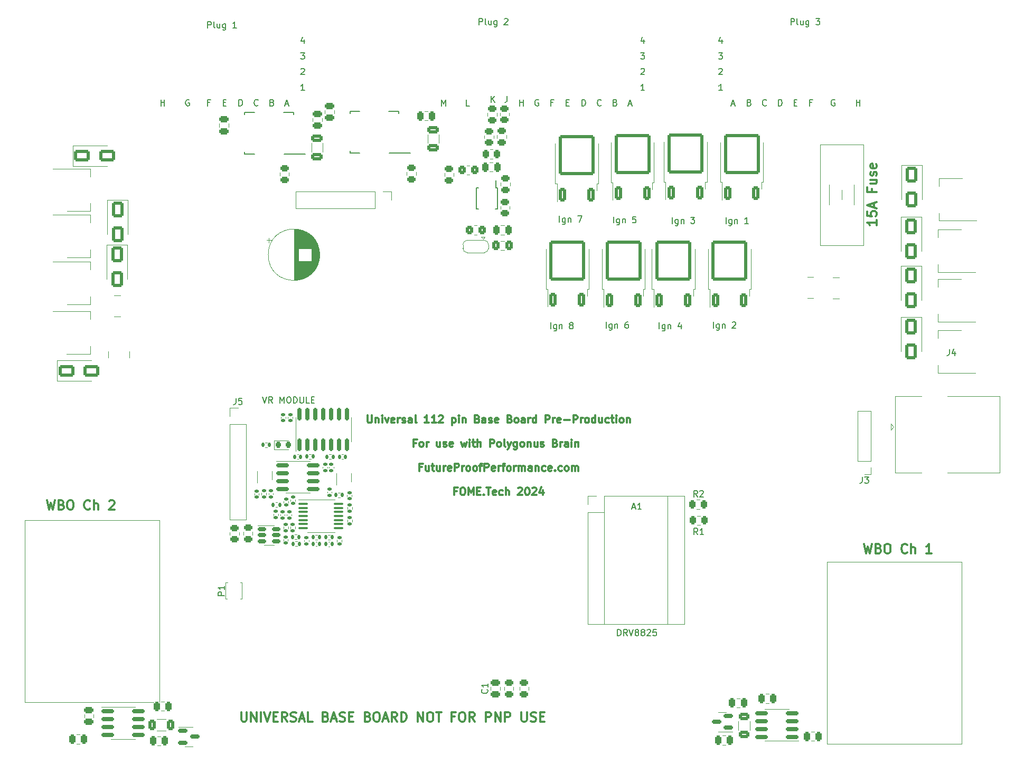
<source format=gbr>
%TF.GenerationSoftware,KiCad,Pcbnew,7.0.8*%
%TF.CreationDate,2024-05-13T00:37:04+01:00*%
%TF.ProjectId,Polygonus-Universal-Base,506f6c79-676f-46e7-9573-2d556e697665,rev?*%
%TF.SameCoordinates,Original*%
%TF.FileFunction,Legend,Top*%
%TF.FilePolarity,Positive*%
%FSLAX46Y46*%
G04 Gerber Fmt 4.6, Leading zero omitted, Abs format (unit mm)*
G04 Created by KiCad (PCBNEW 7.0.8) date 2024-05-13 00:37:04*
%MOMM*%
%LPD*%
G01*
G04 APERTURE LIST*
G04 Aperture macros list*
%AMRoundRect*
0 Rectangle with rounded corners*
0 $1 Rounding radius*
0 $2 $3 $4 $5 $6 $7 $8 $9 X,Y pos of 4 corners*
0 Add a 4 corners polygon primitive as box body*
4,1,4,$2,$3,$4,$5,$6,$7,$8,$9,$2,$3,0*
0 Add four circle primitives for the rounded corners*
1,1,$1+$1,$2,$3*
1,1,$1+$1,$4,$5*
1,1,$1+$1,$6,$7*
1,1,$1+$1,$8,$9*
0 Add four rect primitives between the rounded corners*
20,1,$1+$1,$2,$3,$4,$5,0*
20,1,$1+$1,$4,$5,$6,$7,0*
20,1,$1+$1,$6,$7,$8,$9,0*
20,1,$1+$1,$8,$9,$2,$3,0*%
%AMFreePoly0*
4,1,19,0.550000,-0.750000,0.000000,-0.750000,0.000000,-0.744911,-0.071157,-0.744911,-0.207708,-0.704816,-0.327430,-0.627875,-0.420627,-0.520320,-0.479746,-0.390866,-0.500000,-0.250000,-0.500000,0.250000,-0.479746,0.390866,-0.420627,0.520320,-0.327430,0.627875,-0.207708,0.704816,-0.071157,0.744911,0.000000,0.744911,0.000000,0.750000,0.550000,0.750000,0.550000,-0.750000,0.550000,-0.750000,
$1*%
%AMFreePoly1*
4,1,19,0.000000,0.744911,0.071157,0.744911,0.207708,0.704816,0.327430,0.627875,0.420627,0.520320,0.479746,0.390866,0.500000,0.250000,0.500000,-0.250000,0.479746,-0.390866,0.420627,-0.520320,0.327430,-0.627875,0.207708,-0.704816,0.071157,-0.744911,0.000000,-0.744911,0.000000,-0.750000,-0.550000,-0.750000,-0.550000,0.750000,0.000000,0.750000,0.000000,0.744911,0.000000,0.744911,
$1*%
G04 Aperture macros list end*
%ADD10C,0.150000*%
%ADD11C,0.300000*%
%ADD12C,0.200000*%
%ADD13C,0.120000*%
%ADD14C,4.000000*%
%ADD15C,2.200000*%
%ADD16RoundRect,0.250000X-0.337500X-0.475000X0.337500X-0.475000X0.337500X0.475000X-0.337500X0.475000X0*%
%ADD17RoundRect,0.250000X-0.650000X1.000000X-0.650000X-1.000000X0.650000X-1.000000X0.650000X1.000000X0*%
%ADD18R,1.700000X1.700000*%
%ADD19O,1.700000X1.700000*%
%ADD20R,0.500000X0.800000*%
%ADD21R,0.400000X0.800000*%
%ADD22RoundRect,0.250000X0.350000X-0.850000X0.350000X0.850000X-0.350000X0.850000X-0.350000X-0.850000X0*%
%ADD23RoundRect,0.249997X2.650003X-2.950003X2.650003X2.950003X-2.650003X2.950003X-2.650003X-2.950003X0*%
%ADD24R,2.000000X1.500000*%
%ADD25R,2.000000X3.800000*%
%ADD26R,1.600000X1.600000*%
%ADD27C,1.600000*%
%ADD28RoundRect,0.135000X0.185000X-0.135000X0.185000X0.135000X-0.185000X0.135000X-0.185000X-0.135000X0*%
%ADD29RoundRect,0.150000X-0.825000X-0.150000X0.825000X-0.150000X0.825000X0.150000X-0.825000X0.150000X0*%
%ADD30RoundRect,0.150000X0.150000X-0.825000X0.150000X0.825000X-0.150000X0.825000X-0.150000X-0.825000X0*%
%ADD31R,0.800000X0.500000*%
%ADD32R,0.800000X0.400000*%
%ADD33C,1.700000*%
%ADD34RoundRect,0.250000X0.450000X-0.262500X0.450000X0.262500X-0.450000X0.262500X-0.450000X-0.262500X0*%
%ADD35RoundRect,0.140000X-0.170000X0.140000X-0.170000X-0.140000X0.170000X-0.140000X0.170000X0.140000X0*%
%ADD36RoundRect,0.135000X-0.135000X-0.185000X0.135000X-0.185000X0.135000X0.185000X-0.135000X0.185000X0*%
%ADD37RoundRect,0.250000X0.250000X0.475000X-0.250000X0.475000X-0.250000X-0.475000X0.250000X-0.475000X0*%
%ADD38RoundRect,0.218750X-0.218750X-0.256250X0.218750X-0.256250X0.218750X0.256250X-0.218750X0.256250X0*%
%ADD39C,1.524000*%
%ADD40RoundRect,0.250000X-0.250000X-0.475000X0.250000X-0.475000X0.250000X0.475000X-0.250000X0.475000X0*%
%ADD41RoundRect,0.135000X0.135000X0.185000X-0.135000X0.185000X-0.135000X-0.185000X0.135000X-0.185000X0*%
%ADD42RoundRect,0.135000X-0.185000X0.135000X-0.185000X-0.135000X0.185000X-0.135000X0.185000X0.135000X0*%
%ADD43RoundRect,0.250000X-1.000000X-0.650000X1.000000X-0.650000X1.000000X0.650000X-1.000000X0.650000X0*%
%ADD44O,1.600000X1.600000*%
%ADD45R,0.300000X1.400000*%
%ADD46RoundRect,0.250000X-0.262500X-0.450000X0.262500X-0.450000X0.262500X0.450000X-0.262500X0.450000X0*%
%ADD47RoundRect,0.140000X0.170000X-0.140000X0.170000X0.140000X-0.170000X0.140000X-0.170000X-0.140000X0*%
%ADD48R,2.000000X0.650000*%
%ADD49R,4.500000X8.100000*%
%ADD50RoundRect,0.250000X0.262500X0.450000X-0.262500X0.450000X-0.262500X-0.450000X0.262500X-0.450000X0*%
%ADD51RoundRect,0.250000X0.625000X-0.312500X0.625000X0.312500X-0.625000X0.312500X-0.625000X-0.312500X0*%
%ADD52RoundRect,0.250000X-0.350000X-0.450000X0.350000X-0.450000X0.350000X0.450000X-0.350000X0.450000X0*%
%ADD53C,2.780000*%
%ADD54RoundRect,0.150000X-0.512500X-0.150000X0.512500X-0.150000X0.512500X0.150000X-0.512500X0.150000X0*%
%ADD55R,0.400000X0.650000*%
%ADD56RoundRect,0.140000X0.140000X0.170000X-0.140000X0.170000X-0.140000X-0.170000X0.140000X-0.170000X0*%
%ADD57RoundRect,0.250000X-0.312500X-0.625000X0.312500X-0.625000X0.312500X0.625000X-0.312500X0.625000X0*%
%ADD58RoundRect,0.150000X0.587500X0.150000X-0.587500X0.150000X-0.587500X-0.150000X0.587500X-0.150000X0*%
%ADD59RoundRect,0.250000X-0.450000X0.262500X-0.450000X-0.262500X0.450000X-0.262500X0.450000X0.262500X0*%
%ADD60RoundRect,0.250000X-0.475000X0.250000X-0.475000X-0.250000X0.475000X-0.250000X0.475000X0.250000X0*%
%ADD61RoundRect,0.150000X-0.587500X-0.150000X0.587500X-0.150000X0.587500X0.150000X-0.587500X0.150000X0*%
%ADD62RoundRect,0.250000X0.650000X-0.325000X0.650000X0.325000X-0.650000X0.325000X-0.650000X-0.325000X0*%
%ADD63RoundRect,0.250000X0.475000X-0.250000X0.475000X0.250000X-0.475000X0.250000X-0.475000X-0.250000X0*%
%ADD64C,3.500000*%
%ADD65RoundRect,0.140000X-0.140000X-0.170000X0.140000X-0.170000X0.140000X0.170000X-0.140000X0.170000X0*%
%ADD66RoundRect,0.150000X0.825000X0.150000X-0.825000X0.150000X-0.825000X-0.150000X0.825000X-0.150000X0*%
%ADD67R,1.350000X1.350000*%
%ADD68O,1.350000X1.350000*%
%ADD69RoundRect,0.100000X-0.637500X-0.100000X0.637500X-0.100000X0.637500X0.100000X-0.637500X0.100000X0*%
%ADD70FreePoly0,180.000000*%
%ADD71R,1.000000X1.500000*%
%ADD72FreePoly1,180.000000*%
G04 APERTURE END LIST*
D10*
X161438095Y-76994819D02*
X161438095Y-75994819D01*
X162342856Y-76328152D02*
X162342856Y-77137676D01*
X162342856Y-77137676D02*
X162295237Y-77232914D01*
X162295237Y-77232914D02*
X162247618Y-77280533D01*
X162247618Y-77280533D02*
X162152380Y-77328152D01*
X162152380Y-77328152D02*
X162009523Y-77328152D01*
X162009523Y-77328152D02*
X161914285Y-77280533D01*
X162342856Y-76947200D02*
X162247618Y-76994819D01*
X162247618Y-76994819D02*
X162057142Y-76994819D01*
X162057142Y-76994819D02*
X161961904Y-76947200D01*
X161961904Y-76947200D02*
X161914285Y-76899580D01*
X161914285Y-76899580D02*
X161866666Y-76804342D01*
X161866666Y-76804342D02*
X161866666Y-76518628D01*
X161866666Y-76518628D02*
X161914285Y-76423390D01*
X161914285Y-76423390D02*
X161961904Y-76375771D01*
X161961904Y-76375771D02*
X162057142Y-76328152D01*
X162057142Y-76328152D02*
X162247618Y-76328152D01*
X162247618Y-76328152D02*
X162342856Y-76375771D01*
X162819047Y-76328152D02*
X162819047Y-76994819D01*
X162819047Y-76423390D02*
X162866666Y-76375771D01*
X162866666Y-76375771D02*
X162961904Y-76328152D01*
X162961904Y-76328152D02*
X163104761Y-76328152D01*
X163104761Y-76328152D02*
X163199999Y-76375771D01*
X163199999Y-76375771D02*
X163247618Y-76471009D01*
X163247618Y-76471009D02*
X163247618Y-76994819D01*
X164914285Y-76328152D02*
X164914285Y-76994819D01*
X164676190Y-75947200D02*
X164438095Y-76661485D01*
X164438095Y-76661485D02*
X165057142Y-76661485D01*
D11*
X94414285Y-138518328D02*
X94414285Y-139732614D01*
X94414285Y-139732614D02*
X94485714Y-139875471D01*
X94485714Y-139875471D02*
X94557143Y-139946900D01*
X94557143Y-139946900D02*
X94700000Y-140018328D01*
X94700000Y-140018328D02*
X94985714Y-140018328D01*
X94985714Y-140018328D02*
X95128571Y-139946900D01*
X95128571Y-139946900D02*
X95200000Y-139875471D01*
X95200000Y-139875471D02*
X95271428Y-139732614D01*
X95271428Y-139732614D02*
X95271428Y-138518328D01*
X95985714Y-140018328D02*
X95985714Y-138518328D01*
X95985714Y-138518328D02*
X96842857Y-140018328D01*
X96842857Y-140018328D02*
X96842857Y-138518328D01*
X97557143Y-140018328D02*
X97557143Y-138518328D01*
X98057144Y-138518328D02*
X98557144Y-140018328D01*
X98557144Y-140018328D02*
X99057144Y-138518328D01*
X99557143Y-139232614D02*
X100057143Y-139232614D01*
X100271429Y-140018328D02*
X99557143Y-140018328D01*
X99557143Y-140018328D02*
X99557143Y-138518328D01*
X99557143Y-138518328D02*
X100271429Y-138518328D01*
X101771429Y-140018328D02*
X101271429Y-139304042D01*
X100914286Y-140018328D02*
X100914286Y-138518328D01*
X100914286Y-138518328D02*
X101485715Y-138518328D01*
X101485715Y-138518328D02*
X101628572Y-138589757D01*
X101628572Y-138589757D02*
X101700001Y-138661185D01*
X101700001Y-138661185D02*
X101771429Y-138804042D01*
X101771429Y-138804042D02*
X101771429Y-139018328D01*
X101771429Y-139018328D02*
X101700001Y-139161185D01*
X101700001Y-139161185D02*
X101628572Y-139232614D01*
X101628572Y-139232614D02*
X101485715Y-139304042D01*
X101485715Y-139304042D02*
X100914286Y-139304042D01*
X102342858Y-139946900D02*
X102557144Y-140018328D01*
X102557144Y-140018328D02*
X102914286Y-140018328D01*
X102914286Y-140018328D02*
X103057144Y-139946900D01*
X103057144Y-139946900D02*
X103128572Y-139875471D01*
X103128572Y-139875471D02*
X103200001Y-139732614D01*
X103200001Y-139732614D02*
X103200001Y-139589757D01*
X103200001Y-139589757D02*
X103128572Y-139446900D01*
X103128572Y-139446900D02*
X103057144Y-139375471D01*
X103057144Y-139375471D02*
X102914286Y-139304042D01*
X102914286Y-139304042D02*
X102628572Y-139232614D01*
X102628572Y-139232614D02*
X102485715Y-139161185D01*
X102485715Y-139161185D02*
X102414286Y-139089757D01*
X102414286Y-139089757D02*
X102342858Y-138946900D01*
X102342858Y-138946900D02*
X102342858Y-138804042D01*
X102342858Y-138804042D02*
X102414286Y-138661185D01*
X102414286Y-138661185D02*
X102485715Y-138589757D01*
X102485715Y-138589757D02*
X102628572Y-138518328D01*
X102628572Y-138518328D02*
X102985715Y-138518328D01*
X102985715Y-138518328D02*
X103200001Y-138589757D01*
X103771429Y-139589757D02*
X104485715Y-139589757D01*
X103628572Y-140018328D02*
X104128572Y-138518328D01*
X104128572Y-138518328D02*
X104628572Y-140018328D01*
X105842857Y-140018328D02*
X105128571Y-140018328D01*
X105128571Y-140018328D02*
X105128571Y-138518328D01*
X107985714Y-139232614D02*
X108200000Y-139304042D01*
X108200000Y-139304042D02*
X108271429Y-139375471D01*
X108271429Y-139375471D02*
X108342857Y-139518328D01*
X108342857Y-139518328D02*
X108342857Y-139732614D01*
X108342857Y-139732614D02*
X108271429Y-139875471D01*
X108271429Y-139875471D02*
X108200000Y-139946900D01*
X108200000Y-139946900D02*
X108057143Y-140018328D01*
X108057143Y-140018328D02*
X107485714Y-140018328D01*
X107485714Y-140018328D02*
X107485714Y-138518328D01*
X107485714Y-138518328D02*
X107985714Y-138518328D01*
X107985714Y-138518328D02*
X108128572Y-138589757D01*
X108128572Y-138589757D02*
X108200000Y-138661185D01*
X108200000Y-138661185D02*
X108271429Y-138804042D01*
X108271429Y-138804042D02*
X108271429Y-138946900D01*
X108271429Y-138946900D02*
X108200000Y-139089757D01*
X108200000Y-139089757D02*
X108128572Y-139161185D01*
X108128572Y-139161185D02*
X107985714Y-139232614D01*
X107985714Y-139232614D02*
X107485714Y-139232614D01*
X108914286Y-139589757D02*
X109628572Y-139589757D01*
X108771429Y-140018328D02*
X109271429Y-138518328D01*
X109271429Y-138518328D02*
X109771429Y-140018328D01*
X110200000Y-139946900D02*
X110414286Y-140018328D01*
X110414286Y-140018328D02*
X110771428Y-140018328D01*
X110771428Y-140018328D02*
X110914286Y-139946900D01*
X110914286Y-139946900D02*
X110985714Y-139875471D01*
X110985714Y-139875471D02*
X111057143Y-139732614D01*
X111057143Y-139732614D02*
X111057143Y-139589757D01*
X111057143Y-139589757D02*
X110985714Y-139446900D01*
X110985714Y-139446900D02*
X110914286Y-139375471D01*
X110914286Y-139375471D02*
X110771428Y-139304042D01*
X110771428Y-139304042D02*
X110485714Y-139232614D01*
X110485714Y-139232614D02*
X110342857Y-139161185D01*
X110342857Y-139161185D02*
X110271428Y-139089757D01*
X110271428Y-139089757D02*
X110200000Y-138946900D01*
X110200000Y-138946900D02*
X110200000Y-138804042D01*
X110200000Y-138804042D02*
X110271428Y-138661185D01*
X110271428Y-138661185D02*
X110342857Y-138589757D01*
X110342857Y-138589757D02*
X110485714Y-138518328D01*
X110485714Y-138518328D02*
X110842857Y-138518328D01*
X110842857Y-138518328D02*
X111057143Y-138589757D01*
X111699999Y-139232614D02*
X112199999Y-139232614D01*
X112414285Y-140018328D02*
X111699999Y-140018328D01*
X111699999Y-140018328D02*
X111699999Y-138518328D01*
X111699999Y-138518328D02*
X112414285Y-138518328D01*
X114699999Y-139232614D02*
X114914285Y-139304042D01*
X114914285Y-139304042D02*
X114985714Y-139375471D01*
X114985714Y-139375471D02*
X115057142Y-139518328D01*
X115057142Y-139518328D02*
X115057142Y-139732614D01*
X115057142Y-139732614D02*
X114985714Y-139875471D01*
X114985714Y-139875471D02*
X114914285Y-139946900D01*
X114914285Y-139946900D02*
X114771428Y-140018328D01*
X114771428Y-140018328D02*
X114199999Y-140018328D01*
X114199999Y-140018328D02*
X114199999Y-138518328D01*
X114199999Y-138518328D02*
X114699999Y-138518328D01*
X114699999Y-138518328D02*
X114842857Y-138589757D01*
X114842857Y-138589757D02*
X114914285Y-138661185D01*
X114914285Y-138661185D02*
X114985714Y-138804042D01*
X114985714Y-138804042D02*
X114985714Y-138946900D01*
X114985714Y-138946900D02*
X114914285Y-139089757D01*
X114914285Y-139089757D02*
X114842857Y-139161185D01*
X114842857Y-139161185D02*
X114699999Y-139232614D01*
X114699999Y-139232614D02*
X114199999Y-139232614D01*
X115985714Y-138518328D02*
X116271428Y-138518328D01*
X116271428Y-138518328D02*
X116414285Y-138589757D01*
X116414285Y-138589757D02*
X116557142Y-138732614D01*
X116557142Y-138732614D02*
X116628571Y-139018328D01*
X116628571Y-139018328D02*
X116628571Y-139518328D01*
X116628571Y-139518328D02*
X116557142Y-139804042D01*
X116557142Y-139804042D02*
X116414285Y-139946900D01*
X116414285Y-139946900D02*
X116271428Y-140018328D01*
X116271428Y-140018328D02*
X115985714Y-140018328D01*
X115985714Y-140018328D02*
X115842857Y-139946900D01*
X115842857Y-139946900D02*
X115699999Y-139804042D01*
X115699999Y-139804042D02*
X115628571Y-139518328D01*
X115628571Y-139518328D02*
X115628571Y-139018328D01*
X115628571Y-139018328D02*
X115699999Y-138732614D01*
X115699999Y-138732614D02*
X115842857Y-138589757D01*
X115842857Y-138589757D02*
X115985714Y-138518328D01*
X117200000Y-139589757D02*
X117914286Y-139589757D01*
X117057143Y-140018328D02*
X117557143Y-138518328D01*
X117557143Y-138518328D02*
X118057143Y-140018328D01*
X119414285Y-140018328D02*
X118914285Y-139304042D01*
X118557142Y-140018328D02*
X118557142Y-138518328D01*
X118557142Y-138518328D02*
X119128571Y-138518328D01*
X119128571Y-138518328D02*
X119271428Y-138589757D01*
X119271428Y-138589757D02*
X119342857Y-138661185D01*
X119342857Y-138661185D02*
X119414285Y-138804042D01*
X119414285Y-138804042D02*
X119414285Y-139018328D01*
X119414285Y-139018328D02*
X119342857Y-139161185D01*
X119342857Y-139161185D02*
X119271428Y-139232614D01*
X119271428Y-139232614D02*
X119128571Y-139304042D01*
X119128571Y-139304042D02*
X118557142Y-139304042D01*
X120057142Y-140018328D02*
X120057142Y-138518328D01*
X120057142Y-138518328D02*
X120414285Y-138518328D01*
X120414285Y-138518328D02*
X120628571Y-138589757D01*
X120628571Y-138589757D02*
X120771428Y-138732614D01*
X120771428Y-138732614D02*
X120842857Y-138875471D01*
X120842857Y-138875471D02*
X120914285Y-139161185D01*
X120914285Y-139161185D02*
X120914285Y-139375471D01*
X120914285Y-139375471D02*
X120842857Y-139661185D01*
X120842857Y-139661185D02*
X120771428Y-139804042D01*
X120771428Y-139804042D02*
X120628571Y-139946900D01*
X120628571Y-139946900D02*
X120414285Y-140018328D01*
X120414285Y-140018328D02*
X120057142Y-140018328D01*
X122699999Y-140018328D02*
X122699999Y-138518328D01*
X122699999Y-138518328D02*
X123557142Y-140018328D01*
X123557142Y-140018328D02*
X123557142Y-138518328D01*
X124557143Y-138518328D02*
X124842857Y-138518328D01*
X124842857Y-138518328D02*
X124985714Y-138589757D01*
X124985714Y-138589757D02*
X125128571Y-138732614D01*
X125128571Y-138732614D02*
X125200000Y-139018328D01*
X125200000Y-139018328D02*
X125200000Y-139518328D01*
X125200000Y-139518328D02*
X125128571Y-139804042D01*
X125128571Y-139804042D02*
X124985714Y-139946900D01*
X124985714Y-139946900D02*
X124842857Y-140018328D01*
X124842857Y-140018328D02*
X124557143Y-140018328D01*
X124557143Y-140018328D02*
X124414286Y-139946900D01*
X124414286Y-139946900D02*
X124271428Y-139804042D01*
X124271428Y-139804042D02*
X124200000Y-139518328D01*
X124200000Y-139518328D02*
X124200000Y-139018328D01*
X124200000Y-139018328D02*
X124271428Y-138732614D01*
X124271428Y-138732614D02*
X124414286Y-138589757D01*
X124414286Y-138589757D02*
X124557143Y-138518328D01*
X125628572Y-138518328D02*
X126485715Y-138518328D01*
X126057143Y-140018328D02*
X126057143Y-138518328D01*
X128628571Y-139232614D02*
X128128571Y-139232614D01*
X128128571Y-140018328D02*
X128128571Y-138518328D01*
X128128571Y-138518328D02*
X128842857Y-138518328D01*
X129700000Y-138518328D02*
X129985714Y-138518328D01*
X129985714Y-138518328D02*
X130128571Y-138589757D01*
X130128571Y-138589757D02*
X130271428Y-138732614D01*
X130271428Y-138732614D02*
X130342857Y-139018328D01*
X130342857Y-139018328D02*
X130342857Y-139518328D01*
X130342857Y-139518328D02*
X130271428Y-139804042D01*
X130271428Y-139804042D02*
X130128571Y-139946900D01*
X130128571Y-139946900D02*
X129985714Y-140018328D01*
X129985714Y-140018328D02*
X129700000Y-140018328D01*
X129700000Y-140018328D02*
X129557143Y-139946900D01*
X129557143Y-139946900D02*
X129414285Y-139804042D01*
X129414285Y-139804042D02*
X129342857Y-139518328D01*
X129342857Y-139518328D02*
X129342857Y-139018328D01*
X129342857Y-139018328D02*
X129414285Y-138732614D01*
X129414285Y-138732614D02*
X129557143Y-138589757D01*
X129557143Y-138589757D02*
X129700000Y-138518328D01*
X131842857Y-140018328D02*
X131342857Y-139304042D01*
X130985714Y-140018328D02*
X130985714Y-138518328D01*
X130985714Y-138518328D02*
X131557143Y-138518328D01*
X131557143Y-138518328D02*
X131700000Y-138589757D01*
X131700000Y-138589757D02*
X131771429Y-138661185D01*
X131771429Y-138661185D02*
X131842857Y-138804042D01*
X131842857Y-138804042D02*
X131842857Y-139018328D01*
X131842857Y-139018328D02*
X131771429Y-139161185D01*
X131771429Y-139161185D02*
X131700000Y-139232614D01*
X131700000Y-139232614D02*
X131557143Y-139304042D01*
X131557143Y-139304042D02*
X130985714Y-139304042D01*
X133628571Y-140018328D02*
X133628571Y-138518328D01*
X133628571Y-138518328D02*
X134200000Y-138518328D01*
X134200000Y-138518328D02*
X134342857Y-138589757D01*
X134342857Y-138589757D02*
X134414286Y-138661185D01*
X134414286Y-138661185D02*
X134485714Y-138804042D01*
X134485714Y-138804042D02*
X134485714Y-139018328D01*
X134485714Y-139018328D02*
X134414286Y-139161185D01*
X134414286Y-139161185D02*
X134342857Y-139232614D01*
X134342857Y-139232614D02*
X134200000Y-139304042D01*
X134200000Y-139304042D02*
X133628571Y-139304042D01*
X135128571Y-140018328D02*
X135128571Y-138518328D01*
X135128571Y-138518328D02*
X135985714Y-140018328D01*
X135985714Y-140018328D02*
X135985714Y-138518328D01*
X136700000Y-140018328D02*
X136700000Y-138518328D01*
X136700000Y-138518328D02*
X137271429Y-138518328D01*
X137271429Y-138518328D02*
X137414286Y-138589757D01*
X137414286Y-138589757D02*
X137485715Y-138661185D01*
X137485715Y-138661185D02*
X137557143Y-138804042D01*
X137557143Y-138804042D02*
X137557143Y-139018328D01*
X137557143Y-139018328D02*
X137485715Y-139161185D01*
X137485715Y-139161185D02*
X137414286Y-139232614D01*
X137414286Y-139232614D02*
X137271429Y-139304042D01*
X137271429Y-139304042D02*
X136700000Y-139304042D01*
X139342857Y-138518328D02*
X139342857Y-139732614D01*
X139342857Y-139732614D02*
X139414286Y-139875471D01*
X139414286Y-139875471D02*
X139485715Y-139946900D01*
X139485715Y-139946900D02*
X139628572Y-140018328D01*
X139628572Y-140018328D02*
X139914286Y-140018328D01*
X139914286Y-140018328D02*
X140057143Y-139946900D01*
X140057143Y-139946900D02*
X140128572Y-139875471D01*
X140128572Y-139875471D02*
X140200000Y-139732614D01*
X140200000Y-139732614D02*
X140200000Y-138518328D01*
X140842858Y-139946900D02*
X141057144Y-140018328D01*
X141057144Y-140018328D02*
X141414286Y-140018328D01*
X141414286Y-140018328D02*
X141557144Y-139946900D01*
X141557144Y-139946900D02*
X141628572Y-139875471D01*
X141628572Y-139875471D02*
X141700001Y-139732614D01*
X141700001Y-139732614D02*
X141700001Y-139589757D01*
X141700001Y-139589757D02*
X141628572Y-139446900D01*
X141628572Y-139446900D02*
X141557144Y-139375471D01*
X141557144Y-139375471D02*
X141414286Y-139304042D01*
X141414286Y-139304042D02*
X141128572Y-139232614D01*
X141128572Y-139232614D02*
X140985715Y-139161185D01*
X140985715Y-139161185D02*
X140914286Y-139089757D01*
X140914286Y-139089757D02*
X140842858Y-138946900D01*
X140842858Y-138946900D02*
X140842858Y-138804042D01*
X140842858Y-138804042D02*
X140914286Y-138661185D01*
X140914286Y-138661185D02*
X140985715Y-138589757D01*
X140985715Y-138589757D02*
X141128572Y-138518328D01*
X141128572Y-138518328D02*
X141485715Y-138518328D01*
X141485715Y-138518328D02*
X141700001Y-138589757D01*
X142342857Y-139232614D02*
X142842857Y-139232614D01*
X143057143Y-140018328D02*
X142342857Y-140018328D01*
X142342857Y-140018328D02*
X142342857Y-138518328D01*
X142342857Y-138518328D02*
X143057143Y-138518328D01*
D10*
X144038095Y-76994819D02*
X144038095Y-75994819D01*
X144942856Y-76328152D02*
X144942856Y-77137676D01*
X144942856Y-77137676D02*
X144895237Y-77232914D01*
X144895237Y-77232914D02*
X144847618Y-77280533D01*
X144847618Y-77280533D02*
X144752380Y-77328152D01*
X144752380Y-77328152D02*
X144609523Y-77328152D01*
X144609523Y-77328152D02*
X144514285Y-77280533D01*
X144942856Y-76947200D02*
X144847618Y-76994819D01*
X144847618Y-76994819D02*
X144657142Y-76994819D01*
X144657142Y-76994819D02*
X144561904Y-76947200D01*
X144561904Y-76947200D02*
X144514285Y-76899580D01*
X144514285Y-76899580D02*
X144466666Y-76804342D01*
X144466666Y-76804342D02*
X144466666Y-76518628D01*
X144466666Y-76518628D02*
X144514285Y-76423390D01*
X144514285Y-76423390D02*
X144561904Y-76375771D01*
X144561904Y-76375771D02*
X144657142Y-76328152D01*
X144657142Y-76328152D02*
X144847618Y-76328152D01*
X144847618Y-76328152D02*
X144942856Y-76375771D01*
X145419047Y-76328152D02*
X145419047Y-76994819D01*
X145419047Y-76423390D02*
X145466666Y-76375771D01*
X145466666Y-76375771D02*
X145561904Y-76328152D01*
X145561904Y-76328152D02*
X145704761Y-76328152D01*
X145704761Y-76328152D02*
X145799999Y-76375771D01*
X145799999Y-76375771D02*
X145847618Y-76471009D01*
X145847618Y-76471009D02*
X145847618Y-76994819D01*
X147228571Y-76423390D02*
X147133333Y-76375771D01*
X147133333Y-76375771D02*
X147085714Y-76328152D01*
X147085714Y-76328152D02*
X147038095Y-76232914D01*
X147038095Y-76232914D02*
X147038095Y-76185295D01*
X147038095Y-76185295D02*
X147085714Y-76090057D01*
X147085714Y-76090057D02*
X147133333Y-76042438D01*
X147133333Y-76042438D02*
X147228571Y-75994819D01*
X147228571Y-75994819D02*
X147419047Y-75994819D01*
X147419047Y-75994819D02*
X147514285Y-76042438D01*
X147514285Y-76042438D02*
X147561904Y-76090057D01*
X147561904Y-76090057D02*
X147609523Y-76185295D01*
X147609523Y-76185295D02*
X147609523Y-76232914D01*
X147609523Y-76232914D02*
X147561904Y-76328152D01*
X147561904Y-76328152D02*
X147514285Y-76375771D01*
X147514285Y-76375771D02*
X147419047Y-76423390D01*
X147419047Y-76423390D02*
X147228571Y-76423390D01*
X147228571Y-76423390D02*
X147133333Y-76471009D01*
X147133333Y-76471009D02*
X147085714Y-76518628D01*
X147085714Y-76518628D02*
X147038095Y-76613866D01*
X147038095Y-76613866D02*
X147038095Y-76804342D01*
X147038095Y-76804342D02*
X147085714Y-76899580D01*
X147085714Y-76899580D02*
X147133333Y-76947200D01*
X147133333Y-76947200D02*
X147228571Y-76994819D01*
X147228571Y-76994819D02*
X147419047Y-76994819D01*
X147419047Y-76994819D02*
X147514285Y-76947200D01*
X147514285Y-76947200D02*
X147561904Y-76899580D01*
X147561904Y-76899580D02*
X147609523Y-76804342D01*
X147609523Y-76804342D02*
X147609523Y-76613866D01*
X147609523Y-76613866D02*
X147561904Y-76518628D01*
X147561904Y-76518628D02*
X147514285Y-76471009D01*
X147514285Y-76471009D02*
X147419047Y-76423390D01*
D11*
X114671430Y-90883542D02*
X114671430Y-91854971D01*
X114671430Y-91854971D02*
X114728573Y-91969257D01*
X114728573Y-91969257D02*
X114785716Y-92026400D01*
X114785716Y-92026400D02*
X114900001Y-92083542D01*
X114900001Y-92083542D02*
X115128573Y-92083542D01*
X115128573Y-92083542D02*
X115242858Y-92026400D01*
X115242858Y-92026400D02*
X115300001Y-91969257D01*
X115300001Y-91969257D02*
X115357144Y-91854971D01*
X115357144Y-91854971D02*
X115357144Y-90883542D01*
X115928573Y-91283542D02*
X115928573Y-92083542D01*
X115928573Y-91397828D02*
X115985716Y-91340685D01*
X115985716Y-91340685D02*
X116100001Y-91283542D01*
X116100001Y-91283542D02*
X116271430Y-91283542D01*
X116271430Y-91283542D02*
X116385716Y-91340685D01*
X116385716Y-91340685D02*
X116442859Y-91454971D01*
X116442859Y-91454971D02*
X116442859Y-92083542D01*
X117014287Y-92083542D02*
X117014287Y-91283542D01*
X117014287Y-90883542D02*
X116957144Y-90940685D01*
X116957144Y-90940685D02*
X117014287Y-90997828D01*
X117014287Y-90997828D02*
X117071430Y-90940685D01*
X117071430Y-90940685D02*
X117014287Y-90883542D01*
X117014287Y-90883542D02*
X117014287Y-90997828D01*
X117471430Y-91283542D02*
X117757144Y-92083542D01*
X117757144Y-92083542D02*
X118042859Y-91283542D01*
X118957145Y-92026400D02*
X118842859Y-92083542D01*
X118842859Y-92083542D02*
X118614288Y-92083542D01*
X118614288Y-92083542D02*
X118500002Y-92026400D01*
X118500002Y-92026400D02*
X118442859Y-91912114D01*
X118442859Y-91912114D02*
X118442859Y-91454971D01*
X118442859Y-91454971D02*
X118500002Y-91340685D01*
X118500002Y-91340685D02*
X118614288Y-91283542D01*
X118614288Y-91283542D02*
X118842859Y-91283542D01*
X118842859Y-91283542D02*
X118957145Y-91340685D01*
X118957145Y-91340685D02*
X119014288Y-91454971D01*
X119014288Y-91454971D02*
X119014288Y-91569257D01*
X119014288Y-91569257D02*
X118442859Y-91683542D01*
X119528573Y-92083542D02*
X119528573Y-91283542D01*
X119528573Y-91512114D02*
X119585716Y-91397828D01*
X119585716Y-91397828D02*
X119642859Y-91340685D01*
X119642859Y-91340685D02*
X119757144Y-91283542D01*
X119757144Y-91283542D02*
X119871430Y-91283542D01*
X120214287Y-92026400D02*
X120328573Y-92083542D01*
X120328573Y-92083542D02*
X120557144Y-92083542D01*
X120557144Y-92083542D02*
X120671430Y-92026400D01*
X120671430Y-92026400D02*
X120728573Y-91912114D01*
X120728573Y-91912114D02*
X120728573Y-91854971D01*
X120728573Y-91854971D02*
X120671430Y-91740685D01*
X120671430Y-91740685D02*
X120557144Y-91683542D01*
X120557144Y-91683542D02*
X120385716Y-91683542D01*
X120385716Y-91683542D02*
X120271430Y-91626400D01*
X120271430Y-91626400D02*
X120214287Y-91512114D01*
X120214287Y-91512114D02*
X120214287Y-91454971D01*
X120214287Y-91454971D02*
X120271430Y-91340685D01*
X120271430Y-91340685D02*
X120385716Y-91283542D01*
X120385716Y-91283542D02*
X120557144Y-91283542D01*
X120557144Y-91283542D02*
X120671430Y-91340685D01*
X121757145Y-92083542D02*
X121757145Y-91454971D01*
X121757145Y-91454971D02*
X121700002Y-91340685D01*
X121700002Y-91340685D02*
X121585716Y-91283542D01*
X121585716Y-91283542D02*
X121357145Y-91283542D01*
X121357145Y-91283542D02*
X121242859Y-91340685D01*
X121757145Y-92026400D02*
X121642859Y-92083542D01*
X121642859Y-92083542D02*
X121357145Y-92083542D01*
X121357145Y-92083542D02*
X121242859Y-92026400D01*
X121242859Y-92026400D02*
X121185716Y-91912114D01*
X121185716Y-91912114D02*
X121185716Y-91797828D01*
X121185716Y-91797828D02*
X121242859Y-91683542D01*
X121242859Y-91683542D02*
X121357145Y-91626400D01*
X121357145Y-91626400D02*
X121642859Y-91626400D01*
X121642859Y-91626400D02*
X121757145Y-91569257D01*
X122500001Y-92083542D02*
X122385716Y-92026400D01*
X122385716Y-92026400D02*
X122328573Y-91912114D01*
X122328573Y-91912114D02*
X122328573Y-90883542D01*
X124500001Y-92083542D02*
X123814287Y-92083542D01*
X124157144Y-92083542D02*
X124157144Y-90883542D01*
X124157144Y-90883542D02*
X124042858Y-91054971D01*
X124042858Y-91054971D02*
X123928573Y-91169257D01*
X123928573Y-91169257D02*
X123814287Y-91226400D01*
X125642858Y-92083542D02*
X124957144Y-92083542D01*
X125300001Y-92083542D02*
X125300001Y-90883542D01*
X125300001Y-90883542D02*
X125185715Y-91054971D01*
X125185715Y-91054971D02*
X125071430Y-91169257D01*
X125071430Y-91169257D02*
X124957144Y-91226400D01*
X126100001Y-90997828D02*
X126157144Y-90940685D01*
X126157144Y-90940685D02*
X126271430Y-90883542D01*
X126271430Y-90883542D02*
X126557144Y-90883542D01*
X126557144Y-90883542D02*
X126671430Y-90940685D01*
X126671430Y-90940685D02*
X126728572Y-90997828D01*
X126728572Y-90997828D02*
X126785715Y-91112114D01*
X126785715Y-91112114D02*
X126785715Y-91226400D01*
X126785715Y-91226400D02*
X126728572Y-91397828D01*
X126728572Y-91397828D02*
X126042858Y-92083542D01*
X126042858Y-92083542D02*
X126785715Y-92083542D01*
X128214287Y-91283542D02*
X128214287Y-92483542D01*
X128214287Y-91340685D02*
X128328573Y-91283542D01*
X128328573Y-91283542D02*
X128557144Y-91283542D01*
X128557144Y-91283542D02*
X128671430Y-91340685D01*
X128671430Y-91340685D02*
X128728573Y-91397828D01*
X128728573Y-91397828D02*
X128785715Y-91512114D01*
X128785715Y-91512114D02*
X128785715Y-91854971D01*
X128785715Y-91854971D02*
X128728573Y-91969257D01*
X128728573Y-91969257D02*
X128671430Y-92026400D01*
X128671430Y-92026400D02*
X128557144Y-92083542D01*
X128557144Y-92083542D02*
X128328573Y-92083542D01*
X128328573Y-92083542D02*
X128214287Y-92026400D01*
X129300001Y-92083542D02*
X129300001Y-91283542D01*
X129300001Y-90883542D02*
X129242858Y-90940685D01*
X129242858Y-90940685D02*
X129300001Y-90997828D01*
X129300001Y-90997828D02*
X129357144Y-90940685D01*
X129357144Y-90940685D02*
X129300001Y-90883542D01*
X129300001Y-90883542D02*
X129300001Y-90997828D01*
X129871430Y-91283542D02*
X129871430Y-92083542D01*
X129871430Y-91397828D02*
X129928573Y-91340685D01*
X129928573Y-91340685D02*
X130042858Y-91283542D01*
X130042858Y-91283542D02*
X130214287Y-91283542D01*
X130214287Y-91283542D02*
X130328573Y-91340685D01*
X130328573Y-91340685D02*
X130385716Y-91454971D01*
X130385716Y-91454971D02*
X130385716Y-92083542D01*
X132271430Y-91454971D02*
X132442858Y-91512114D01*
X132442858Y-91512114D02*
X132500001Y-91569257D01*
X132500001Y-91569257D02*
X132557144Y-91683542D01*
X132557144Y-91683542D02*
X132557144Y-91854971D01*
X132557144Y-91854971D02*
X132500001Y-91969257D01*
X132500001Y-91969257D02*
X132442858Y-92026400D01*
X132442858Y-92026400D02*
X132328573Y-92083542D01*
X132328573Y-92083542D02*
X131871430Y-92083542D01*
X131871430Y-92083542D02*
X131871430Y-90883542D01*
X131871430Y-90883542D02*
X132271430Y-90883542D01*
X132271430Y-90883542D02*
X132385716Y-90940685D01*
X132385716Y-90940685D02*
X132442858Y-90997828D01*
X132442858Y-90997828D02*
X132500001Y-91112114D01*
X132500001Y-91112114D02*
X132500001Y-91226400D01*
X132500001Y-91226400D02*
X132442858Y-91340685D01*
X132442858Y-91340685D02*
X132385716Y-91397828D01*
X132385716Y-91397828D02*
X132271430Y-91454971D01*
X132271430Y-91454971D02*
X131871430Y-91454971D01*
X133585716Y-92083542D02*
X133585716Y-91454971D01*
X133585716Y-91454971D02*
X133528573Y-91340685D01*
X133528573Y-91340685D02*
X133414287Y-91283542D01*
X133414287Y-91283542D02*
X133185716Y-91283542D01*
X133185716Y-91283542D02*
X133071430Y-91340685D01*
X133585716Y-92026400D02*
X133471430Y-92083542D01*
X133471430Y-92083542D02*
X133185716Y-92083542D01*
X133185716Y-92083542D02*
X133071430Y-92026400D01*
X133071430Y-92026400D02*
X133014287Y-91912114D01*
X133014287Y-91912114D02*
X133014287Y-91797828D01*
X133014287Y-91797828D02*
X133071430Y-91683542D01*
X133071430Y-91683542D02*
X133185716Y-91626400D01*
X133185716Y-91626400D02*
X133471430Y-91626400D01*
X133471430Y-91626400D02*
X133585716Y-91569257D01*
X134100001Y-92026400D02*
X134214287Y-92083542D01*
X134214287Y-92083542D02*
X134442858Y-92083542D01*
X134442858Y-92083542D02*
X134557144Y-92026400D01*
X134557144Y-92026400D02*
X134614287Y-91912114D01*
X134614287Y-91912114D02*
X134614287Y-91854971D01*
X134614287Y-91854971D02*
X134557144Y-91740685D01*
X134557144Y-91740685D02*
X134442858Y-91683542D01*
X134442858Y-91683542D02*
X134271430Y-91683542D01*
X134271430Y-91683542D02*
X134157144Y-91626400D01*
X134157144Y-91626400D02*
X134100001Y-91512114D01*
X134100001Y-91512114D02*
X134100001Y-91454971D01*
X134100001Y-91454971D02*
X134157144Y-91340685D01*
X134157144Y-91340685D02*
X134271430Y-91283542D01*
X134271430Y-91283542D02*
X134442858Y-91283542D01*
X134442858Y-91283542D02*
X134557144Y-91340685D01*
X135585716Y-92026400D02*
X135471430Y-92083542D01*
X135471430Y-92083542D02*
X135242859Y-92083542D01*
X135242859Y-92083542D02*
X135128573Y-92026400D01*
X135128573Y-92026400D02*
X135071430Y-91912114D01*
X135071430Y-91912114D02*
X135071430Y-91454971D01*
X135071430Y-91454971D02*
X135128573Y-91340685D01*
X135128573Y-91340685D02*
X135242859Y-91283542D01*
X135242859Y-91283542D02*
X135471430Y-91283542D01*
X135471430Y-91283542D02*
X135585716Y-91340685D01*
X135585716Y-91340685D02*
X135642859Y-91454971D01*
X135642859Y-91454971D02*
X135642859Y-91569257D01*
X135642859Y-91569257D02*
X135071430Y-91683542D01*
X137471430Y-91454971D02*
X137642858Y-91512114D01*
X137642858Y-91512114D02*
X137700001Y-91569257D01*
X137700001Y-91569257D02*
X137757144Y-91683542D01*
X137757144Y-91683542D02*
X137757144Y-91854971D01*
X137757144Y-91854971D02*
X137700001Y-91969257D01*
X137700001Y-91969257D02*
X137642858Y-92026400D01*
X137642858Y-92026400D02*
X137528573Y-92083542D01*
X137528573Y-92083542D02*
X137071430Y-92083542D01*
X137071430Y-92083542D02*
X137071430Y-90883542D01*
X137071430Y-90883542D02*
X137471430Y-90883542D01*
X137471430Y-90883542D02*
X137585716Y-90940685D01*
X137585716Y-90940685D02*
X137642858Y-90997828D01*
X137642858Y-90997828D02*
X137700001Y-91112114D01*
X137700001Y-91112114D02*
X137700001Y-91226400D01*
X137700001Y-91226400D02*
X137642858Y-91340685D01*
X137642858Y-91340685D02*
X137585716Y-91397828D01*
X137585716Y-91397828D02*
X137471430Y-91454971D01*
X137471430Y-91454971D02*
X137071430Y-91454971D01*
X138442858Y-92083542D02*
X138328573Y-92026400D01*
X138328573Y-92026400D02*
X138271430Y-91969257D01*
X138271430Y-91969257D02*
X138214287Y-91854971D01*
X138214287Y-91854971D02*
X138214287Y-91512114D01*
X138214287Y-91512114D02*
X138271430Y-91397828D01*
X138271430Y-91397828D02*
X138328573Y-91340685D01*
X138328573Y-91340685D02*
X138442858Y-91283542D01*
X138442858Y-91283542D02*
X138614287Y-91283542D01*
X138614287Y-91283542D02*
X138728573Y-91340685D01*
X138728573Y-91340685D02*
X138785716Y-91397828D01*
X138785716Y-91397828D02*
X138842858Y-91512114D01*
X138842858Y-91512114D02*
X138842858Y-91854971D01*
X138842858Y-91854971D02*
X138785716Y-91969257D01*
X138785716Y-91969257D02*
X138728573Y-92026400D01*
X138728573Y-92026400D02*
X138614287Y-92083542D01*
X138614287Y-92083542D02*
X138442858Y-92083542D01*
X139871430Y-92083542D02*
X139871430Y-91454971D01*
X139871430Y-91454971D02*
X139814287Y-91340685D01*
X139814287Y-91340685D02*
X139700001Y-91283542D01*
X139700001Y-91283542D02*
X139471430Y-91283542D01*
X139471430Y-91283542D02*
X139357144Y-91340685D01*
X139871430Y-92026400D02*
X139757144Y-92083542D01*
X139757144Y-92083542D02*
X139471430Y-92083542D01*
X139471430Y-92083542D02*
X139357144Y-92026400D01*
X139357144Y-92026400D02*
X139300001Y-91912114D01*
X139300001Y-91912114D02*
X139300001Y-91797828D01*
X139300001Y-91797828D02*
X139357144Y-91683542D01*
X139357144Y-91683542D02*
X139471430Y-91626400D01*
X139471430Y-91626400D02*
X139757144Y-91626400D01*
X139757144Y-91626400D02*
X139871430Y-91569257D01*
X140442858Y-92083542D02*
X140442858Y-91283542D01*
X140442858Y-91512114D02*
X140500001Y-91397828D01*
X140500001Y-91397828D02*
X140557144Y-91340685D01*
X140557144Y-91340685D02*
X140671429Y-91283542D01*
X140671429Y-91283542D02*
X140785715Y-91283542D01*
X141700001Y-92083542D02*
X141700001Y-90883542D01*
X141700001Y-92026400D02*
X141585715Y-92083542D01*
X141585715Y-92083542D02*
X141357143Y-92083542D01*
X141357143Y-92083542D02*
X141242858Y-92026400D01*
X141242858Y-92026400D02*
X141185715Y-91969257D01*
X141185715Y-91969257D02*
X141128572Y-91854971D01*
X141128572Y-91854971D02*
X141128572Y-91512114D01*
X141128572Y-91512114D02*
X141185715Y-91397828D01*
X141185715Y-91397828D02*
X141242858Y-91340685D01*
X141242858Y-91340685D02*
X141357143Y-91283542D01*
X141357143Y-91283542D02*
X141585715Y-91283542D01*
X141585715Y-91283542D02*
X141700001Y-91340685D01*
X143185715Y-92083542D02*
X143185715Y-90883542D01*
X143185715Y-90883542D02*
X143642858Y-90883542D01*
X143642858Y-90883542D02*
X143757143Y-90940685D01*
X143757143Y-90940685D02*
X143814286Y-90997828D01*
X143814286Y-90997828D02*
X143871429Y-91112114D01*
X143871429Y-91112114D02*
X143871429Y-91283542D01*
X143871429Y-91283542D02*
X143814286Y-91397828D01*
X143814286Y-91397828D02*
X143757143Y-91454971D01*
X143757143Y-91454971D02*
X143642858Y-91512114D01*
X143642858Y-91512114D02*
X143185715Y-91512114D01*
X144385715Y-92083542D02*
X144385715Y-91283542D01*
X144385715Y-91512114D02*
X144442858Y-91397828D01*
X144442858Y-91397828D02*
X144500001Y-91340685D01*
X144500001Y-91340685D02*
X144614286Y-91283542D01*
X144614286Y-91283542D02*
X144728572Y-91283542D01*
X145585715Y-92026400D02*
X145471429Y-92083542D01*
X145471429Y-92083542D02*
X145242858Y-92083542D01*
X145242858Y-92083542D02*
X145128572Y-92026400D01*
X145128572Y-92026400D02*
X145071429Y-91912114D01*
X145071429Y-91912114D02*
X145071429Y-91454971D01*
X145071429Y-91454971D02*
X145128572Y-91340685D01*
X145128572Y-91340685D02*
X145242858Y-91283542D01*
X145242858Y-91283542D02*
X145471429Y-91283542D01*
X145471429Y-91283542D02*
X145585715Y-91340685D01*
X145585715Y-91340685D02*
X145642858Y-91454971D01*
X145642858Y-91454971D02*
X145642858Y-91569257D01*
X145642858Y-91569257D02*
X145071429Y-91683542D01*
X146157143Y-91626400D02*
X147071429Y-91626400D01*
X147642857Y-92083542D02*
X147642857Y-90883542D01*
X147642857Y-90883542D02*
X148100000Y-90883542D01*
X148100000Y-90883542D02*
X148214285Y-90940685D01*
X148214285Y-90940685D02*
X148271428Y-90997828D01*
X148271428Y-90997828D02*
X148328571Y-91112114D01*
X148328571Y-91112114D02*
X148328571Y-91283542D01*
X148328571Y-91283542D02*
X148271428Y-91397828D01*
X148271428Y-91397828D02*
X148214285Y-91454971D01*
X148214285Y-91454971D02*
X148100000Y-91512114D01*
X148100000Y-91512114D02*
X147642857Y-91512114D01*
X148842857Y-92083542D02*
X148842857Y-91283542D01*
X148842857Y-91512114D02*
X148900000Y-91397828D01*
X148900000Y-91397828D02*
X148957143Y-91340685D01*
X148957143Y-91340685D02*
X149071428Y-91283542D01*
X149071428Y-91283542D02*
X149185714Y-91283542D01*
X149757142Y-92083542D02*
X149642857Y-92026400D01*
X149642857Y-92026400D02*
X149585714Y-91969257D01*
X149585714Y-91969257D02*
X149528571Y-91854971D01*
X149528571Y-91854971D02*
X149528571Y-91512114D01*
X149528571Y-91512114D02*
X149585714Y-91397828D01*
X149585714Y-91397828D02*
X149642857Y-91340685D01*
X149642857Y-91340685D02*
X149757142Y-91283542D01*
X149757142Y-91283542D02*
X149928571Y-91283542D01*
X149928571Y-91283542D02*
X150042857Y-91340685D01*
X150042857Y-91340685D02*
X150100000Y-91397828D01*
X150100000Y-91397828D02*
X150157142Y-91512114D01*
X150157142Y-91512114D02*
X150157142Y-91854971D01*
X150157142Y-91854971D02*
X150100000Y-91969257D01*
X150100000Y-91969257D02*
X150042857Y-92026400D01*
X150042857Y-92026400D02*
X149928571Y-92083542D01*
X149928571Y-92083542D02*
X149757142Y-92083542D01*
X151185714Y-92083542D02*
X151185714Y-90883542D01*
X151185714Y-92026400D02*
X151071428Y-92083542D01*
X151071428Y-92083542D02*
X150842856Y-92083542D01*
X150842856Y-92083542D02*
X150728571Y-92026400D01*
X150728571Y-92026400D02*
X150671428Y-91969257D01*
X150671428Y-91969257D02*
X150614285Y-91854971D01*
X150614285Y-91854971D02*
X150614285Y-91512114D01*
X150614285Y-91512114D02*
X150671428Y-91397828D01*
X150671428Y-91397828D02*
X150728571Y-91340685D01*
X150728571Y-91340685D02*
X150842856Y-91283542D01*
X150842856Y-91283542D02*
X151071428Y-91283542D01*
X151071428Y-91283542D02*
X151185714Y-91340685D01*
X152271428Y-91283542D02*
X152271428Y-92083542D01*
X151757142Y-91283542D02*
X151757142Y-91912114D01*
X151757142Y-91912114D02*
X151814285Y-92026400D01*
X151814285Y-92026400D02*
X151928570Y-92083542D01*
X151928570Y-92083542D02*
X152099999Y-92083542D01*
X152099999Y-92083542D02*
X152214285Y-92026400D01*
X152214285Y-92026400D02*
X152271428Y-91969257D01*
X153357142Y-92026400D02*
X153242856Y-92083542D01*
X153242856Y-92083542D02*
X153014284Y-92083542D01*
X153014284Y-92083542D02*
X152899999Y-92026400D01*
X152899999Y-92026400D02*
X152842856Y-91969257D01*
X152842856Y-91969257D02*
X152785713Y-91854971D01*
X152785713Y-91854971D02*
X152785713Y-91512114D01*
X152785713Y-91512114D02*
X152842856Y-91397828D01*
X152842856Y-91397828D02*
X152899999Y-91340685D01*
X152899999Y-91340685D02*
X153014284Y-91283542D01*
X153014284Y-91283542D02*
X153242856Y-91283542D01*
X153242856Y-91283542D02*
X153357142Y-91340685D01*
X153699998Y-91283542D02*
X154157141Y-91283542D01*
X153871427Y-90883542D02*
X153871427Y-91912114D01*
X153871427Y-91912114D02*
X153928570Y-92026400D01*
X153928570Y-92026400D02*
X154042855Y-92083542D01*
X154042855Y-92083542D02*
X154157141Y-92083542D01*
X154557141Y-92083542D02*
X154557141Y-91283542D01*
X154557141Y-90883542D02*
X154499998Y-90940685D01*
X154499998Y-90940685D02*
X154557141Y-90997828D01*
X154557141Y-90997828D02*
X154614284Y-90940685D01*
X154614284Y-90940685D02*
X154557141Y-90883542D01*
X154557141Y-90883542D02*
X154557141Y-90997828D01*
X155299998Y-92083542D02*
X155185713Y-92026400D01*
X155185713Y-92026400D02*
X155128570Y-91969257D01*
X155128570Y-91969257D02*
X155071427Y-91854971D01*
X155071427Y-91854971D02*
X155071427Y-91512114D01*
X155071427Y-91512114D02*
X155128570Y-91397828D01*
X155128570Y-91397828D02*
X155185713Y-91340685D01*
X155185713Y-91340685D02*
X155299998Y-91283542D01*
X155299998Y-91283542D02*
X155471427Y-91283542D01*
X155471427Y-91283542D02*
X155585713Y-91340685D01*
X155585713Y-91340685D02*
X155642856Y-91397828D01*
X155642856Y-91397828D02*
X155699998Y-91512114D01*
X155699998Y-91512114D02*
X155699998Y-91854971D01*
X155699998Y-91854971D02*
X155642856Y-91969257D01*
X155642856Y-91969257D02*
X155585713Y-92026400D01*
X155585713Y-92026400D02*
X155471427Y-92083542D01*
X155471427Y-92083542D02*
X155299998Y-92083542D01*
X156214284Y-91283542D02*
X156214284Y-92083542D01*
X156214284Y-91397828D02*
X156271427Y-91340685D01*
X156271427Y-91340685D02*
X156385712Y-91283542D01*
X156385712Y-91283542D02*
X156557141Y-91283542D01*
X156557141Y-91283542D02*
X156671427Y-91340685D01*
X156671427Y-91340685D02*
X156728570Y-91454971D01*
X156728570Y-91454971D02*
X156728570Y-92083542D01*
X122414286Y-95318971D02*
X122014286Y-95318971D01*
X122014286Y-95947542D02*
X122014286Y-94747542D01*
X122014286Y-94747542D02*
X122585714Y-94747542D01*
X123214285Y-95947542D02*
X123100000Y-95890400D01*
X123100000Y-95890400D02*
X123042857Y-95833257D01*
X123042857Y-95833257D02*
X122985714Y-95718971D01*
X122985714Y-95718971D02*
X122985714Y-95376114D01*
X122985714Y-95376114D02*
X123042857Y-95261828D01*
X123042857Y-95261828D02*
X123100000Y-95204685D01*
X123100000Y-95204685D02*
X123214285Y-95147542D01*
X123214285Y-95147542D02*
X123385714Y-95147542D01*
X123385714Y-95147542D02*
X123500000Y-95204685D01*
X123500000Y-95204685D02*
X123557143Y-95261828D01*
X123557143Y-95261828D02*
X123614285Y-95376114D01*
X123614285Y-95376114D02*
X123614285Y-95718971D01*
X123614285Y-95718971D02*
X123557143Y-95833257D01*
X123557143Y-95833257D02*
X123500000Y-95890400D01*
X123500000Y-95890400D02*
X123385714Y-95947542D01*
X123385714Y-95947542D02*
X123214285Y-95947542D01*
X124128571Y-95947542D02*
X124128571Y-95147542D01*
X124128571Y-95376114D02*
X124185714Y-95261828D01*
X124185714Y-95261828D02*
X124242857Y-95204685D01*
X124242857Y-95204685D02*
X124357142Y-95147542D01*
X124357142Y-95147542D02*
X124471428Y-95147542D01*
X126300000Y-95147542D02*
X126300000Y-95947542D01*
X125785714Y-95147542D02*
X125785714Y-95776114D01*
X125785714Y-95776114D02*
X125842857Y-95890400D01*
X125842857Y-95890400D02*
X125957142Y-95947542D01*
X125957142Y-95947542D02*
X126128571Y-95947542D01*
X126128571Y-95947542D02*
X126242857Y-95890400D01*
X126242857Y-95890400D02*
X126300000Y-95833257D01*
X126814285Y-95890400D02*
X126928571Y-95947542D01*
X126928571Y-95947542D02*
X127157142Y-95947542D01*
X127157142Y-95947542D02*
X127271428Y-95890400D01*
X127271428Y-95890400D02*
X127328571Y-95776114D01*
X127328571Y-95776114D02*
X127328571Y-95718971D01*
X127328571Y-95718971D02*
X127271428Y-95604685D01*
X127271428Y-95604685D02*
X127157142Y-95547542D01*
X127157142Y-95547542D02*
X126985714Y-95547542D01*
X126985714Y-95547542D02*
X126871428Y-95490400D01*
X126871428Y-95490400D02*
X126814285Y-95376114D01*
X126814285Y-95376114D02*
X126814285Y-95318971D01*
X126814285Y-95318971D02*
X126871428Y-95204685D01*
X126871428Y-95204685D02*
X126985714Y-95147542D01*
X126985714Y-95147542D02*
X127157142Y-95147542D01*
X127157142Y-95147542D02*
X127271428Y-95204685D01*
X128300000Y-95890400D02*
X128185714Y-95947542D01*
X128185714Y-95947542D02*
X127957143Y-95947542D01*
X127957143Y-95947542D02*
X127842857Y-95890400D01*
X127842857Y-95890400D02*
X127785714Y-95776114D01*
X127785714Y-95776114D02*
X127785714Y-95318971D01*
X127785714Y-95318971D02*
X127842857Y-95204685D01*
X127842857Y-95204685D02*
X127957143Y-95147542D01*
X127957143Y-95147542D02*
X128185714Y-95147542D01*
X128185714Y-95147542D02*
X128300000Y-95204685D01*
X128300000Y-95204685D02*
X128357143Y-95318971D01*
X128357143Y-95318971D02*
X128357143Y-95433257D01*
X128357143Y-95433257D02*
X127785714Y-95547542D01*
X129671428Y-95147542D02*
X129900000Y-95947542D01*
X129900000Y-95947542D02*
X130128571Y-95376114D01*
X130128571Y-95376114D02*
X130357142Y-95947542D01*
X130357142Y-95947542D02*
X130585714Y-95147542D01*
X131042857Y-95947542D02*
X131042857Y-95147542D01*
X131042857Y-94747542D02*
X130985714Y-94804685D01*
X130985714Y-94804685D02*
X131042857Y-94861828D01*
X131042857Y-94861828D02*
X131100000Y-94804685D01*
X131100000Y-94804685D02*
X131042857Y-94747542D01*
X131042857Y-94747542D02*
X131042857Y-94861828D01*
X131442857Y-95147542D02*
X131900000Y-95147542D01*
X131614286Y-94747542D02*
X131614286Y-95776114D01*
X131614286Y-95776114D02*
X131671429Y-95890400D01*
X131671429Y-95890400D02*
X131785714Y-95947542D01*
X131785714Y-95947542D02*
X131900000Y-95947542D01*
X132300000Y-95947542D02*
X132300000Y-94747542D01*
X132814286Y-95947542D02*
X132814286Y-95318971D01*
X132814286Y-95318971D02*
X132757143Y-95204685D01*
X132757143Y-95204685D02*
X132642857Y-95147542D01*
X132642857Y-95147542D02*
X132471428Y-95147542D01*
X132471428Y-95147542D02*
X132357143Y-95204685D01*
X132357143Y-95204685D02*
X132300000Y-95261828D01*
X134300000Y-95947542D02*
X134300000Y-94747542D01*
X134300000Y-94747542D02*
X134757143Y-94747542D01*
X134757143Y-94747542D02*
X134871428Y-94804685D01*
X134871428Y-94804685D02*
X134928571Y-94861828D01*
X134928571Y-94861828D02*
X134985714Y-94976114D01*
X134985714Y-94976114D02*
X134985714Y-95147542D01*
X134985714Y-95147542D02*
X134928571Y-95261828D01*
X134928571Y-95261828D02*
X134871428Y-95318971D01*
X134871428Y-95318971D02*
X134757143Y-95376114D01*
X134757143Y-95376114D02*
X134300000Y-95376114D01*
X135671428Y-95947542D02*
X135557143Y-95890400D01*
X135557143Y-95890400D02*
X135500000Y-95833257D01*
X135500000Y-95833257D02*
X135442857Y-95718971D01*
X135442857Y-95718971D02*
X135442857Y-95376114D01*
X135442857Y-95376114D02*
X135500000Y-95261828D01*
X135500000Y-95261828D02*
X135557143Y-95204685D01*
X135557143Y-95204685D02*
X135671428Y-95147542D01*
X135671428Y-95147542D02*
X135842857Y-95147542D01*
X135842857Y-95147542D02*
X135957143Y-95204685D01*
X135957143Y-95204685D02*
X136014286Y-95261828D01*
X136014286Y-95261828D02*
X136071428Y-95376114D01*
X136071428Y-95376114D02*
X136071428Y-95718971D01*
X136071428Y-95718971D02*
X136014286Y-95833257D01*
X136014286Y-95833257D02*
X135957143Y-95890400D01*
X135957143Y-95890400D02*
X135842857Y-95947542D01*
X135842857Y-95947542D02*
X135671428Y-95947542D01*
X136757142Y-95947542D02*
X136642857Y-95890400D01*
X136642857Y-95890400D02*
X136585714Y-95776114D01*
X136585714Y-95776114D02*
X136585714Y-94747542D01*
X137099999Y-95147542D02*
X137385713Y-95947542D01*
X137671428Y-95147542D02*
X137385713Y-95947542D01*
X137385713Y-95947542D02*
X137271428Y-96233257D01*
X137271428Y-96233257D02*
X137214285Y-96290400D01*
X137214285Y-96290400D02*
X137099999Y-96347542D01*
X138642857Y-95147542D02*
X138642857Y-96118971D01*
X138642857Y-96118971D02*
X138585714Y-96233257D01*
X138585714Y-96233257D02*
X138528571Y-96290400D01*
X138528571Y-96290400D02*
X138414285Y-96347542D01*
X138414285Y-96347542D02*
X138242857Y-96347542D01*
X138242857Y-96347542D02*
X138128571Y-96290400D01*
X138642857Y-95890400D02*
X138528571Y-95947542D01*
X138528571Y-95947542D02*
X138299999Y-95947542D01*
X138299999Y-95947542D02*
X138185714Y-95890400D01*
X138185714Y-95890400D02*
X138128571Y-95833257D01*
X138128571Y-95833257D02*
X138071428Y-95718971D01*
X138071428Y-95718971D02*
X138071428Y-95376114D01*
X138071428Y-95376114D02*
X138128571Y-95261828D01*
X138128571Y-95261828D02*
X138185714Y-95204685D01*
X138185714Y-95204685D02*
X138299999Y-95147542D01*
X138299999Y-95147542D02*
X138528571Y-95147542D01*
X138528571Y-95147542D02*
X138642857Y-95204685D01*
X139385713Y-95947542D02*
X139271428Y-95890400D01*
X139271428Y-95890400D02*
X139214285Y-95833257D01*
X139214285Y-95833257D02*
X139157142Y-95718971D01*
X139157142Y-95718971D02*
X139157142Y-95376114D01*
X139157142Y-95376114D02*
X139214285Y-95261828D01*
X139214285Y-95261828D02*
X139271428Y-95204685D01*
X139271428Y-95204685D02*
X139385713Y-95147542D01*
X139385713Y-95147542D02*
X139557142Y-95147542D01*
X139557142Y-95147542D02*
X139671428Y-95204685D01*
X139671428Y-95204685D02*
X139728571Y-95261828D01*
X139728571Y-95261828D02*
X139785713Y-95376114D01*
X139785713Y-95376114D02*
X139785713Y-95718971D01*
X139785713Y-95718971D02*
X139728571Y-95833257D01*
X139728571Y-95833257D02*
X139671428Y-95890400D01*
X139671428Y-95890400D02*
X139557142Y-95947542D01*
X139557142Y-95947542D02*
X139385713Y-95947542D01*
X140299999Y-95147542D02*
X140299999Y-95947542D01*
X140299999Y-95261828D02*
X140357142Y-95204685D01*
X140357142Y-95204685D02*
X140471427Y-95147542D01*
X140471427Y-95147542D02*
X140642856Y-95147542D01*
X140642856Y-95147542D02*
X140757142Y-95204685D01*
X140757142Y-95204685D02*
X140814285Y-95318971D01*
X140814285Y-95318971D02*
X140814285Y-95947542D01*
X141899999Y-95147542D02*
X141899999Y-95947542D01*
X141385713Y-95147542D02*
X141385713Y-95776114D01*
X141385713Y-95776114D02*
X141442856Y-95890400D01*
X141442856Y-95890400D02*
X141557141Y-95947542D01*
X141557141Y-95947542D02*
X141728570Y-95947542D01*
X141728570Y-95947542D02*
X141842856Y-95890400D01*
X141842856Y-95890400D02*
X141899999Y-95833257D01*
X142414284Y-95890400D02*
X142528570Y-95947542D01*
X142528570Y-95947542D02*
X142757141Y-95947542D01*
X142757141Y-95947542D02*
X142871427Y-95890400D01*
X142871427Y-95890400D02*
X142928570Y-95776114D01*
X142928570Y-95776114D02*
X142928570Y-95718971D01*
X142928570Y-95718971D02*
X142871427Y-95604685D01*
X142871427Y-95604685D02*
X142757141Y-95547542D01*
X142757141Y-95547542D02*
X142585713Y-95547542D01*
X142585713Y-95547542D02*
X142471427Y-95490400D01*
X142471427Y-95490400D02*
X142414284Y-95376114D01*
X142414284Y-95376114D02*
X142414284Y-95318971D01*
X142414284Y-95318971D02*
X142471427Y-95204685D01*
X142471427Y-95204685D02*
X142585713Y-95147542D01*
X142585713Y-95147542D02*
X142757141Y-95147542D01*
X142757141Y-95147542D02*
X142871427Y-95204685D01*
X144757142Y-95318971D02*
X144928570Y-95376114D01*
X144928570Y-95376114D02*
X144985713Y-95433257D01*
X144985713Y-95433257D02*
X145042856Y-95547542D01*
X145042856Y-95547542D02*
X145042856Y-95718971D01*
X145042856Y-95718971D02*
X144985713Y-95833257D01*
X144985713Y-95833257D02*
X144928570Y-95890400D01*
X144928570Y-95890400D02*
X144814285Y-95947542D01*
X144814285Y-95947542D02*
X144357142Y-95947542D01*
X144357142Y-95947542D02*
X144357142Y-94747542D01*
X144357142Y-94747542D02*
X144757142Y-94747542D01*
X144757142Y-94747542D02*
X144871428Y-94804685D01*
X144871428Y-94804685D02*
X144928570Y-94861828D01*
X144928570Y-94861828D02*
X144985713Y-94976114D01*
X144985713Y-94976114D02*
X144985713Y-95090400D01*
X144985713Y-95090400D02*
X144928570Y-95204685D01*
X144928570Y-95204685D02*
X144871428Y-95261828D01*
X144871428Y-95261828D02*
X144757142Y-95318971D01*
X144757142Y-95318971D02*
X144357142Y-95318971D01*
X145557142Y-95947542D02*
X145557142Y-95147542D01*
X145557142Y-95376114D02*
X145614285Y-95261828D01*
X145614285Y-95261828D02*
X145671428Y-95204685D01*
X145671428Y-95204685D02*
X145785713Y-95147542D01*
X145785713Y-95147542D02*
X145899999Y-95147542D01*
X146814285Y-95947542D02*
X146814285Y-95318971D01*
X146814285Y-95318971D02*
X146757142Y-95204685D01*
X146757142Y-95204685D02*
X146642856Y-95147542D01*
X146642856Y-95147542D02*
X146414285Y-95147542D01*
X146414285Y-95147542D02*
X146299999Y-95204685D01*
X146814285Y-95890400D02*
X146699999Y-95947542D01*
X146699999Y-95947542D02*
X146414285Y-95947542D01*
X146414285Y-95947542D02*
X146299999Y-95890400D01*
X146299999Y-95890400D02*
X146242856Y-95776114D01*
X146242856Y-95776114D02*
X146242856Y-95661828D01*
X146242856Y-95661828D02*
X146299999Y-95547542D01*
X146299999Y-95547542D02*
X146414285Y-95490400D01*
X146414285Y-95490400D02*
X146699999Y-95490400D01*
X146699999Y-95490400D02*
X146814285Y-95433257D01*
X147385713Y-95947542D02*
X147385713Y-95147542D01*
X147385713Y-94747542D02*
X147328570Y-94804685D01*
X147328570Y-94804685D02*
X147385713Y-94861828D01*
X147385713Y-94861828D02*
X147442856Y-94804685D01*
X147442856Y-94804685D02*
X147385713Y-94747542D01*
X147385713Y-94747542D02*
X147385713Y-94861828D01*
X147957142Y-95147542D02*
X147957142Y-95947542D01*
X147957142Y-95261828D02*
X148014285Y-95204685D01*
X148014285Y-95204685D02*
X148128570Y-95147542D01*
X148128570Y-95147542D02*
X148299999Y-95147542D01*
X148299999Y-95147542D02*
X148414285Y-95204685D01*
X148414285Y-95204685D02*
X148471428Y-95318971D01*
X148471428Y-95318971D02*
X148471428Y-95947542D01*
X123357146Y-99182971D02*
X122957146Y-99182971D01*
X122957146Y-99811542D02*
X122957146Y-98611542D01*
X122957146Y-98611542D02*
X123528574Y-98611542D01*
X124500003Y-99011542D02*
X124500003Y-99811542D01*
X123985717Y-99011542D02*
X123985717Y-99640114D01*
X123985717Y-99640114D02*
X124042860Y-99754400D01*
X124042860Y-99754400D02*
X124157145Y-99811542D01*
X124157145Y-99811542D02*
X124328574Y-99811542D01*
X124328574Y-99811542D02*
X124442860Y-99754400D01*
X124442860Y-99754400D02*
X124500003Y-99697257D01*
X124900002Y-99011542D02*
X125357145Y-99011542D01*
X125071431Y-98611542D02*
X125071431Y-99640114D01*
X125071431Y-99640114D02*
X125128574Y-99754400D01*
X125128574Y-99754400D02*
X125242859Y-99811542D01*
X125242859Y-99811542D02*
X125357145Y-99811542D01*
X126271431Y-99011542D02*
X126271431Y-99811542D01*
X125757145Y-99011542D02*
X125757145Y-99640114D01*
X125757145Y-99640114D02*
X125814288Y-99754400D01*
X125814288Y-99754400D02*
X125928573Y-99811542D01*
X125928573Y-99811542D02*
X126100002Y-99811542D01*
X126100002Y-99811542D02*
X126214288Y-99754400D01*
X126214288Y-99754400D02*
X126271431Y-99697257D01*
X126842859Y-99811542D02*
X126842859Y-99011542D01*
X126842859Y-99240114D02*
X126900002Y-99125828D01*
X126900002Y-99125828D02*
X126957145Y-99068685D01*
X126957145Y-99068685D02*
X127071430Y-99011542D01*
X127071430Y-99011542D02*
X127185716Y-99011542D01*
X128042859Y-99754400D02*
X127928573Y-99811542D01*
X127928573Y-99811542D02*
X127700002Y-99811542D01*
X127700002Y-99811542D02*
X127585716Y-99754400D01*
X127585716Y-99754400D02*
X127528573Y-99640114D01*
X127528573Y-99640114D02*
X127528573Y-99182971D01*
X127528573Y-99182971D02*
X127585716Y-99068685D01*
X127585716Y-99068685D02*
X127700002Y-99011542D01*
X127700002Y-99011542D02*
X127928573Y-99011542D01*
X127928573Y-99011542D02*
X128042859Y-99068685D01*
X128042859Y-99068685D02*
X128100002Y-99182971D01*
X128100002Y-99182971D02*
X128100002Y-99297257D01*
X128100002Y-99297257D02*
X127528573Y-99411542D01*
X128614287Y-99811542D02*
X128614287Y-98611542D01*
X128614287Y-98611542D02*
X129071430Y-98611542D01*
X129071430Y-98611542D02*
X129185715Y-98668685D01*
X129185715Y-98668685D02*
X129242858Y-98725828D01*
X129242858Y-98725828D02*
X129300001Y-98840114D01*
X129300001Y-98840114D02*
X129300001Y-99011542D01*
X129300001Y-99011542D02*
X129242858Y-99125828D01*
X129242858Y-99125828D02*
X129185715Y-99182971D01*
X129185715Y-99182971D02*
X129071430Y-99240114D01*
X129071430Y-99240114D02*
X128614287Y-99240114D01*
X129814287Y-99811542D02*
X129814287Y-99011542D01*
X129814287Y-99240114D02*
X129871430Y-99125828D01*
X129871430Y-99125828D02*
X129928573Y-99068685D01*
X129928573Y-99068685D02*
X130042858Y-99011542D01*
X130042858Y-99011542D02*
X130157144Y-99011542D01*
X130728572Y-99811542D02*
X130614287Y-99754400D01*
X130614287Y-99754400D02*
X130557144Y-99697257D01*
X130557144Y-99697257D02*
X130500001Y-99582971D01*
X130500001Y-99582971D02*
X130500001Y-99240114D01*
X130500001Y-99240114D02*
X130557144Y-99125828D01*
X130557144Y-99125828D02*
X130614287Y-99068685D01*
X130614287Y-99068685D02*
X130728572Y-99011542D01*
X130728572Y-99011542D02*
X130900001Y-99011542D01*
X130900001Y-99011542D02*
X131014287Y-99068685D01*
X131014287Y-99068685D02*
X131071430Y-99125828D01*
X131071430Y-99125828D02*
X131128572Y-99240114D01*
X131128572Y-99240114D02*
X131128572Y-99582971D01*
X131128572Y-99582971D02*
X131071430Y-99697257D01*
X131071430Y-99697257D02*
X131014287Y-99754400D01*
X131014287Y-99754400D02*
X130900001Y-99811542D01*
X130900001Y-99811542D02*
X130728572Y-99811542D01*
X131814286Y-99811542D02*
X131700001Y-99754400D01*
X131700001Y-99754400D02*
X131642858Y-99697257D01*
X131642858Y-99697257D02*
X131585715Y-99582971D01*
X131585715Y-99582971D02*
X131585715Y-99240114D01*
X131585715Y-99240114D02*
X131642858Y-99125828D01*
X131642858Y-99125828D02*
X131700001Y-99068685D01*
X131700001Y-99068685D02*
X131814286Y-99011542D01*
X131814286Y-99011542D02*
X131985715Y-99011542D01*
X131985715Y-99011542D02*
X132100001Y-99068685D01*
X132100001Y-99068685D02*
X132157144Y-99125828D01*
X132157144Y-99125828D02*
X132214286Y-99240114D01*
X132214286Y-99240114D02*
X132214286Y-99582971D01*
X132214286Y-99582971D02*
X132157144Y-99697257D01*
X132157144Y-99697257D02*
X132100001Y-99754400D01*
X132100001Y-99754400D02*
X131985715Y-99811542D01*
X131985715Y-99811542D02*
X131814286Y-99811542D01*
X132557143Y-99011542D02*
X133014286Y-99011542D01*
X132728572Y-99811542D02*
X132728572Y-98782971D01*
X132728572Y-98782971D02*
X132785715Y-98668685D01*
X132785715Y-98668685D02*
X132900000Y-98611542D01*
X132900000Y-98611542D02*
X133014286Y-98611542D01*
X133414286Y-99811542D02*
X133414286Y-98611542D01*
X133414286Y-98611542D02*
X133871429Y-98611542D01*
X133871429Y-98611542D02*
X133985714Y-98668685D01*
X133985714Y-98668685D02*
X134042857Y-98725828D01*
X134042857Y-98725828D02*
X134100000Y-98840114D01*
X134100000Y-98840114D02*
X134100000Y-99011542D01*
X134100000Y-99011542D02*
X134042857Y-99125828D01*
X134042857Y-99125828D02*
X133985714Y-99182971D01*
X133985714Y-99182971D02*
X133871429Y-99240114D01*
X133871429Y-99240114D02*
X133414286Y-99240114D01*
X135071429Y-99754400D02*
X134957143Y-99811542D01*
X134957143Y-99811542D02*
X134728572Y-99811542D01*
X134728572Y-99811542D02*
X134614286Y-99754400D01*
X134614286Y-99754400D02*
X134557143Y-99640114D01*
X134557143Y-99640114D02*
X134557143Y-99182971D01*
X134557143Y-99182971D02*
X134614286Y-99068685D01*
X134614286Y-99068685D02*
X134728572Y-99011542D01*
X134728572Y-99011542D02*
X134957143Y-99011542D01*
X134957143Y-99011542D02*
X135071429Y-99068685D01*
X135071429Y-99068685D02*
X135128572Y-99182971D01*
X135128572Y-99182971D02*
X135128572Y-99297257D01*
X135128572Y-99297257D02*
X134557143Y-99411542D01*
X135642857Y-99811542D02*
X135642857Y-99011542D01*
X135642857Y-99240114D02*
X135700000Y-99125828D01*
X135700000Y-99125828D02*
X135757143Y-99068685D01*
X135757143Y-99068685D02*
X135871428Y-99011542D01*
X135871428Y-99011542D02*
X135985714Y-99011542D01*
X136214285Y-99011542D02*
X136671428Y-99011542D01*
X136385714Y-99811542D02*
X136385714Y-98782971D01*
X136385714Y-98782971D02*
X136442857Y-98668685D01*
X136442857Y-98668685D02*
X136557142Y-98611542D01*
X136557142Y-98611542D02*
X136671428Y-98611542D01*
X137242856Y-99811542D02*
X137128571Y-99754400D01*
X137128571Y-99754400D02*
X137071428Y-99697257D01*
X137071428Y-99697257D02*
X137014285Y-99582971D01*
X137014285Y-99582971D02*
X137014285Y-99240114D01*
X137014285Y-99240114D02*
X137071428Y-99125828D01*
X137071428Y-99125828D02*
X137128571Y-99068685D01*
X137128571Y-99068685D02*
X137242856Y-99011542D01*
X137242856Y-99011542D02*
X137414285Y-99011542D01*
X137414285Y-99011542D02*
X137528571Y-99068685D01*
X137528571Y-99068685D02*
X137585714Y-99125828D01*
X137585714Y-99125828D02*
X137642856Y-99240114D01*
X137642856Y-99240114D02*
X137642856Y-99582971D01*
X137642856Y-99582971D02*
X137585714Y-99697257D01*
X137585714Y-99697257D02*
X137528571Y-99754400D01*
X137528571Y-99754400D02*
X137414285Y-99811542D01*
X137414285Y-99811542D02*
X137242856Y-99811542D01*
X138157142Y-99811542D02*
X138157142Y-99011542D01*
X138157142Y-99240114D02*
X138214285Y-99125828D01*
X138214285Y-99125828D02*
X138271428Y-99068685D01*
X138271428Y-99068685D02*
X138385713Y-99011542D01*
X138385713Y-99011542D02*
X138499999Y-99011542D01*
X138899999Y-99811542D02*
X138899999Y-99011542D01*
X138899999Y-99125828D02*
X138957142Y-99068685D01*
X138957142Y-99068685D02*
X139071427Y-99011542D01*
X139071427Y-99011542D02*
X139242856Y-99011542D01*
X139242856Y-99011542D02*
X139357142Y-99068685D01*
X139357142Y-99068685D02*
X139414285Y-99182971D01*
X139414285Y-99182971D02*
X139414285Y-99811542D01*
X139414285Y-99182971D02*
X139471427Y-99068685D01*
X139471427Y-99068685D02*
X139585713Y-99011542D01*
X139585713Y-99011542D02*
X139757142Y-99011542D01*
X139757142Y-99011542D02*
X139871427Y-99068685D01*
X139871427Y-99068685D02*
X139928570Y-99182971D01*
X139928570Y-99182971D02*
X139928570Y-99811542D01*
X141014285Y-99811542D02*
X141014285Y-99182971D01*
X141014285Y-99182971D02*
X140957142Y-99068685D01*
X140957142Y-99068685D02*
X140842856Y-99011542D01*
X140842856Y-99011542D02*
X140614285Y-99011542D01*
X140614285Y-99011542D02*
X140499999Y-99068685D01*
X141014285Y-99754400D02*
X140899999Y-99811542D01*
X140899999Y-99811542D02*
X140614285Y-99811542D01*
X140614285Y-99811542D02*
X140499999Y-99754400D01*
X140499999Y-99754400D02*
X140442856Y-99640114D01*
X140442856Y-99640114D02*
X140442856Y-99525828D01*
X140442856Y-99525828D02*
X140499999Y-99411542D01*
X140499999Y-99411542D02*
X140614285Y-99354400D01*
X140614285Y-99354400D02*
X140899999Y-99354400D01*
X140899999Y-99354400D02*
X141014285Y-99297257D01*
X141585713Y-99011542D02*
X141585713Y-99811542D01*
X141585713Y-99125828D02*
X141642856Y-99068685D01*
X141642856Y-99068685D02*
X141757141Y-99011542D01*
X141757141Y-99011542D02*
X141928570Y-99011542D01*
X141928570Y-99011542D02*
X142042856Y-99068685D01*
X142042856Y-99068685D02*
X142099999Y-99182971D01*
X142099999Y-99182971D02*
X142099999Y-99811542D01*
X143185713Y-99754400D02*
X143071427Y-99811542D01*
X143071427Y-99811542D02*
X142842855Y-99811542D01*
X142842855Y-99811542D02*
X142728570Y-99754400D01*
X142728570Y-99754400D02*
X142671427Y-99697257D01*
X142671427Y-99697257D02*
X142614284Y-99582971D01*
X142614284Y-99582971D02*
X142614284Y-99240114D01*
X142614284Y-99240114D02*
X142671427Y-99125828D01*
X142671427Y-99125828D02*
X142728570Y-99068685D01*
X142728570Y-99068685D02*
X142842855Y-99011542D01*
X142842855Y-99011542D02*
X143071427Y-99011542D01*
X143071427Y-99011542D02*
X143185713Y-99068685D01*
X144157141Y-99754400D02*
X144042855Y-99811542D01*
X144042855Y-99811542D02*
X143814284Y-99811542D01*
X143814284Y-99811542D02*
X143699998Y-99754400D01*
X143699998Y-99754400D02*
X143642855Y-99640114D01*
X143642855Y-99640114D02*
X143642855Y-99182971D01*
X143642855Y-99182971D02*
X143699998Y-99068685D01*
X143699998Y-99068685D02*
X143814284Y-99011542D01*
X143814284Y-99011542D02*
X144042855Y-99011542D01*
X144042855Y-99011542D02*
X144157141Y-99068685D01*
X144157141Y-99068685D02*
X144214284Y-99182971D01*
X144214284Y-99182971D02*
X144214284Y-99297257D01*
X144214284Y-99297257D02*
X143642855Y-99411542D01*
X144728569Y-99697257D02*
X144785712Y-99754400D01*
X144785712Y-99754400D02*
X144728569Y-99811542D01*
X144728569Y-99811542D02*
X144671426Y-99754400D01*
X144671426Y-99754400D02*
X144728569Y-99697257D01*
X144728569Y-99697257D02*
X144728569Y-99811542D01*
X145814284Y-99754400D02*
X145699998Y-99811542D01*
X145699998Y-99811542D02*
X145471426Y-99811542D01*
X145471426Y-99811542D02*
X145357141Y-99754400D01*
X145357141Y-99754400D02*
X145299998Y-99697257D01*
X145299998Y-99697257D02*
X145242855Y-99582971D01*
X145242855Y-99582971D02*
X145242855Y-99240114D01*
X145242855Y-99240114D02*
X145299998Y-99125828D01*
X145299998Y-99125828D02*
X145357141Y-99068685D01*
X145357141Y-99068685D02*
X145471426Y-99011542D01*
X145471426Y-99011542D02*
X145699998Y-99011542D01*
X145699998Y-99011542D02*
X145814284Y-99068685D01*
X146499997Y-99811542D02*
X146385712Y-99754400D01*
X146385712Y-99754400D02*
X146328569Y-99697257D01*
X146328569Y-99697257D02*
X146271426Y-99582971D01*
X146271426Y-99582971D02*
X146271426Y-99240114D01*
X146271426Y-99240114D02*
X146328569Y-99125828D01*
X146328569Y-99125828D02*
X146385712Y-99068685D01*
X146385712Y-99068685D02*
X146499997Y-99011542D01*
X146499997Y-99011542D02*
X146671426Y-99011542D01*
X146671426Y-99011542D02*
X146785712Y-99068685D01*
X146785712Y-99068685D02*
X146842855Y-99125828D01*
X146842855Y-99125828D02*
X146899997Y-99240114D01*
X146899997Y-99240114D02*
X146899997Y-99582971D01*
X146899997Y-99582971D02*
X146842855Y-99697257D01*
X146842855Y-99697257D02*
X146785712Y-99754400D01*
X146785712Y-99754400D02*
X146671426Y-99811542D01*
X146671426Y-99811542D02*
X146499997Y-99811542D01*
X147414283Y-99811542D02*
X147414283Y-99011542D01*
X147414283Y-99125828D02*
X147471426Y-99068685D01*
X147471426Y-99068685D02*
X147585711Y-99011542D01*
X147585711Y-99011542D02*
X147757140Y-99011542D01*
X147757140Y-99011542D02*
X147871426Y-99068685D01*
X147871426Y-99068685D02*
X147928569Y-99182971D01*
X147928569Y-99182971D02*
X147928569Y-99811542D01*
X147928569Y-99182971D02*
X147985711Y-99068685D01*
X147985711Y-99068685D02*
X148099997Y-99011542D01*
X148099997Y-99011542D02*
X148271426Y-99011542D01*
X148271426Y-99011542D02*
X148385711Y-99068685D01*
X148385711Y-99068685D02*
X148442854Y-99182971D01*
X148442854Y-99182971D02*
X148442854Y-99811542D01*
X128957143Y-103046971D02*
X128557143Y-103046971D01*
X128557143Y-103675542D02*
X128557143Y-102475542D01*
X128557143Y-102475542D02*
X129128571Y-102475542D01*
X129814285Y-102475542D02*
X130042857Y-102475542D01*
X130042857Y-102475542D02*
X130157142Y-102532685D01*
X130157142Y-102532685D02*
X130271428Y-102646971D01*
X130271428Y-102646971D02*
X130328571Y-102875542D01*
X130328571Y-102875542D02*
X130328571Y-103275542D01*
X130328571Y-103275542D02*
X130271428Y-103504114D01*
X130271428Y-103504114D02*
X130157142Y-103618400D01*
X130157142Y-103618400D02*
X130042857Y-103675542D01*
X130042857Y-103675542D02*
X129814285Y-103675542D01*
X129814285Y-103675542D02*
X129700000Y-103618400D01*
X129700000Y-103618400D02*
X129585714Y-103504114D01*
X129585714Y-103504114D02*
X129528571Y-103275542D01*
X129528571Y-103275542D02*
X129528571Y-102875542D01*
X129528571Y-102875542D02*
X129585714Y-102646971D01*
X129585714Y-102646971D02*
X129700000Y-102532685D01*
X129700000Y-102532685D02*
X129814285Y-102475542D01*
X130842857Y-103675542D02*
X130842857Y-102475542D01*
X130842857Y-102475542D02*
X131242857Y-103332685D01*
X131242857Y-103332685D02*
X131642857Y-102475542D01*
X131642857Y-102475542D02*
X131642857Y-103675542D01*
X132214286Y-103046971D02*
X132614286Y-103046971D01*
X132785714Y-103675542D02*
X132214286Y-103675542D01*
X132214286Y-103675542D02*
X132214286Y-102475542D01*
X132214286Y-102475542D02*
X132785714Y-102475542D01*
X133300000Y-103561257D02*
X133357143Y-103618400D01*
X133357143Y-103618400D02*
X133300000Y-103675542D01*
X133300000Y-103675542D02*
X133242857Y-103618400D01*
X133242857Y-103618400D02*
X133300000Y-103561257D01*
X133300000Y-103561257D02*
X133300000Y-103675542D01*
X133700000Y-102475542D02*
X134385715Y-102475542D01*
X134042857Y-103675542D02*
X134042857Y-102475542D01*
X135242858Y-103618400D02*
X135128572Y-103675542D01*
X135128572Y-103675542D02*
X134900001Y-103675542D01*
X134900001Y-103675542D02*
X134785715Y-103618400D01*
X134785715Y-103618400D02*
X134728572Y-103504114D01*
X134728572Y-103504114D02*
X134728572Y-103046971D01*
X134728572Y-103046971D02*
X134785715Y-102932685D01*
X134785715Y-102932685D02*
X134900001Y-102875542D01*
X134900001Y-102875542D02*
X135128572Y-102875542D01*
X135128572Y-102875542D02*
X135242858Y-102932685D01*
X135242858Y-102932685D02*
X135300001Y-103046971D01*
X135300001Y-103046971D02*
X135300001Y-103161257D01*
X135300001Y-103161257D02*
X134728572Y-103275542D01*
X136328572Y-103618400D02*
X136214286Y-103675542D01*
X136214286Y-103675542D02*
X135985714Y-103675542D01*
X135985714Y-103675542D02*
X135871429Y-103618400D01*
X135871429Y-103618400D02*
X135814286Y-103561257D01*
X135814286Y-103561257D02*
X135757143Y-103446971D01*
X135757143Y-103446971D02*
X135757143Y-103104114D01*
X135757143Y-103104114D02*
X135814286Y-102989828D01*
X135814286Y-102989828D02*
X135871429Y-102932685D01*
X135871429Y-102932685D02*
X135985714Y-102875542D01*
X135985714Y-102875542D02*
X136214286Y-102875542D01*
X136214286Y-102875542D02*
X136328572Y-102932685D01*
X136842857Y-103675542D02*
X136842857Y-102475542D01*
X137357143Y-103675542D02*
X137357143Y-103046971D01*
X137357143Y-103046971D02*
X137300000Y-102932685D01*
X137300000Y-102932685D02*
X137185714Y-102875542D01*
X137185714Y-102875542D02*
X137014285Y-102875542D01*
X137014285Y-102875542D02*
X136900000Y-102932685D01*
X136900000Y-102932685D02*
X136842857Y-102989828D01*
X138785714Y-102589828D02*
X138842857Y-102532685D01*
X138842857Y-102532685D02*
X138957143Y-102475542D01*
X138957143Y-102475542D02*
X139242857Y-102475542D01*
X139242857Y-102475542D02*
X139357143Y-102532685D01*
X139357143Y-102532685D02*
X139414285Y-102589828D01*
X139414285Y-102589828D02*
X139471428Y-102704114D01*
X139471428Y-102704114D02*
X139471428Y-102818400D01*
X139471428Y-102818400D02*
X139414285Y-102989828D01*
X139414285Y-102989828D02*
X138728571Y-103675542D01*
X138728571Y-103675542D02*
X139471428Y-103675542D01*
X140214285Y-102475542D02*
X140328571Y-102475542D01*
X140328571Y-102475542D02*
X140442857Y-102532685D01*
X140442857Y-102532685D02*
X140500000Y-102589828D01*
X140500000Y-102589828D02*
X140557142Y-102704114D01*
X140557142Y-102704114D02*
X140614285Y-102932685D01*
X140614285Y-102932685D02*
X140614285Y-103218400D01*
X140614285Y-103218400D02*
X140557142Y-103446971D01*
X140557142Y-103446971D02*
X140500000Y-103561257D01*
X140500000Y-103561257D02*
X140442857Y-103618400D01*
X140442857Y-103618400D02*
X140328571Y-103675542D01*
X140328571Y-103675542D02*
X140214285Y-103675542D01*
X140214285Y-103675542D02*
X140100000Y-103618400D01*
X140100000Y-103618400D02*
X140042857Y-103561257D01*
X140042857Y-103561257D02*
X139985714Y-103446971D01*
X139985714Y-103446971D02*
X139928571Y-103218400D01*
X139928571Y-103218400D02*
X139928571Y-102932685D01*
X139928571Y-102932685D02*
X139985714Y-102704114D01*
X139985714Y-102704114D02*
X140042857Y-102589828D01*
X140042857Y-102589828D02*
X140100000Y-102532685D01*
X140100000Y-102532685D02*
X140214285Y-102475542D01*
X141071428Y-102589828D02*
X141128571Y-102532685D01*
X141128571Y-102532685D02*
X141242857Y-102475542D01*
X141242857Y-102475542D02*
X141528571Y-102475542D01*
X141528571Y-102475542D02*
X141642857Y-102532685D01*
X141642857Y-102532685D02*
X141699999Y-102589828D01*
X141699999Y-102589828D02*
X141757142Y-102704114D01*
X141757142Y-102704114D02*
X141757142Y-102818400D01*
X141757142Y-102818400D02*
X141699999Y-102989828D01*
X141699999Y-102989828D02*
X141014285Y-103675542D01*
X141014285Y-103675542D02*
X141757142Y-103675542D01*
X142785714Y-102875542D02*
X142785714Y-103675542D01*
X142499999Y-102418400D02*
X142214285Y-103275542D01*
X142214285Y-103275542D02*
X142957142Y-103275542D01*
X63235714Y-104518328D02*
X63592857Y-106018328D01*
X63592857Y-106018328D02*
X63878571Y-104946900D01*
X63878571Y-104946900D02*
X64164286Y-106018328D01*
X64164286Y-106018328D02*
X64521429Y-104518328D01*
X65592857Y-105232614D02*
X65807143Y-105304042D01*
X65807143Y-105304042D02*
X65878572Y-105375471D01*
X65878572Y-105375471D02*
X65950000Y-105518328D01*
X65950000Y-105518328D02*
X65950000Y-105732614D01*
X65950000Y-105732614D02*
X65878572Y-105875471D01*
X65878572Y-105875471D02*
X65807143Y-105946900D01*
X65807143Y-105946900D02*
X65664286Y-106018328D01*
X65664286Y-106018328D02*
X65092857Y-106018328D01*
X65092857Y-106018328D02*
X65092857Y-104518328D01*
X65092857Y-104518328D02*
X65592857Y-104518328D01*
X65592857Y-104518328D02*
X65735715Y-104589757D01*
X65735715Y-104589757D02*
X65807143Y-104661185D01*
X65807143Y-104661185D02*
X65878572Y-104804042D01*
X65878572Y-104804042D02*
X65878572Y-104946900D01*
X65878572Y-104946900D02*
X65807143Y-105089757D01*
X65807143Y-105089757D02*
X65735715Y-105161185D01*
X65735715Y-105161185D02*
X65592857Y-105232614D01*
X65592857Y-105232614D02*
X65092857Y-105232614D01*
X66878572Y-104518328D02*
X67164286Y-104518328D01*
X67164286Y-104518328D02*
X67307143Y-104589757D01*
X67307143Y-104589757D02*
X67450000Y-104732614D01*
X67450000Y-104732614D02*
X67521429Y-105018328D01*
X67521429Y-105018328D02*
X67521429Y-105518328D01*
X67521429Y-105518328D02*
X67450000Y-105804042D01*
X67450000Y-105804042D02*
X67307143Y-105946900D01*
X67307143Y-105946900D02*
X67164286Y-106018328D01*
X67164286Y-106018328D02*
X66878572Y-106018328D01*
X66878572Y-106018328D02*
X66735715Y-105946900D01*
X66735715Y-105946900D02*
X66592857Y-105804042D01*
X66592857Y-105804042D02*
X66521429Y-105518328D01*
X66521429Y-105518328D02*
X66521429Y-105018328D01*
X66521429Y-105018328D02*
X66592857Y-104732614D01*
X66592857Y-104732614D02*
X66735715Y-104589757D01*
X66735715Y-104589757D02*
X66878572Y-104518328D01*
X70164286Y-105875471D02*
X70092858Y-105946900D01*
X70092858Y-105946900D02*
X69878572Y-106018328D01*
X69878572Y-106018328D02*
X69735715Y-106018328D01*
X69735715Y-106018328D02*
X69521429Y-105946900D01*
X69521429Y-105946900D02*
X69378572Y-105804042D01*
X69378572Y-105804042D02*
X69307143Y-105661185D01*
X69307143Y-105661185D02*
X69235715Y-105375471D01*
X69235715Y-105375471D02*
X69235715Y-105161185D01*
X69235715Y-105161185D02*
X69307143Y-104875471D01*
X69307143Y-104875471D02*
X69378572Y-104732614D01*
X69378572Y-104732614D02*
X69521429Y-104589757D01*
X69521429Y-104589757D02*
X69735715Y-104518328D01*
X69735715Y-104518328D02*
X69878572Y-104518328D01*
X69878572Y-104518328D02*
X70092858Y-104589757D01*
X70092858Y-104589757D02*
X70164286Y-104661185D01*
X70807143Y-106018328D02*
X70807143Y-104518328D01*
X71450001Y-106018328D02*
X71450001Y-105232614D01*
X71450001Y-105232614D02*
X71378572Y-105089757D01*
X71378572Y-105089757D02*
X71235715Y-105018328D01*
X71235715Y-105018328D02*
X71021429Y-105018328D01*
X71021429Y-105018328D02*
X70878572Y-105089757D01*
X70878572Y-105089757D02*
X70807143Y-105161185D01*
X73235715Y-104661185D02*
X73307143Y-104589757D01*
X73307143Y-104589757D02*
X73450001Y-104518328D01*
X73450001Y-104518328D02*
X73807143Y-104518328D01*
X73807143Y-104518328D02*
X73950001Y-104589757D01*
X73950001Y-104589757D02*
X74021429Y-104661185D01*
X74021429Y-104661185D02*
X74092858Y-104804042D01*
X74092858Y-104804042D02*
X74092858Y-104946900D01*
X74092858Y-104946900D02*
X74021429Y-105161185D01*
X74021429Y-105161185D02*
X73164286Y-106018328D01*
X73164286Y-106018328D02*
X74092858Y-106018328D01*
D10*
X163538095Y-60094819D02*
X163538095Y-59094819D01*
X164442856Y-59428152D02*
X164442856Y-60237676D01*
X164442856Y-60237676D02*
X164395237Y-60332914D01*
X164395237Y-60332914D02*
X164347618Y-60380533D01*
X164347618Y-60380533D02*
X164252380Y-60428152D01*
X164252380Y-60428152D02*
X164109523Y-60428152D01*
X164109523Y-60428152D02*
X164014285Y-60380533D01*
X164442856Y-60047200D02*
X164347618Y-60094819D01*
X164347618Y-60094819D02*
X164157142Y-60094819D01*
X164157142Y-60094819D02*
X164061904Y-60047200D01*
X164061904Y-60047200D02*
X164014285Y-59999580D01*
X164014285Y-59999580D02*
X163966666Y-59904342D01*
X163966666Y-59904342D02*
X163966666Y-59618628D01*
X163966666Y-59618628D02*
X164014285Y-59523390D01*
X164014285Y-59523390D02*
X164061904Y-59475771D01*
X164061904Y-59475771D02*
X164157142Y-59428152D01*
X164157142Y-59428152D02*
X164347618Y-59428152D01*
X164347618Y-59428152D02*
X164442856Y-59475771D01*
X164919047Y-59428152D02*
X164919047Y-60094819D01*
X164919047Y-59523390D02*
X164966666Y-59475771D01*
X164966666Y-59475771D02*
X165061904Y-59428152D01*
X165061904Y-59428152D02*
X165204761Y-59428152D01*
X165204761Y-59428152D02*
X165299999Y-59475771D01*
X165299999Y-59475771D02*
X165347618Y-59571009D01*
X165347618Y-59571009D02*
X165347618Y-60094819D01*
X166490476Y-59094819D02*
X167109523Y-59094819D01*
X167109523Y-59094819D02*
X166776190Y-59475771D01*
X166776190Y-59475771D02*
X166919047Y-59475771D01*
X166919047Y-59475771D02*
X167014285Y-59523390D01*
X167014285Y-59523390D02*
X167061904Y-59571009D01*
X167061904Y-59571009D02*
X167109523Y-59666247D01*
X167109523Y-59666247D02*
X167109523Y-59904342D01*
X167109523Y-59904342D02*
X167061904Y-59999580D01*
X167061904Y-59999580D02*
X167014285Y-60047200D01*
X167014285Y-60047200D02*
X166919047Y-60094819D01*
X166919047Y-60094819D02*
X166633333Y-60094819D01*
X166633333Y-60094819D02*
X166538095Y-60047200D01*
X166538095Y-60047200D02*
X166490476Y-59999580D01*
X152938095Y-76894819D02*
X152938095Y-75894819D01*
X153842856Y-76228152D02*
X153842856Y-77037676D01*
X153842856Y-77037676D02*
X153795237Y-77132914D01*
X153795237Y-77132914D02*
X153747618Y-77180533D01*
X153747618Y-77180533D02*
X153652380Y-77228152D01*
X153652380Y-77228152D02*
X153509523Y-77228152D01*
X153509523Y-77228152D02*
X153414285Y-77180533D01*
X153842856Y-76847200D02*
X153747618Y-76894819D01*
X153747618Y-76894819D02*
X153557142Y-76894819D01*
X153557142Y-76894819D02*
X153461904Y-76847200D01*
X153461904Y-76847200D02*
X153414285Y-76799580D01*
X153414285Y-76799580D02*
X153366666Y-76704342D01*
X153366666Y-76704342D02*
X153366666Y-76418628D01*
X153366666Y-76418628D02*
X153414285Y-76323390D01*
X153414285Y-76323390D02*
X153461904Y-76275771D01*
X153461904Y-76275771D02*
X153557142Y-76228152D01*
X153557142Y-76228152D02*
X153747618Y-76228152D01*
X153747618Y-76228152D02*
X153842856Y-76275771D01*
X154319047Y-76228152D02*
X154319047Y-76894819D01*
X154319047Y-76323390D02*
X154366666Y-76275771D01*
X154366666Y-76275771D02*
X154461904Y-76228152D01*
X154461904Y-76228152D02*
X154604761Y-76228152D01*
X154604761Y-76228152D02*
X154699999Y-76275771D01*
X154699999Y-76275771D02*
X154747618Y-76371009D01*
X154747618Y-76371009D02*
X154747618Y-76894819D01*
X156414285Y-75894819D02*
X156223809Y-75894819D01*
X156223809Y-75894819D02*
X156128571Y-75942438D01*
X156128571Y-75942438D02*
X156080952Y-75990057D01*
X156080952Y-75990057D02*
X155985714Y-76132914D01*
X155985714Y-76132914D02*
X155938095Y-76323390D01*
X155938095Y-76323390D02*
X155938095Y-76704342D01*
X155938095Y-76704342D02*
X155985714Y-76799580D01*
X155985714Y-76799580D02*
X156033333Y-76847200D01*
X156033333Y-76847200D02*
X156128571Y-76894819D01*
X156128571Y-76894819D02*
X156319047Y-76894819D01*
X156319047Y-76894819D02*
X156414285Y-76847200D01*
X156414285Y-76847200D02*
X156461904Y-76799580D01*
X156461904Y-76799580D02*
X156509523Y-76704342D01*
X156509523Y-76704342D02*
X156509523Y-76466247D01*
X156509523Y-76466247D02*
X156461904Y-76371009D01*
X156461904Y-76371009D02*
X156414285Y-76323390D01*
X156414285Y-76323390D02*
X156319047Y-76275771D01*
X156319047Y-76275771D02*
X156128571Y-76275771D01*
X156128571Y-76275771D02*
X156033333Y-76323390D01*
X156033333Y-76323390D02*
X155985714Y-76371009D01*
X155985714Y-76371009D02*
X155938095Y-76466247D01*
D11*
X196278328Y-59511427D02*
X196278328Y-60368570D01*
X196278328Y-59939999D02*
X194778328Y-59939999D01*
X194778328Y-59939999D02*
X194992614Y-60082856D01*
X194992614Y-60082856D02*
X195135471Y-60225713D01*
X195135471Y-60225713D02*
X195206900Y-60368570D01*
X194778328Y-58154285D02*
X194778328Y-58868571D01*
X194778328Y-58868571D02*
X195492614Y-58939999D01*
X195492614Y-58939999D02*
X195421185Y-58868571D01*
X195421185Y-58868571D02*
X195349757Y-58725714D01*
X195349757Y-58725714D02*
X195349757Y-58368571D01*
X195349757Y-58368571D02*
X195421185Y-58225714D01*
X195421185Y-58225714D02*
X195492614Y-58154285D01*
X195492614Y-58154285D02*
X195635471Y-58082856D01*
X195635471Y-58082856D02*
X195992614Y-58082856D01*
X195992614Y-58082856D02*
X196135471Y-58154285D01*
X196135471Y-58154285D02*
X196206900Y-58225714D01*
X196206900Y-58225714D02*
X196278328Y-58368571D01*
X196278328Y-58368571D02*
X196278328Y-58725714D01*
X196278328Y-58725714D02*
X196206900Y-58868571D01*
X196206900Y-58868571D02*
X196135471Y-58939999D01*
X195849757Y-57511428D02*
X195849757Y-56797143D01*
X196278328Y-57654285D02*
X194778328Y-57154285D01*
X194778328Y-57154285D02*
X196278328Y-56654285D01*
X195492614Y-54511429D02*
X195492614Y-55011429D01*
X196278328Y-55011429D02*
X194778328Y-55011429D01*
X194778328Y-55011429D02*
X194778328Y-54297143D01*
X195278328Y-53082858D02*
X196278328Y-53082858D01*
X195278328Y-53725715D02*
X196064042Y-53725715D01*
X196064042Y-53725715D02*
X196206900Y-53654286D01*
X196206900Y-53654286D02*
X196278328Y-53511429D01*
X196278328Y-53511429D02*
X196278328Y-53297143D01*
X196278328Y-53297143D02*
X196206900Y-53154286D01*
X196206900Y-53154286D02*
X196135471Y-53082858D01*
X196206900Y-52440000D02*
X196278328Y-52297143D01*
X196278328Y-52297143D02*
X196278328Y-52011429D01*
X196278328Y-52011429D02*
X196206900Y-51868572D01*
X196206900Y-51868572D02*
X196064042Y-51797143D01*
X196064042Y-51797143D02*
X195992614Y-51797143D01*
X195992614Y-51797143D02*
X195849757Y-51868572D01*
X195849757Y-51868572D02*
X195778328Y-52011429D01*
X195778328Y-52011429D02*
X195778328Y-52225715D01*
X195778328Y-52225715D02*
X195706900Y-52368572D01*
X195706900Y-52368572D02*
X195564042Y-52440000D01*
X195564042Y-52440000D02*
X195492614Y-52440000D01*
X195492614Y-52440000D02*
X195349757Y-52368572D01*
X195349757Y-52368572D02*
X195278328Y-52225715D01*
X195278328Y-52225715D02*
X195278328Y-52011429D01*
X195278328Y-52011429D02*
X195349757Y-51868572D01*
X196206900Y-50582857D02*
X196278328Y-50725714D01*
X196278328Y-50725714D02*
X196278328Y-51011429D01*
X196278328Y-51011429D02*
X196206900Y-51154286D01*
X196206900Y-51154286D02*
X196064042Y-51225714D01*
X196064042Y-51225714D02*
X195492614Y-51225714D01*
X195492614Y-51225714D02*
X195349757Y-51154286D01*
X195349757Y-51154286D02*
X195278328Y-51011429D01*
X195278328Y-51011429D02*
X195278328Y-50725714D01*
X195278328Y-50725714D02*
X195349757Y-50582857D01*
X195349757Y-50582857D02*
X195492614Y-50511429D01*
X195492614Y-50511429D02*
X195635471Y-50511429D01*
X195635471Y-50511429D02*
X195778328Y-51225714D01*
D10*
X170138095Y-76894819D02*
X170138095Y-75894819D01*
X171042856Y-76228152D02*
X171042856Y-77037676D01*
X171042856Y-77037676D02*
X170995237Y-77132914D01*
X170995237Y-77132914D02*
X170947618Y-77180533D01*
X170947618Y-77180533D02*
X170852380Y-77228152D01*
X170852380Y-77228152D02*
X170709523Y-77228152D01*
X170709523Y-77228152D02*
X170614285Y-77180533D01*
X171042856Y-76847200D02*
X170947618Y-76894819D01*
X170947618Y-76894819D02*
X170757142Y-76894819D01*
X170757142Y-76894819D02*
X170661904Y-76847200D01*
X170661904Y-76847200D02*
X170614285Y-76799580D01*
X170614285Y-76799580D02*
X170566666Y-76704342D01*
X170566666Y-76704342D02*
X170566666Y-76418628D01*
X170566666Y-76418628D02*
X170614285Y-76323390D01*
X170614285Y-76323390D02*
X170661904Y-76275771D01*
X170661904Y-76275771D02*
X170757142Y-76228152D01*
X170757142Y-76228152D02*
X170947618Y-76228152D01*
X170947618Y-76228152D02*
X171042856Y-76275771D01*
X171519047Y-76228152D02*
X171519047Y-76894819D01*
X171519047Y-76323390D02*
X171566666Y-76275771D01*
X171566666Y-76275771D02*
X171661904Y-76228152D01*
X171661904Y-76228152D02*
X171804761Y-76228152D01*
X171804761Y-76228152D02*
X171899999Y-76275771D01*
X171899999Y-76275771D02*
X171947618Y-76371009D01*
X171947618Y-76371009D02*
X171947618Y-76894819D01*
X173138095Y-75990057D02*
X173185714Y-75942438D01*
X173185714Y-75942438D02*
X173280952Y-75894819D01*
X173280952Y-75894819D02*
X173519047Y-75894819D01*
X173519047Y-75894819D02*
X173614285Y-75942438D01*
X173614285Y-75942438D02*
X173661904Y-75990057D01*
X173661904Y-75990057D02*
X173709523Y-76085295D01*
X173709523Y-76085295D02*
X173709523Y-76180533D01*
X173709523Y-76180533D02*
X173661904Y-76323390D01*
X173661904Y-76323390D02*
X173090476Y-76894819D01*
X173090476Y-76894819D02*
X173709523Y-76894819D01*
X145438095Y-59894819D02*
X145438095Y-58894819D01*
X146342856Y-59228152D02*
X146342856Y-60037676D01*
X146342856Y-60037676D02*
X146295237Y-60132914D01*
X146295237Y-60132914D02*
X146247618Y-60180533D01*
X146247618Y-60180533D02*
X146152380Y-60228152D01*
X146152380Y-60228152D02*
X146009523Y-60228152D01*
X146009523Y-60228152D02*
X145914285Y-60180533D01*
X146342856Y-59847200D02*
X146247618Y-59894819D01*
X146247618Y-59894819D02*
X146057142Y-59894819D01*
X146057142Y-59894819D02*
X145961904Y-59847200D01*
X145961904Y-59847200D02*
X145914285Y-59799580D01*
X145914285Y-59799580D02*
X145866666Y-59704342D01*
X145866666Y-59704342D02*
X145866666Y-59418628D01*
X145866666Y-59418628D02*
X145914285Y-59323390D01*
X145914285Y-59323390D02*
X145961904Y-59275771D01*
X145961904Y-59275771D02*
X146057142Y-59228152D01*
X146057142Y-59228152D02*
X146247618Y-59228152D01*
X146247618Y-59228152D02*
X146342856Y-59275771D01*
X146819047Y-59228152D02*
X146819047Y-59894819D01*
X146819047Y-59323390D02*
X146866666Y-59275771D01*
X146866666Y-59275771D02*
X146961904Y-59228152D01*
X146961904Y-59228152D02*
X147104761Y-59228152D01*
X147104761Y-59228152D02*
X147199999Y-59275771D01*
X147199999Y-59275771D02*
X147247618Y-59371009D01*
X147247618Y-59371009D02*
X147247618Y-59894819D01*
X148390476Y-58894819D02*
X149057142Y-58894819D01*
X149057142Y-58894819D02*
X148628571Y-59894819D01*
X154138095Y-59994819D02*
X154138095Y-58994819D01*
X155042856Y-59328152D02*
X155042856Y-60137676D01*
X155042856Y-60137676D02*
X154995237Y-60232914D01*
X154995237Y-60232914D02*
X154947618Y-60280533D01*
X154947618Y-60280533D02*
X154852380Y-60328152D01*
X154852380Y-60328152D02*
X154709523Y-60328152D01*
X154709523Y-60328152D02*
X154614285Y-60280533D01*
X155042856Y-59947200D02*
X154947618Y-59994819D01*
X154947618Y-59994819D02*
X154757142Y-59994819D01*
X154757142Y-59994819D02*
X154661904Y-59947200D01*
X154661904Y-59947200D02*
X154614285Y-59899580D01*
X154614285Y-59899580D02*
X154566666Y-59804342D01*
X154566666Y-59804342D02*
X154566666Y-59518628D01*
X154566666Y-59518628D02*
X154614285Y-59423390D01*
X154614285Y-59423390D02*
X154661904Y-59375771D01*
X154661904Y-59375771D02*
X154757142Y-59328152D01*
X154757142Y-59328152D02*
X154947618Y-59328152D01*
X154947618Y-59328152D02*
X155042856Y-59375771D01*
X155519047Y-59328152D02*
X155519047Y-59994819D01*
X155519047Y-59423390D02*
X155566666Y-59375771D01*
X155566666Y-59375771D02*
X155661904Y-59328152D01*
X155661904Y-59328152D02*
X155804761Y-59328152D01*
X155804761Y-59328152D02*
X155899999Y-59375771D01*
X155899999Y-59375771D02*
X155947618Y-59471009D01*
X155947618Y-59471009D02*
X155947618Y-59994819D01*
X157661904Y-58994819D02*
X157185714Y-58994819D01*
X157185714Y-58994819D02*
X157138095Y-59471009D01*
X157138095Y-59471009D02*
X157185714Y-59423390D01*
X157185714Y-59423390D02*
X157280952Y-59375771D01*
X157280952Y-59375771D02*
X157519047Y-59375771D01*
X157519047Y-59375771D02*
X157614285Y-59423390D01*
X157614285Y-59423390D02*
X157661904Y-59471009D01*
X157661904Y-59471009D02*
X157709523Y-59566247D01*
X157709523Y-59566247D02*
X157709523Y-59804342D01*
X157709523Y-59804342D02*
X157661904Y-59899580D01*
X157661904Y-59899580D02*
X157614285Y-59947200D01*
X157614285Y-59947200D02*
X157519047Y-59994819D01*
X157519047Y-59994819D02*
X157280952Y-59994819D01*
X157280952Y-59994819D02*
X157185714Y-59947200D01*
X157185714Y-59947200D02*
X157138095Y-59899580D01*
X97856922Y-87896819D02*
X98190255Y-88896819D01*
X98190255Y-88896819D02*
X98523588Y-87896819D01*
X99428350Y-88896819D02*
X99095017Y-88420628D01*
X98856922Y-88896819D02*
X98856922Y-87896819D01*
X98856922Y-87896819D02*
X99237874Y-87896819D01*
X99237874Y-87896819D02*
X99333112Y-87944438D01*
X99333112Y-87944438D02*
X99380731Y-87992057D01*
X99380731Y-87992057D02*
X99428350Y-88087295D01*
X99428350Y-88087295D02*
X99428350Y-88230152D01*
X99428350Y-88230152D02*
X99380731Y-88325390D01*
X99380731Y-88325390D02*
X99333112Y-88373009D01*
X99333112Y-88373009D02*
X99237874Y-88420628D01*
X99237874Y-88420628D02*
X98856922Y-88420628D01*
X100618827Y-88896819D02*
X100618827Y-87896819D01*
X100618827Y-87896819D02*
X100952160Y-88611104D01*
X100952160Y-88611104D02*
X101285493Y-87896819D01*
X101285493Y-87896819D02*
X101285493Y-88896819D01*
X101952160Y-87896819D02*
X102142636Y-87896819D01*
X102142636Y-87896819D02*
X102237874Y-87944438D01*
X102237874Y-87944438D02*
X102333112Y-88039676D01*
X102333112Y-88039676D02*
X102380731Y-88230152D01*
X102380731Y-88230152D02*
X102380731Y-88563485D01*
X102380731Y-88563485D02*
X102333112Y-88753961D01*
X102333112Y-88753961D02*
X102237874Y-88849200D01*
X102237874Y-88849200D02*
X102142636Y-88896819D01*
X102142636Y-88896819D02*
X101952160Y-88896819D01*
X101952160Y-88896819D02*
X101856922Y-88849200D01*
X101856922Y-88849200D02*
X101761684Y-88753961D01*
X101761684Y-88753961D02*
X101714065Y-88563485D01*
X101714065Y-88563485D02*
X101714065Y-88230152D01*
X101714065Y-88230152D02*
X101761684Y-88039676D01*
X101761684Y-88039676D02*
X101856922Y-87944438D01*
X101856922Y-87944438D02*
X101952160Y-87896819D01*
X102809303Y-88896819D02*
X102809303Y-87896819D01*
X102809303Y-87896819D02*
X103047398Y-87896819D01*
X103047398Y-87896819D02*
X103190255Y-87944438D01*
X103190255Y-87944438D02*
X103285493Y-88039676D01*
X103285493Y-88039676D02*
X103333112Y-88134914D01*
X103333112Y-88134914D02*
X103380731Y-88325390D01*
X103380731Y-88325390D02*
X103380731Y-88468247D01*
X103380731Y-88468247D02*
X103333112Y-88658723D01*
X103333112Y-88658723D02*
X103285493Y-88753961D01*
X103285493Y-88753961D02*
X103190255Y-88849200D01*
X103190255Y-88849200D02*
X103047398Y-88896819D01*
X103047398Y-88896819D02*
X102809303Y-88896819D01*
X103809303Y-87896819D02*
X103809303Y-88706342D01*
X103809303Y-88706342D02*
X103856922Y-88801580D01*
X103856922Y-88801580D02*
X103904541Y-88849200D01*
X103904541Y-88849200D02*
X103999779Y-88896819D01*
X103999779Y-88896819D02*
X104190255Y-88896819D01*
X104190255Y-88896819D02*
X104285493Y-88849200D01*
X104285493Y-88849200D02*
X104333112Y-88801580D01*
X104333112Y-88801580D02*
X104380731Y-88706342D01*
X104380731Y-88706342D02*
X104380731Y-87896819D01*
X105333112Y-88896819D02*
X104856922Y-88896819D01*
X104856922Y-88896819D02*
X104856922Y-87896819D01*
X105666446Y-88373009D02*
X105999779Y-88373009D01*
X106142636Y-88896819D02*
X105666446Y-88896819D01*
X105666446Y-88896819D02*
X105666446Y-87896819D01*
X105666446Y-87896819D02*
X106142636Y-87896819D01*
D11*
X194235714Y-111518328D02*
X194592857Y-113018328D01*
X194592857Y-113018328D02*
X194878571Y-111946900D01*
X194878571Y-111946900D02*
X195164286Y-113018328D01*
X195164286Y-113018328D02*
X195521429Y-111518328D01*
X196592857Y-112232614D02*
X196807143Y-112304042D01*
X196807143Y-112304042D02*
X196878572Y-112375471D01*
X196878572Y-112375471D02*
X196950000Y-112518328D01*
X196950000Y-112518328D02*
X196950000Y-112732614D01*
X196950000Y-112732614D02*
X196878572Y-112875471D01*
X196878572Y-112875471D02*
X196807143Y-112946900D01*
X196807143Y-112946900D02*
X196664286Y-113018328D01*
X196664286Y-113018328D02*
X196092857Y-113018328D01*
X196092857Y-113018328D02*
X196092857Y-111518328D01*
X196092857Y-111518328D02*
X196592857Y-111518328D01*
X196592857Y-111518328D02*
X196735715Y-111589757D01*
X196735715Y-111589757D02*
X196807143Y-111661185D01*
X196807143Y-111661185D02*
X196878572Y-111804042D01*
X196878572Y-111804042D02*
X196878572Y-111946900D01*
X196878572Y-111946900D02*
X196807143Y-112089757D01*
X196807143Y-112089757D02*
X196735715Y-112161185D01*
X196735715Y-112161185D02*
X196592857Y-112232614D01*
X196592857Y-112232614D02*
X196092857Y-112232614D01*
X197878572Y-111518328D02*
X198164286Y-111518328D01*
X198164286Y-111518328D02*
X198307143Y-111589757D01*
X198307143Y-111589757D02*
X198450000Y-111732614D01*
X198450000Y-111732614D02*
X198521429Y-112018328D01*
X198521429Y-112018328D02*
X198521429Y-112518328D01*
X198521429Y-112518328D02*
X198450000Y-112804042D01*
X198450000Y-112804042D02*
X198307143Y-112946900D01*
X198307143Y-112946900D02*
X198164286Y-113018328D01*
X198164286Y-113018328D02*
X197878572Y-113018328D01*
X197878572Y-113018328D02*
X197735715Y-112946900D01*
X197735715Y-112946900D02*
X197592857Y-112804042D01*
X197592857Y-112804042D02*
X197521429Y-112518328D01*
X197521429Y-112518328D02*
X197521429Y-112018328D01*
X197521429Y-112018328D02*
X197592857Y-111732614D01*
X197592857Y-111732614D02*
X197735715Y-111589757D01*
X197735715Y-111589757D02*
X197878572Y-111518328D01*
X201164286Y-112875471D02*
X201092858Y-112946900D01*
X201092858Y-112946900D02*
X200878572Y-113018328D01*
X200878572Y-113018328D02*
X200735715Y-113018328D01*
X200735715Y-113018328D02*
X200521429Y-112946900D01*
X200521429Y-112946900D02*
X200378572Y-112804042D01*
X200378572Y-112804042D02*
X200307143Y-112661185D01*
X200307143Y-112661185D02*
X200235715Y-112375471D01*
X200235715Y-112375471D02*
X200235715Y-112161185D01*
X200235715Y-112161185D02*
X200307143Y-111875471D01*
X200307143Y-111875471D02*
X200378572Y-111732614D01*
X200378572Y-111732614D02*
X200521429Y-111589757D01*
X200521429Y-111589757D02*
X200735715Y-111518328D01*
X200735715Y-111518328D02*
X200878572Y-111518328D01*
X200878572Y-111518328D02*
X201092858Y-111589757D01*
X201092858Y-111589757D02*
X201164286Y-111661185D01*
X201807143Y-113018328D02*
X201807143Y-111518328D01*
X202450001Y-113018328D02*
X202450001Y-112232614D01*
X202450001Y-112232614D02*
X202378572Y-112089757D01*
X202378572Y-112089757D02*
X202235715Y-112018328D01*
X202235715Y-112018328D02*
X202021429Y-112018328D01*
X202021429Y-112018328D02*
X201878572Y-112089757D01*
X201878572Y-112089757D02*
X201807143Y-112161185D01*
X205092858Y-113018328D02*
X204235715Y-113018328D01*
X204664286Y-113018328D02*
X204664286Y-111518328D01*
X204664286Y-111518328D02*
X204521429Y-111732614D01*
X204521429Y-111732614D02*
X204378572Y-111875471D01*
X204378572Y-111875471D02*
X204235715Y-111946900D01*
D12*
X154752405Y-126250401D02*
X154752405Y-125250401D01*
X154752405Y-125250401D02*
X154990500Y-125250401D01*
X154990500Y-125250401D02*
X155133357Y-125298020D01*
X155133357Y-125298020D02*
X155228595Y-125393258D01*
X155228595Y-125393258D02*
X155276214Y-125488496D01*
X155276214Y-125488496D02*
X155323833Y-125678972D01*
X155323833Y-125678972D02*
X155323833Y-125821829D01*
X155323833Y-125821829D02*
X155276214Y-126012305D01*
X155276214Y-126012305D02*
X155228595Y-126107543D01*
X155228595Y-126107543D02*
X155133357Y-126202782D01*
X155133357Y-126202782D02*
X154990500Y-126250401D01*
X154990500Y-126250401D02*
X154752405Y-126250401D01*
X156323833Y-126250401D02*
X155990500Y-125774210D01*
X155752405Y-126250401D02*
X155752405Y-125250401D01*
X155752405Y-125250401D02*
X156133357Y-125250401D01*
X156133357Y-125250401D02*
X156228595Y-125298020D01*
X156228595Y-125298020D02*
X156276214Y-125345639D01*
X156276214Y-125345639D02*
X156323833Y-125440877D01*
X156323833Y-125440877D02*
X156323833Y-125583734D01*
X156323833Y-125583734D02*
X156276214Y-125678972D01*
X156276214Y-125678972D02*
X156228595Y-125726591D01*
X156228595Y-125726591D02*
X156133357Y-125774210D01*
X156133357Y-125774210D02*
X155752405Y-125774210D01*
X156609548Y-125250401D02*
X156942881Y-126250401D01*
X156942881Y-126250401D02*
X157276214Y-125250401D01*
X157752405Y-125678972D02*
X157657167Y-125631353D01*
X157657167Y-125631353D02*
X157609548Y-125583734D01*
X157609548Y-125583734D02*
X157561929Y-125488496D01*
X157561929Y-125488496D02*
X157561929Y-125440877D01*
X157561929Y-125440877D02*
X157609548Y-125345639D01*
X157609548Y-125345639D02*
X157657167Y-125298020D01*
X157657167Y-125298020D02*
X157752405Y-125250401D01*
X157752405Y-125250401D02*
X157942881Y-125250401D01*
X157942881Y-125250401D02*
X158038119Y-125298020D01*
X158038119Y-125298020D02*
X158085738Y-125345639D01*
X158085738Y-125345639D02*
X158133357Y-125440877D01*
X158133357Y-125440877D02*
X158133357Y-125488496D01*
X158133357Y-125488496D02*
X158085738Y-125583734D01*
X158085738Y-125583734D02*
X158038119Y-125631353D01*
X158038119Y-125631353D02*
X157942881Y-125678972D01*
X157942881Y-125678972D02*
X157752405Y-125678972D01*
X157752405Y-125678972D02*
X157657167Y-125726591D01*
X157657167Y-125726591D02*
X157609548Y-125774210D01*
X157609548Y-125774210D02*
X157561929Y-125869448D01*
X157561929Y-125869448D02*
X157561929Y-126059924D01*
X157561929Y-126059924D02*
X157609548Y-126155162D01*
X157609548Y-126155162D02*
X157657167Y-126202782D01*
X157657167Y-126202782D02*
X157752405Y-126250401D01*
X157752405Y-126250401D02*
X157942881Y-126250401D01*
X157942881Y-126250401D02*
X158038119Y-126202782D01*
X158038119Y-126202782D02*
X158085738Y-126155162D01*
X158085738Y-126155162D02*
X158133357Y-126059924D01*
X158133357Y-126059924D02*
X158133357Y-125869448D01*
X158133357Y-125869448D02*
X158085738Y-125774210D01*
X158085738Y-125774210D02*
X158038119Y-125726591D01*
X158038119Y-125726591D02*
X157942881Y-125678972D01*
X158704786Y-125678972D02*
X158609548Y-125631353D01*
X158609548Y-125631353D02*
X158561929Y-125583734D01*
X158561929Y-125583734D02*
X158514310Y-125488496D01*
X158514310Y-125488496D02*
X158514310Y-125440877D01*
X158514310Y-125440877D02*
X158561929Y-125345639D01*
X158561929Y-125345639D02*
X158609548Y-125298020D01*
X158609548Y-125298020D02*
X158704786Y-125250401D01*
X158704786Y-125250401D02*
X158895262Y-125250401D01*
X158895262Y-125250401D02*
X158990500Y-125298020D01*
X158990500Y-125298020D02*
X159038119Y-125345639D01*
X159038119Y-125345639D02*
X159085738Y-125440877D01*
X159085738Y-125440877D02*
X159085738Y-125488496D01*
X159085738Y-125488496D02*
X159038119Y-125583734D01*
X159038119Y-125583734D02*
X158990500Y-125631353D01*
X158990500Y-125631353D02*
X158895262Y-125678972D01*
X158895262Y-125678972D02*
X158704786Y-125678972D01*
X158704786Y-125678972D02*
X158609548Y-125726591D01*
X158609548Y-125726591D02*
X158561929Y-125774210D01*
X158561929Y-125774210D02*
X158514310Y-125869448D01*
X158514310Y-125869448D02*
X158514310Y-126059924D01*
X158514310Y-126059924D02*
X158561929Y-126155162D01*
X158561929Y-126155162D02*
X158609548Y-126202782D01*
X158609548Y-126202782D02*
X158704786Y-126250401D01*
X158704786Y-126250401D02*
X158895262Y-126250401D01*
X158895262Y-126250401D02*
X158990500Y-126202782D01*
X158990500Y-126202782D02*
X159038119Y-126155162D01*
X159038119Y-126155162D02*
X159085738Y-126059924D01*
X159085738Y-126059924D02*
X159085738Y-125869448D01*
X159085738Y-125869448D02*
X159038119Y-125774210D01*
X159038119Y-125774210D02*
X158990500Y-125726591D01*
X158990500Y-125726591D02*
X158895262Y-125678972D01*
X159466691Y-125345639D02*
X159514310Y-125298020D01*
X159514310Y-125298020D02*
X159609548Y-125250401D01*
X159609548Y-125250401D02*
X159847643Y-125250401D01*
X159847643Y-125250401D02*
X159942881Y-125298020D01*
X159942881Y-125298020D02*
X159990500Y-125345639D01*
X159990500Y-125345639D02*
X160038119Y-125440877D01*
X160038119Y-125440877D02*
X160038119Y-125536115D01*
X160038119Y-125536115D02*
X159990500Y-125678972D01*
X159990500Y-125678972D02*
X159419072Y-126250401D01*
X159419072Y-126250401D02*
X160038119Y-126250401D01*
X160942881Y-125250401D02*
X160466691Y-125250401D01*
X160466691Y-125250401D02*
X160419072Y-125726591D01*
X160419072Y-125726591D02*
X160466691Y-125678972D01*
X160466691Y-125678972D02*
X160561929Y-125631353D01*
X160561929Y-125631353D02*
X160800024Y-125631353D01*
X160800024Y-125631353D02*
X160895262Y-125678972D01*
X160895262Y-125678972D02*
X160942881Y-125726591D01*
X160942881Y-125726591D02*
X160990500Y-125821829D01*
X160990500Y-125821829D02*
X160990500Y-126059924D01*
X160990500Y-126059924D02*
X160942881Y-126155162D01*
X160942881Y-126155162D02*
X160895262Y-126202782D01*
X160895262Y-126202782D02*
X160800024Y-126250401D01*
X160800024Y-126250401D02*
X160561929Y-126250401D01*
X160561929Y-126250401D02*
X160466691Y-126202782D01*
X160466691Y-126202782D02*
X160419072Y-126155162D01*
D10*
X172138095Y-60094819D02*
X172138095Y-59094819D01*
X173042856Y-59428152D02*
X173042856Y-60237676D01*
X173042856Y-60237676D02*
X172995237Y-60332914D01*
X172995237Y-60332914D02*
X172947618Y-60380533D01*
X172947618Y-60380533D02*
X172852380Y-60428152D01*
X172852380Y-60428152D02*
X172709523Y-60428152D01*
X172709523Y-60428152D02*
X172614285Y-60380533D01*
X173042856Y-60047200D02*
X172947618Y-60094819D01*
X172947618Y-60094819D02*
X172757142Y-60094819D01*
X172757142Y-60094819D02*
X172661904Y-60047200D01*
X172661904Y-60047200D02*
X172614285Y-59999580D01*
X172614285Y-59999580D02*
X172566666Y-59904342D01*
X172566666Y-59904342D02*
X172566666Y-59618628D01*
X172566666Y-59618628D02*
X172614285Y-59523390D01*
X172614285Y-59523390D02*
X172661904Y-59475771D01*
X172661904Y-59475771D02*
X172757142Y-59428152D01*
X172757142Y-59428152D02*
X172947618Y-59428152D01*
X172947618Y-59428152D02*
X173042856Y-59475771D01*
X173519047Y-59428152D02*
X173519047Y-60094819D01*
X173519047Y-59523390D02*
X173566666Y-59475771D01*
X173566666Y-59475771D02*
X173661904Y-59428152D01*
X173661904Y-59428152D02*
X173804761Y-59428152D01*
X173804761Y-59428152D02*
X173899999Y-59475771D01*
X173899999Y-59475771D02*
X173947618Y-59571009D01*
X173947618Y-59571009D02*
X173947618Y-60094819D01*
X175709523Y-60094819D02*
X175138095Y-60094819D01*
X175423809Y-60094819D02*
X175423809Y-59094819D01*
X175423809Y-59094819D02*
X175328571Y-59237676D01*
X175328571Y-59237676D02*
X175233333Y-59332914D01*
X175233333Y-59332914D02*
X175138095Y-59380533D01*
X93554901Y-88142612D02*
X93554901Y-88856897D01*
X93554901Y-88856897D02*
X93507282Y-88999754D01*
X93507282Y-88999754D02*
X93412044Y-89094993D01*
X93412044Y-89094993D02*
X93269187Y-89142612D01*
X93269187Y-89142612D02*
X93173949Y-89142612D01*
X94507282Y-88142612D02*
X94031092Y-88142612D01*
X94031092Y-88142612D02*
X93983473Y-88618802D01*
X93983473Y-88618802D02*
X94031092Y-88571183D01*
X94031092Y-88571183D02*
X94126330Y-88523564D01*
X94126330Y-88523564D02*
X94364425Y-88523564D01*
X94364425Y-88523564D02*
X94459663Y-88571183D01*
X94459663Y-88571183D02*
X94507282Y-88618802D01*
X94507282Y-88618802D02*
X94554901Y-88714040D01*
X94554901Y-88714040D02*
X94554901Y-88952135D01*
X94554901Y-88952135D02*
X94507282Y-89047373D01*
X94507282Y-89047373D02*
X94459663Y-89094993D01*
X94459663Y-89094993D02*
X94364425Y-89142612D01*
X94364425Y-89142612D02*
X94126330Y-89142612D01*
X94126330Y-89142612D02*
X94031092Y-89094993D01*
X94031092Y-89094993D02*
X93983473Y-89047373D01*
X91722819Y-119787094D02*
X90722819Y-119787094D01*
X90722819Y-119787094D02*
X90722819Y-119406142D01*
X90722819Y-119406142D02*
X90770438Y-119310904D01*
X90770438Y-119310904D02*
X90818057Y-119263285D01*
X90818057Y-119263285D02*
X90913295Y-119215666D01*
X90913295Y-119215666D02*
X91056152Y-119215666D01*
X91056152Y-119215666D02*
X91151390Y-119263285D01*
X91151390Y-119263285D02*
X91199009Y-119310904D01*
X91199009Y-119310904D02*
X91246628Y-119406142D01*
X91246628Y-119406142D02*
X91246628Y-119787094D01*
X91722819Y-118263285D02*
X91722819Y-118834713D01*
X91722819Y-118548999D02*
X90722819Y-118548999D01*
X90722819Y-118548999D02*
X90865676Y-118644237D01*
X90865676Y-118644237D02*
X90960914Y-118739475D01*
X90960914Y-118739475D02*
X91008533Y-118834713D01*
X157129256Y-105651414D02*
X157605446Y-105651414D01*
X157034018Y-105937129D02*
X157367351Y-104937129D01*
X157367351Y-104937129D02*
X157700684Y-105937129D01*
X158557827Y-105937129D02*
X157986399Y-105937129D01*
X158272113Y-105937129D02*
X158272113Y-104937129D01*
X158272113Y-104937129D02*
X158176875Y-105079986D01*
X158176875Y-105079986D02*
X158081637Y-105175224D01*
X158081637Y-105175224D02*
X157986399Y-105222843D01*
X167555116Y-103951551D02*
X167221783Y-103475360D01*
X166983688Y-103951551D02*
X166983688Y-102951551D01*
X166983688Y-102951551D02*
X167364640Y-102951551D01*
X167364640Y-102951551D02*
X167459878Y-102999170D01*
X167459878Y-102999170D02*
X167507497Y-103046789D01*
X167507497Y-103046789D02*
X167555116Y-103142027D01*
X167555116Y-103142027D02*
X167555116Y-103284884D01*
X167555116Y-103284884D02*
X167507497Y-103380122D01*
X167507497Y-103380122D02*
X167459878Y-103427741D01*
X167459878Y-103427741D02*
X167364640Y-103475360D01*
X167364640Y-103475360D02*
X166983688Y-103475360D01*
X167936069Y-103046789D02*
X167983688Y-102999170D01*
X167983688Y-102999170D02*
X168078926Y-102951551D01*
X168078926Y-102951551D02*
X168317021Y-102951551D01*
X168317021Y-102951551D02*
X168412259Y-102999170D01*
X168412259Y-102999170D02*
X168459878Y-103046789D01*
X168459878Y-103046789D02*
X168507497Y-103142027D01*
X168507497Y-103142027D02*
X168507497Y-103237265D01*
X168507497Y-103237265D02*
X168459878Y-103380122D01*
X168459878Y-103380122D02*
X167888450Y-103951551D01*
X167888450Y-103951551D02*
X168507497Y-103951551D01*
X167592749Y-110010504D02*
X167259416Y-109534313D01*
X167021321Y-110010504D02*
X167021321Y-109010504D01*
X167021321Y-109010504D02*
X167402273Y-109010504D01*
X167402273Y-109010504D02*
X167497511Y-109058123D01*
X167497511Y-109058123D02*
X167545130Y-109105742D01*
X167545130Y-109105742D02*
X167592749Y-109200980D01*
X167592749Y-109200980D02*
X167592749Y-109343837D01*
X167592749Y-109343837D02*
X167545130Y-109439075D01*
X167545130Y-109439075D02*
X167497511Y-109486694D01*
X167497511Y-109486694D02*
X167402273Y-109534313D01*
X167402273Y-109534313D02*
X167021321Y-109534313D01*
X168545130Y-110010504D02*
X167973702Y-110010504D01*
X168259416Y-110010504D02*
X168259416Y-109010504D01*
X168259416Y-109010504D02*
X168164178Y-109153361D01*
X168164178Y-109153361D02*
X168068940Y-109248599D01*
X168068940Y-109248599D02*
X167973702Y-109296218D01*
X91536779Y-40686009D02*
X91870112Y-40686009D01*
X92012969Y-41209819D02*
X91536779Y-41209819D01*
X91536779Y-41209819D02*
X91536779Y-40209819D01*
X91536779Y-40209819D02*
X92012969Y-40209819D01*
X170989160Y-35305057D02*
X171036779Y-35257438D01*
X171036779Y-35257438D02*
X171132017Y-35209819D01*
X171132017Y-35209819D02*
X171370112Y-35209819D01*
X171370112Y-35209819D02*
X171465350Y-35257438D01*
X171465350Y-35257438D02*
X171512969Y-35305057D01*
X171512969Y-35305057D02*
X171560588Y-35400295D01*
X171560588Y-35400295D02*
X171560588Y-35495533D01*
X171560588Y-35495533D02*
X171512969Y-35638390D01*
X171512969Y-35638390D02*
X170941541Y-36209819D01*
X170941541Y-36209819D02*
X171560588Y-36209819D01*
X180536779Y-41209819D02*
X180536779Y-40209819D01*
X180536779Y-40209819D02*
X180774874Y-40209819D01*
X180774874Y-40209819D02*
X180917731Y-40257438D01*
X180917731Y-40257438D02*
X181012969Y-40352676D01*
X181012969Y-40352676D02*
X181060588Y-40447914D01*
X181060588Y-40447914D02*
X181108207Y-40638390D01*
X181108207Y-40638390D02*
X181108207Y-40781247D01*
X181108207Y-40781247D02*
X181060588Y-40971723D01*
X181060588Y-40971723D02*
X181012969Y-41066961D01*
X181012969Y-41066961D02*
X180917731Y-41162200D01*
X180917731Y-41162200D02*
X180774874Y-41209819D01*
X180774874Y-41209819D02*
X180536779Y-41209819D01*
X103941541Y-32709819D02*
X104560588Y-32709819D01*
X104560588Y-32709819D02*
X104227255Y-33090771D01*
X104227255Y-33090771D02*
X104370112Y-33090771D01*
X104370112Y-33090771D02*
X104465350Y-33138390D01*
X104465350Y-33138390D02*
X104512969Y-33186009D01*
X104512969Y-33186009D02*
X104560588Y-33281247D01*
X104560588Y-33281247D02*
X104560588Y-33519342D01*
X104560588Y-33519342D02*
X104512969Y-33614580D01*
X104512969Y-33614580D02*
X104465350Y-33662200D01*
X104465350Y-33662200D02*
X104370112Y-33709819D01*
X104370112Y-33709819D02*
X104084398Y-33709819D01*
X104084398Y-33709819D02*
X103989160Y-33662200D01*
X103989160Y-33662200D02*
X103941541Y-33614580D01*
X146536779Y-40686009D02*
X146870112Y-40686009D01*
X147012969Y-41209819D02*
X146536779Y-41209819D01*
X146536779Y-41209819D02*
X146536779Y-40209819D01*
X146536779Y-40209819D02*
X147012969Y-40209819D01*
X131012969Y-41209819D02*
X130536779Y-41209819D01*
X130536779Y-41209819D02*
X130536779Y-40209819D01*
X159060588Y-38709819D02*
X158489160Y-38709819D01*
X158774874Y-38709819D02*
X158774874Y-37709819D01*
X158774874Y-37709819D02*
X158679636Y-37852676D01*
X158679636Y-37852676D02*
X158584398Y-37947914D01*
X158584398Y-37947914D02*
X158489160Y-37995533D01*
X178608207Y-41114580D02*
X178560588Y-41162200D01*
X178560588Y-41162200D02*
X178417731Y-41209819D01*
X178417731Y-41209819D02*
X178322493Y-41209819D01*
X178322493Y-41209819D02*
X178179636Y-41162200D01*
X178179636Y-41162200D02*
X178084398Y-41066961D01*
X178084398Y-41066961D02*
X178036779Y-40971723D01*
X178036779Y-40971723D02*
X177989160Y-40781247D01*
X177989160Y-40781247D02*
X177989160Y-40638390D01*
X177989160Y-40638390D02*
X178036779Y-40447914D01*
X178036779Y-40447914D02*
X178084398Y-40352676D01*
X178084398Y-40352676D02*
X178179636Y-40257438D01*
X178179636Y-40257438D02*
X178322493Y-40209819D01*
X178322493Y-40209819D02*
X178417731Y-40209819D01*
X178417731Y-40209819D02*
X178560588Y-40257438D01*
X178560588Y-40257438D02*
X178608207Y-40305057D01*
X152108207Y-41114580D02*
X152060588Y-41162200D01*
X152060588Y-41162200D02*
X151917731Y-41209819D01*
X151917731Y-41209819D02*
X151822493Y-41209819D01*
X151822493Y-41209819D02*
X151679636Y-41162200D01*
X151679636Y-41162200D02*
X151584398Y-41066961D01*
X151584398Y-41066961D02*
X151536779Y-40971723D01*
X151536779Y-40971723D02*
X151489160Y-40781247D01*
X151489160Y-40781247D02*
X151489160Y-40638390D01*
X151489160Y-40638390D02*
X151536779Y-40447914D01*
X151536779Y-40447914D02*
X151584398Y-40352676D01*
X151584398Y-40352676D02*
X151679636Y-40257438D01*
X151679636Y-40257438D02*
X151822493Y-40209819D01*
X151822493Y-40209819D02*
X151917731Y-40209819D01*
X151917731Y-40209819D02*
X152060588Y-40257438D01*
X152060588Y-40257438D02*
X152108207Y-40305057D01*
X104465350Y-30543152D02*
X104465350Y-31209819D01*
X104227255Y-30162200D02*
X103989160Y-30876485D01*
X103989160Y-30876485D02*
X104608207Y-30876485D01*
X170941541Y-32709819D02*
X171560588Y-32709819D01*
X171560588Y-32709819D02*
X171227255Y-33090771D01*
X171227255Y-33090771D02*
X171370112Y-33090771D01*
X171370112Y-33090771D02*
X171465350Y-33138390D01*
X171465350Y-33138390D02*
X171512969Y-33186009D01*
X171512969Y-33186009D02*
X171560588Y-33281247D01*
X171560588Y-33281247D02*
X171560588Y-33519342D01*
X171560588Y-33519342D02*
X171512969Y-33614580D01*
X171512969Y-33614580D02*
X171465350Y-33662200D01*
X171465350Y-33662200D02*
X171370112Y-33709819D01*
X171370112Y-33709819D02*
X171084398Y-33709819D01*
X171084398Y-33709819D02*
X170989160Y-33662200D01*
X170989160Y-33662200D02*
X170941541Y-33614580D01*
X193036779Y-41209819D02*
X193036779Y-40209819D01*
X193036779Y-40686009D02*
X193608207Y-40686009D01*
X193608207Y-41209819D02*
X193608207Y-40209819D01*
X94036779Y-41209819D02*
X94036779Y-40209819D01*
X94036779Y-40209819D02*
X94274874Y-40209819D01*
X94274874Y-40209819D02*
X94417731Y-40257438D01*
X94417731Y-40257438D02*
X94512969Y-40352676D01*
X94512969Y-40352676D02*
X94560588Y-40447914D01*
X94560588Y-40447914D02*
X94608207Y-40638390D01*
X94608207Y-40638390D02*
X94608207Y-40781247D01*
X94608207Y-40781247D02*
X94560588Y-40971723D01*
X94560588Y-40971723D02*
X94512969Y-41066961D01*
X94512969Y-41066961D02*
X94417731Y-41162200D01*
X94417731Y-41162200D02*
X94274874Y-41209819D01*
X94274874Y-41209819D02*
X94036779Y-41209819D01*
X89370112Y-40686009D02*
X89036779Y-40686009D01*
X89036779Y-41209819D02*
X89036779Y-40209819D01*
X89036779Y-40209819D02*
X89512969Y-40209819D01*
X185870112Y-40686009D02*
X185536779Y-40686009D01*
X185536779Y-41209819D02*
X185536779Y-40209819D01*
X185536779Y-40209819D02*
X186012969Y-40209819D01*
X104560588Y-38709819D02*
X103989160Y-38709819D01*
X104274874Y-38709819D02*
X104274874Y-37709819D01*
X104274874Y-37709819D02*
X104179636Y-37852676D01*
X104179636Y-37852676D02*
X104084398Y-37947914D01*
X104084398Y-37947914D02*
X103989160Y-37995533D01*
X99370112Y-40686009D02*
X99512969Y-40733628D01*
X99512969Y-40733628D02*
X99560588Y-40781247D01*
X99560588Y-40781247D02*
X99608207Y-40876485D01*
X99608207Y-40876485D02*
X99608207Y-41019342D01*
X99608207Y-41019342D02*
X99560588Y-41114580D01*
X99560588Y-41114580D02*
X99512969Y-41162200D01*
X99512969Y-41162200D02*
X99417731Y-41209819D01*
X99417731Y-41209819D02*
X99036779Y-41209819D01*
X99036779Y-41209819D02*
X99036779Y-40209819D01*
X99036779Y-40209819D02*
X99370112Y-40209819D01*
X99370112Y-40209819D02*
X99465350Y-40257438D01*
X99465350Y-40257438D02*
X99512969Y-40305057D01*
X99512969Y-40305057D02*
X99560588Y-40400295D01*
X99560588Y-40400295D02*
X99560588Y-40495533D01*
X99560588Y-40495533D02*
X99512969Y-40590771D01*
X99512969Y-40590771D02*
X99465350Y-40638390D01*
X99465350Y-40638390D02*
X99370112Y-40686009D01*
X99370112Y-40686009D02*
X99036779Y-40686009D01*
X171465350Y-30543152D02*
X171465350Y-31209819D01*
X171227255Y-30162200D02*
X170989160Y-30876485D01*
X170989160Y-30876485D02*
X171608207Y-30876485D01*
X149036779Y-41209819D02*
X149036779Y-40209819D01*
X149036779Y-40209819D02*
X149274874Y-40209819D01*
X149274874Y-40209819D02*
X149417731Y-40257438D01*
X149417731Y-40257438D02*
X149512969Y-40352676D01*
X149512969Y-40352676D02*
X149560588Y-40447914D01*
X149560588Y-40447914D02*
X149608207Y-40638390D01*
X149608207Y-40638390D02*
X149608207Y-40781247D01*
X149608207Y-40781247D02*
X149560588Y-40971723D01*
X149560588Y-40971723D02*
X149512969Y-41066961D01*
X149512969Y-41066961D02*
X149417731Y-41162200D01*
X149417731Y-41162200D02*
X149274874Y-41209819D01*
X149274874Y-41209819D02*
X149036779Y-41209819D01*
X134465061Y-40647104D02*
X134465061Y-39647104D01*
X135036489Y-40647104D02*
X134607918Y-40075675D01*
X135036489Y-39647104D02*
X134465061Y-40218532D01*
X139036779Y-41209819D02*
X139036779Y-40209819D01*
X139036779Y-40686009D02*
X139608207Y-40686009D01*
X139608207Y-41209819D02*
X139608207Y-40209819D01*
X189560588Y-40257438D02*
X189465350Y-40209819D01*
X189465350Y-40209819D02*
X189322493Y-40209819D01*
X189322493Y-40209819D02*
X189179636Y-40257438D01*
X189179636Y-40257438D02*
X189084398Y-40352676D01*
X189084398Y-40352676D02*
X189036779Y-40447914D01*
X189036779Y-40447914D02*
X188989160Y-40638390D01*
X188989160Y-40638390D02*
X188989160Y-40781247D01*
X188989160Y-40781247D02*
X189036779Y-40971723D01*
X189036779Y-40971723D02*
X189084398Y-41066961D01*
X189084398Y-41066961D02*
X189179636Y-41162200D01*
X189179636Y-41162200D02*
X189322493Y-41209819D01*
X189322493Y-41209819D02*
X189417731Y-41209819D01*
X189417731Y-41209819D02*
X189560588Y-41162200D01*
X189560588Y-41162200D02*
X189608207Y-41114580D01*
X189608207Y-41114580D02*
X189608207Y-40781247D01*
X189608207Y-40781247D02*
X189417731Y-40781247D01*
X156489160Y-40924104D02*
X156965350Y-40924104D01*
X156393922Y-41209819D02*
X156727255Y-40209819D01*
X156727255Y-40209819D02*
X157060588Y-41209819D01*
X137027423Y-39635663D02*
X137027423Y-40349948D01*
X137027423Y-40349948D02*
X136979804Y-40492805D01*
X136979804Y-40492805D02*
X136884566Y-40588044D01*
X136884566Y-40588044D02*
X136741709Y-40635663D01*
X136741709Y-40635663D02*
X136646471Y-40635663D01*
X158489160Y-35305057D02*
X158536779Y-35257438D01*
X158536779Y-35257438D02*
X158632017Y-35209819D01*
X158632017Y-35209819D02*
X158870112Y-35209819D01*
X158870112Y-35209819D02*
X158965350Y-35257438D01*
X158965350Y-35257438D02*
X159012969Y-35305057D01*
X159012969Y-35305057D02*
X159060588Y-35400295D01*
X159060588Y-35400295D02*
X159060588Y-35495533D01*
X159060588Y-35495533D02*
X159012969Y-35638390D01*
X159012969Y-35638390D02*
X158441541Y-36209819D01*
X158441541Y-36209819D02*
X159060588Y-36209819D01*
X89036779Y-28709819D02*
X89036779Y-27709819D01*
X89036779Y-27709819D02*
X89417731Y-27709819D01*
X89417731Y-27709819D02*
X89512969Y-27757438D01*
X89512969Y-27757438D02*
X89560588Y-27805057D01*
X89560588Y-27805057D02*
X89608207Y-27900295D01*
X89608207Y-27900295D02*
X89608207Y-28043152D01*
X89608207Y-28043152D02*
X89560588Y-28138390D01*
X89560588Y-28138390D02*
X89512969Y-28186009D01*
X89512969Y-28186009D02*
X89417731Y-28233628D01*
X89417731Y-28233628D02*
X89036779Y-28233628D01*
X90179636Y-28709819D02*
X90084398Y-28662200D01*
X90084398Y-28662200D02*
X90036779Y-28566961D01*
X90036779Y-28566961D02*
X90036779Y-27709819D01*
X90989160Y-28043152D02*
X90989160Y-28709819D01*
X90560589Y-28043152D02*
X90560589Y-28566961D01*
X90560589Y-28566961D02*
X90608208Y-28662200D01*
X90608208Y-28662200D02*
X90703446Y-28709819D01*
X90703446Y-28709819D02*
X90846303Y-28709819D01*
X90846303Y-28709819D02*
X90941541Y-28662200D01*
X90941541Y-28662200D02*
X90989160Y-28614580D01*
X91893922Y-28043152D02*
X91893922Y-28852676D01*
X91893922Y-28852676D02*
X91846303Y-28947914D01*
X91846303Y-28947914D02*
X91798684Y-28995533D01*
X91798684Y-28995533D02*
X91703446Y-29043152D01*
X91703446Y-29043152D02*
X91560589Y-29043152D01*
X91560589Y-29043152D02*
X91465351Y-28995533D01*
X91893922Y-28662200D02*
X91798684Y-28709819D01*
X91798684Y-28709819D02*
X91608208Y-28709819D01*
X91608208Y-28709819D02*
X91512970Y-28662200D01*
X91512970Y-28662200D02*
X91465351Y-28614580D01*
X91465351Y-28614580D02*
X91417732Y-28519342D01*
X91417732Y-28519342D02*
X91417732Y-28233628D01*
X91417732Y-28233628D02*
X91465351Y-28138390D01*
X91465351Y-28138390D02*
X91512970Y-28090771D01*
X91512970Y-28090771D02*
X91608208Y-28043152D01*
X91608208Y-28043152D02*
X91798684Y-28043152D01*
X91798684Y-28043152D02*
X91893922Y-28090771D01*
X93655827Y-28709819D02*
X93084399Y-28709819D01*
X93370113Y-28709819D02*
X93370113Y-27709819D01*
X93370113Y-27709819D02*
X93274875Y-27852676D01*
X93274875Y-27852676D02*
X93179637Y-27947914D01*
X93179637Y-27947914D02*
X93084399Y-27995533D01*
X175870112Y-40686009D02*
X176012969Y-40733628D01*
X176012969Y-40733628D02*
X176060588Y-40781247D01*
X176060588Y-40781247D02*
X176108207Y-40876485D01*
X176108207Y-40876485D02*
X176108207Y-41019342D01*
X176108207Y-41019342D02*
X176060588Y-41114580D01*
X176060588Y-41114580D02*
X176012969Y-41162200D01*
X176012969Y-41162200D02*
X175917731Y-41209819D01*
X175917731Y-41209819D02*
X175536779Y-41209819D01*
X175536779Y-41209819D02*
X175536779Y-40209819D01*
X175536779Y-40209819D02*
X175870112Y-40209819D01*
X175870112Y-40209819D02*
X175965350Y-40257438D01*
X175965350Y-40257438D02*
X176012969Y-40305057D01*
X176012969Y-40305057D02*
X176060588Y-40400295D01*
X176060588Y-40400295D02*
X176060588Y-40495533D01*
X176060588Y-40495533D02*
X176012969Y-40590771D01*
X176012969Y-40590771D02*
X175965350Y-40638390D01*
X175965350Y-40638390D02*
X175870112Y-40686009D01*
X175870112Y-40686009D02*
X175536779Y-40686009D01*
X81536779Y-41209819D02*
X81536779Y-40209819D01*
X81536779Y-40686009D02*
X82108207Y-40686009D01*
X82108207Y-41209819D02*
X82108207Y-40209819D01*
X97108207Y-41114580D02*
X97060588Y-41162200D01*
X97060588Y-41162200D02*
X96917731Y-41209819D01*
X96917731Y-41209819D02*
X96822493Y-41209819D01*
X96822493Y-41209819D02*
X96679636Y-41162200D01*
X96679636Y-41162200D02*
X96584398Y-41066961D01*
X96584398Y-41066961D02*
X96536779Y-40971723D01*
X96536779Y-40971723D02*
X96489160Y-40781247D01*
X96489160Y-40781247D02*
X96489160Y-40638390D01*
X96489160Y-40638390D02*
X96536779Y-40447914D01*
X96536779Y-40447914D02*
X96584398Y-40352676D01*
X96584398Y-40352676D02*
X96679636Y-40257438D01*
X96679636Y-40257438D02*
X96822493Y-40209819D01*
X96822493Y-40209819D02*
X96917731Y-40209819D01*
X96917731Y-40209819D02*
X97060588Y-40257438D01*
X97060588Y-40257438D02*
X97108207Y-40305057D01*
X154370112Y-40686009D02*
X154512969Y-40733628D01*
X154512969Y-40733628D02*
X154560588Y-40781247D01*
X154560588Y-40781247D02*
X154608207Y-40876485D01*
X154608207Y-40876485D02*
X154608207Y-41019342D01*
X154608207Y-41019342D02*
X154560588Y-41114580D01*
X154560588Y-41114580D02*
X154512969Y-41162200D01*
X154512969Y-41162200D02*
X154417731Y-41209819D01*
X154417731Y-41209819D02*
X154036779Y-41209819D01*
X154036779Y-41209819D02*
X154036779Y-40209819D01*
X154036779Y-40209819D02*
X154370112Y-40209819D01*
X154370112Y-40209819D02*
X154465350Y-40257438D01*
X154465350Y-40257438D02*
X154512969Y-40305057D01*
X154512969Y-40305057D02*
X154560588Y-40400295D01*
X154560588Y-40400295D02*
X154560588Y-40495533D01*
X154560588Y-40495533D02*
X154512969Y-40590771D01*
X154512969Y-40590771D02*
X154465350Y-40638390D01*
X154465350Y-40638390D02*
X154370112Y-40686009D01*
X154370112Y-40686009D02*
X154036779Y-40686009D01*
X183036779Y-40686009D02*
X183370112Y-40686009D01*
X183512969Y-41209819D02*
X183036779Y-41209819D01*
X183036779Y-41209819D02*
X183036779Y-40209819D01*
X183036779Y-40209819D02*
X183512969Y-40209819D01*
X182536779Y-28209819D02*
X182536779Y-27209819D01*
X182536779Y-27209819D02*
X182917731Y-27209819D01*
X182917731Y-27209819D02*
X183012969Y-27257438D01*
X183012969Y-27257438D02*
X183060588Y-27305057D01*
X183060588Y-27305057D02*
X183108207Y-27400295D01*
X183108207Y-27400295D02*
X183108207Y-27543152D01*
X183108207Y-27543152D02*
X183060588Y-27638390D01*
X183060588Y-27638390D02*
X183012969Y-27686009D01*
X183012969Y-27686009D02*
X182917731Y-27733628D01*
X182917731Y-27733628D02*
X182536779Y-27733628D01*
X183679636Y-28209819D02*
X183584398Y-28162200D01*
X183584398Y-28162200D02*
X183536779Y-28066961D01*
X183536779Y-28066961D02*
X183536779Y-27209819D01*
X184489160Y-27543152D02*
X184489160Y-28209819D01*
X184060589Y-27543152D02*
X184060589Y-28066961D01*
X184060589Y-28066961D02*
X184108208Y-28162200D01*
X184108208Y-28162200D02*
X184203446Y-28209819D01*
X184203446Y-28209819D02*
X184346303Y-28209819D01*
X184346303Y-28209819D02*
X184441541Y-28162200D01*
X184441541Y-28162200D02*
X184489160Y-28114580D01*
X185393922Y-27543152D02*
X185393922Y-28352676D01*
X185393922Y-28352676D02*
X185346303Y-28447914D01*
X185346303Y-28447914D02*
X185298684Y-28495533D01*
X185298684Y-28495533D02*
X185203446Y-28543152D01*
X185203446Y-28543152D02*
X185060589Y-28543152D01*
X185060589Y-28543152D02*
X184965351Y-28495533D01*
X185393922Y-28162200D02*
X185298684Y-28209819D01*
X185298684Y-28209819D02*
X185108208Y-28209819D01*
X185108208Y-28209819D02*
X185012970Y-28162200D01*
X185012970Y-28162200D02*
X184965351Y-28114580D01*
X184965351Y-28114580D02*
X184917732Y-28019342D01*
X184917732Y-28019342D02*
X184917732Y-27733628D01*
X184917732Y-27733628D02*
X184965351Y-27638390D01*
X184965351Y-27638390D02*
X185012970Y-27590771D01*
X185012970Y-27590771D02*
X185108208Y-27543152D01*
X185108208Y-27543152D02*
X185298684Y-27543152D01*
X185298684Y-27543152D02*
X185393922Y-27590771D01*
X186536780Y-27209819D02*
X187155827Y-27209819D01*
X187155827Y-27209819D02*
X186822494Y-27590771D01*
X186822494Y-27590771D02*
X186965351Y-27590771D01*
X186965351Y-27590771D02*
X187060589Y-27638390D01*
X187060589Y-27638390D02*
X187108208Y-27686009D01*
X187108208Y-27686009D02*
X187155827Y-27781247D01*
X187155827Y-27781247D02*
X187155827Y-28019342D01*
X187155827Y-28019342D02*
X187108208Y-28114580D01*
X187108208Y-28114580D02*
X187060589Y-28162200D01*
X187060589Y-28162200D02*
X186965351Y-28209819D01*
X186965351Y-28209819D02*
X186679637Y-28209819D01*
X186679637Y-28209819D02*
X186584399Y-28162200D01*
X186584399Y-28162200D02*
X186536780Y-28114580D01*
X144370112Y-40686009D02*
X144036779Y-40686009D01*
X144036779Y-41209819D02*
X144036779Y-40209819D01*
X144036779Y-40209819D02*
X144512969Y-40209819D01*
X126536779Y-41209819D02*
X126536779Y-40209819D01*
X126536779Y-40209819D02*
X126870112Y-40924104D01*
X126870112Y-40924104D02*
X127203445Y-40209819D01*
X127203445Y-40209819D02*
X127203445Y-41209819D01*
X171560588Y-38709819D02*
X170989160Y-38709819D01*
X171274874Y-38709819D02*
X171274874Y-37709819D01*
X171274874Y-37709819D02*
X171179636Y-37852676D01*
X171179636Y-37852676D02*
X171084398Y-37947914D01*
X171084398Y-37947914D02*
X170989160Y-37995533D01*
X103989160Y-35305057D02*
X104036779Y-35257438D01*
X104036779Y-35257438D02*
X104132017Y-35209819D01*
X104132017Y-35209819D02*
X104370112Y-35209819D01*
X104370112Y-35209819D02*
X104465350Y-35257438D01*
X104465350Y-35257438D02*
X104512969Y-35305057D01*
X104512969Y-35305057D02*
X104560588Y-35400295D01*
X104560588Y-35400295D02*
X104560588Y-35495533D01*
X104560588Y-35495533D02*
X104512969Y-35638390D01*
X104512969Y-35638390D02*
X103941541Y-36209819D01*
X103941541Y-36209819D02*
X104560588Y-36209819D01*
X142060588Y-40257438D02*
X141965350Y-40209819D01*
X141965350Y-40209819D02*
X141822493Y-40209819D01*
X141822493Y-40209819D02*
X141679636Y-40257438D01*
X141679636Y-40257438D02*
X141584398Y-40352676D01*
X141584398Y-40352676D02*
X141536779Y-40447914D01*
X141536779Y-40447914D02*
X141489160Y-40638390D01*
X141489160Y-40638390D02*
X141489160Y-40781247D01*
X141489160Y-40781247D02*
X141536779Y-40971723D01*
X141536779Y-40971723D02*
X141584398Y-41066961D01*
X141584398Y-41066961D02*
X141679636Y-41162200D01*
X141679636Y-41162200D02*
X141822493Y-41209819D01*
X141822493Y-41209819D02*
X141917731Y-41209819D01*
X141917731Y-41209819D02*
X142060588Y-41162200D01*
X142060588Y-41162200D02*
X142108207Y-41114580D01*
X142108207Y-41114580D02*
X142108207Y-40781247D01*
X142108207Y-40781247D02*
X141917731Y-40781247D01*
X172989160Y-40924104D02*
X173465350Y-40924104D01*
X172893922Y-41209819D02*
X173227255Y-40209819D01*
X173227255Y-40209819D02*
X173560588Y-41209819D01*
X101489160Y-40924104D02*
X101965350Y-40924104D01*
X101393922Y-41209819D02*
X101727255Y-40209819D01*
X101727255Y-40209819D02*
X102060588Y-41209819D01*
X158965350Y-30543152D02*
X158965350Y-31209819D01*
X158727255Y-30162200D02*
X158489160Y-30876485D01*
X158489160Y-30876485D02*
X159108207Y-30876485D01*
X86060588Y-40257438D02*
X85965350Y-40209819D01*
X85965350Y-40209819D02*
X85822493Y-40209819D01*
X85822493Y-40209819D02*
X85679636Y-40257438D01*
X85679636Y-40257438D02*
X85584398Y-40352676D01*
X85584398Y-40352676D02*
X85536779Y-40447914D01*
X85536779Y-40447914D02*
X85489160Y-40638390D01*
X85489160Y-40638390D02*
X85489160Y-40781247D01*
X85489160Y-40781247D02*
X85536779Y-40971723D01*
X85536779Y-40971723D02*
X85584398Y-41066961D01*
X85584398Y-41066961D02*
X85679636Y-41162200D01*
X85679636Y-41162200D02*
X85822493Y-41209819D01*
X85822493Y-41209819D02*
X85917731Y-41209819D01*
X85917731Y-41209819D02*
X86060588Y-41162200D01*
X86060588Y-41162200D02*
X86108207Y-41114580D01*
X86108207Y-41114580D02*
X86108207Y-40781247D01*
X86108207Y-40781247D02*
X85917731Y-40781247D01*
X132536779Y-28209819D02*
X132536779Y-27209819D01*
X132536779Y-27209819D02*
X132917731Y-27209819D01*
X132917731Y-27209819D02*
X133012969Y-27257438D01*
X133012969Y-27257438D02*
X133060588Y-27305057D01*
X133060588Y-27305057D02*
X133108207Y-27400295D01*
X133108207Y-27400295D02*
X133108207Y-27543152D01*
X133108207Y-27543152D02*
X133060588Y-27638390D01*
X133060588Y-27638390D02*
X133012969Y-27686009D01*
X133012969Y-27686009D02*
X132917731Y-27733628D01*
X132917731Y-27733628D02*
X132536779Y-27733628D01*
X133679636Y-28209819D02*
X133584398Y-28162200D01*
X133584398Y-28162200D02*
X133536779Y-28066961D01*
X133536779Y-28066961D02*
X133536779Y-27209819D01*
X134489160Y-27543152D02*
X134489160Y-28209819D01*
X134060589Y-27543152D02*
X134060589Y-28066961D01*
X134060589Y-28066961D02*
X134108208Y-28162200D01*
X134108208Y-28162200D02*
X134203446Y-28209819D01*
X134203446Y-28209819D02*
X134346303Y-28209819D01*
X134346303Y-28209819D02*
X134441541Y-28162200D01*
X134441541Y-28162200D02*
X134489160Y-28114580D01*
X135393922Y-27543152D02*
X135393922Y-28352676D01*
X135393922Y-28352676D02*
X135346303Y-28447914D01*
X135346303Y-28447914D02*
X135298684Y-28495533D01*
X135298684Y-28495533D02*
X135203446Y-28543152D01*
X135203446Y-28543152D02*
X135060589Y-28543152D01*
X135060589Y-28543152D02*
X134965351Y-28495533D01*
X135393922Y-28162200D02*
X135298684Y-28209819D01*
X135298684Y-28209819D02*
X135108208Y-28209819D01*
X135108208Y-28209819D02*
X135012970Y-28162200D01*
X135012970Y-28162200D02*
X134965351Y-28114580D01*
X134965351Y-28114580D02*
X134917732Y-28019342D01*
X134917732Y-28019342D02*
X134917732Y-27733628D01*
X134917732Y-27733628D02*
X134965351Y-27638390D01*
X134965351Y-27638390D02*
X135012970Y-27590771D01*
X135012970Y-27590771D02*
X135108208Y-27543152D01*
X135108208Y-27543152D02*
X135298684Y-27543152D01*
X135298684Y-27543152D02*
X135393922Y-27590771D01*
X136584399Y-27305057D02*
X136632018Y-27257438D01*
X136632018Y-27257438D02*
X136727256Y-27209819D01*
X136727256Y-27209819D02*
X136965351Y-27209819D01*
X136965351Y-27209819D02*
X137060589Y-27257438D01*
X137060589Y-27257438D02*
X137108208Y-27305057D01*
X137108208Y-27305057D02*
X137155827Y-27400295D01*
X137155827Y-27400295D02*
X137155827Y-27495533D01*
X137155827Y-27495533D02*
X137108208Y-27638390D01*
X137108208Y-27638390D02*
X136536780Y-28209819D01*
X136536780Y-28209819D02*
X137155827Y-28209819D01*
X158441541Y-32709819D02*
X159060588Y-32709819D01*
X159060588Y-32709819D02*
X158727255Y-33090771D01*
X158727255Y-33090771D02*
X158870112Y-33090771D01*
X158870112Y-33090771D02*
X158965350Y-33138390D01*
X158965350Y-33138390D02*
X159012969Y-33186009D01*
X159012969Y-33186009D02*
X159060588Y-33281247D01*
X159060588Y-33281247D02*
X159060588Y-33519342D01*
X159060588Y-33519342D02*
X159012969Y-33614580D01*
X159012969Y-33614580D02*
X158965350Y-33662200D01*
X158965350Y-33662200D02*
X158870112Y-33709819D01*
X158870112Y-33709819D02*
X158584398Y-33709819D01*
X158584398Y-33709819D02*
X158489160Y-33662200D01*
X158489160Y-33662200D02*
X158441541Y-33614580D01*
X207946666Y-80274819D02*
X207946666Y-80989104D01*
X207946666Y-80989104D02*
X207899047Y-81131961D01*
X207899047Y-81131961D02*
X207803809Y-81227200D01*
X207803809Y-81227200D02*
X207660952Y-81274819D01*
X207660952Y-81274819D02*
X207565714Y-81274819D01*
X208851428Y-80608152D02*
X208851428Y-81274819D01*
X208613333Y-80227200D02*
X208375238Y-80941485D01*
X208375238Y-80941485D02*
X208994285Y-80941485D01*
X193976666Y-100764819D02*
X193976666Y-101479104D01*
X193976666Y-101479104D02*
X193929047Y-101621961D01*
X193929047Y-101621961D02*
X193833809Y-101717200D01*
X193833809Y-101717200D02*
X193690952Y-101764819D01*
X193690952Y-101764819D02*
X193595714Y-101764819D01*
X194357619Y-100764819D02*
X194976666Y-100764819D01*
X194976666Y-100764819D02*
X194643333Y-101145771D01*
X194643333Y-101145771D02*
X194786190Y-101145771D01*
X194786190Y-101145771D02*
X194881428Y-101193390D01*
X194881428Y-101193390D02*
X194929047Y-101241009D01*
X194929047Y-101241009D02*
X194976666Y-101336247D01*
X194976666Y-101336247D02*
X194976666Y-101574342D01*
X194976666Y-101574342D02*
X194929047Y-101669580D01*
X194929047Y-101669580D02*
X194881428Y-101717200D01*
X194881428Y-101717200D02*
X194786190Y-101764819D01*
X194786190Y-101764819D02*
X194500476Y-101764819D01*
X194500476Y-101764819D02*
X194405238Y-101717200D01*
X194405238Y-101717200D02*
X194357619Y-101669580D01*
X133836774Y-134882799D02*
X133884394Y-134930418D01*
X133884394Y-134930418D02*
X133932013Y-135073275D01*
X133932013Y-135073275D02*
X133932013Y-135168513D01*
X133932013Y-135168513D02*
X133884394Y-135311370D01*
X133884394Y-135311370D02*
X133789155Y-135406608D01*
X133789155Y-135406608D02*
X133693917Y-135454227D01*
X133693917Y-135454227D02*
X133503441Y-135501846D01*
X133503441Y-135501846D02*
X133360584Y-135501846D01*
X133360584Y-135501846D02*
X133170108Y-135454227D01*
X133170108Y-135454227D02*
X133074870Y-135406608D01*
X133074870Y-135406608D02*
X132979632Y-135311370D01*
X132979632Y-135311370D02*
X132932013Y-135168513D01*
X132932013Y-135168513D02*
X132932013Y-135073275D01*
X132932013Y-135073275D02*
X132979632Y-134930418D01*
X132979632Y-134930418D02*
X133027251Y-134882799D01*
X133932013Y-133930418D02*
X133932013Y-134501846D01*
X133932013Y-134216132D02*
X132932013Y-134216132D01*
X132932013Y-134216132D02*
X133074870Y-134311370D01*
X133074870Y-134311370D02*
X133170108Y-134406608D01*
X133170108Y-134406608D02*
X133217727Y-134501846D01*
D13*
%TO.C,C25*%
X136038748Y-62905000D02*
X136561252Y-62905000D01*
X136038748Y-64375000D02*
X136561252Y-64375000D01*
%TO.C,D2*%
X203450000Y-75130000D02*
X200150000Y-75130000D01*
X203450000Y-75130000D02*
X203450000Y-80640000D01*
X200150000Y-75130000D02*
X200150000Y-80640000D01*
%TO.C,J5*%
X92558235Y-89687793D02*
X93888235Y-89687793D01*
X92558235Y-91017793D02*
X92558235Y-89687793D01*
X92558235Y-92287793D02*
X92558235Y-107587793D01*
X92558235Y-92287793D02*
X95218235Y-92287793D01*
X92558235Y-107587793D02*
X95218235Y-107587793D01*
X95218235Y-92287793D02*
X95218235Y-107587793D01*
%TO.C,RN3*%
X76480000Y-81640000D02*
X76480000Y-80640000D01*
X73120000Y-81640000D02*
X73120000Y-80640000D01*
%TO.C,Q2*%
X162167124Y-53410737D02*
X162437124Y-53410737D01*
X162437124Y-53410737D02*
X162437124Y-56240737D01*
X168797124Y-53410737D02*
X168797124Y-54510737D01*
X169067124Y-53410737D02*
X168797124Y-53410737D01*
X162167124Y-46990737D02*
X162167124Y-53410737D01*
X169067124Y-46990737D02*
X169067124Y-53410737D01*
%TO.C,U17*%
X64204476Y-58721561D02*
X70214476Y-58721561D01*
X66454476Y-65541561D02*
X70214476Y-65541561D01*
X70214476Y-58721561D02*
X70214476Y-59981561D01*
X70214476Y-65541561D02*
X70214476Y-64281561D01*
%TO.C,C2*%
X98452354Y-62795107D02*
X99252354Y-62795107D01*
X98852354Y-62395107D02*
X98852354Y-63195107D01*
X102862052Y-61030107D02*
X102862052Y-69190107D01*
X102902052Y-61030107D02*
X102902052Y-69190107D01*
X102942052Y-61030107D02*
X102942052Y-69190107D01*
X102982052Y-61031107D02*
X102982052Y-69189107D01*
X103022052Y-61033107D02*
X103022052Y-69187107D01*
X103062052Y-61034107D02*
X103062052Y-69186107D01*
X103102052Y-61036107D02*
X103102052Y-69184107D01*
X103142052Y-61039107D02*
X103142052Y-69181107D01*
X103182052Y-61042107D02*
X103182052Y-69178107D01*
X103222052Y-61045107D02*
X103222052Y-69175107D01*
X103262052Y-61049107D02*
X103262052Y-69171107D01*
X103302052Y-61053107D02*
X103302052Y-69167107D01*
X103342052Y-61058107D02*
X103342052Y-69162107D01*
X103382052Y-61062107D02*
X103382052Y-69158107D01*
X103422052Y-61068107D02*
X103422052Y-69152107D01*
X103462052Y-61073107D02*
X103462052Y-69147107D01*
X103502052Y-61080107D02*
X103502052Y-69140107D01*
X103542052Y-61086107D02*
X103542052Y-69134107D01*
X103583052Y-61093107D02*
X103583052Y-64070107D01*
X103583052Y-66150107D02*
X103583052Y-69127107D01*
X103623052Y-61100107D02*
X103623052Y-64070107D01*
X103623052Y-66150107D02*
X103623052Y-69120107D01*
X103663052Y-61108107D02*
X103663052Y-64070107D01*
X103663052Y-66150107D02*
X103663052Y-69112107D01*
X103703052Y-61116107D02*
X103703052Y-64070107D01*
X103703052Y-66150107D02*
X103703052Y-69104107D01*
X103743052Y-61125107D02*
X103743052Y-64070107D01*
X103743052Y-66150107D02*
X103743052Y-69095107D01*
X103783052Y-61134107D02*
X103783052Y-64070107D01*
X103783052Y-66150107D02*
X103783052Y-69086107D01*
X103823052Y-61143107D02*
X103823052Y-64070107D01*
X103823052Y-66150107D02*
X103823052Y-69077107D01*
X103863052Y-61153107D02*
X103863052Y-64070107D01*
X103863052Y-66150107D02*
X103863052Y-69067107D01*
X103903052Y-61163107D02*
X103903052Y-64070107D01*
X103903052Y-66150107D02*
X103903052Y-69057107D01*
X103943052Y-61174107D02*
X103943052Y-64070107D01*
X103943052Y-66150107D02*
X103943052Y-69046107D01*
X103983052Y-61185107D02*
X103983052Y-64070107D01*
X103983052Y-66150107D02*
X103983052Y-69035107D01*
X104023052Y-61196107D02*
X104023052Y-64070107D01*
X104023052Y-66150107D02*
X104023052Y-69024107D01*
X104063052Y-61208107D02*
X104063052Y-64070107D01*
X104063052Y-66150107D02*
X104063052Y-69012107D01*
X104103052Y-61221107D02*
X104103052Y-64070107D01*
X104103052Y-66150107D02*
X104103052Y-68999107D01*
X104143052Y-61233107D02*
X104143052Y-64070107D01*
X104143052Y-66150107D02*
X104143052Y-68987107D01*
X104183052Y-61247107D02*
X104183052Y-64070107D01*
X104183052Y-66150107D02*
X104183052Y-68973107D01*
X104223052Y-61260107D02*
X104223052Y-64070107D01*
X104223052Y-66150107D02*
X104223052Y-68960107D01*
X104263052Y-61275107D02*
X104263052Y-64070107D01*
X104263052Y-66150107D02*
X104263052Y-68945107D01*
X104303052Y-61289107D02*
X104303052Y-64070107D01*
X104303052Y-66150107D02*
X104303052Y-68931107D01*
X104343052Y-61305107D02*
X104343052Y-64070107D01*
X104343052Y-66150107D02*
X104343052Y-68915107D01*
X104383052Y-61320107D02*
X104383052Y-64070107D01*
X104383052Y-66150107D02*
X104383052Y-68900107D01*
X104423052Y-61336107D02*
X104423052Y-64070107D01*
X104423052Y-66150107D02*
X104423052Y-68884107D01*
X104463052Y-61353107D02*
X104463052Y-64070107D01*
X104463052Y-66150107D02*
X104463052Y-68867107D01*
X104503052Y-61370107D02*
X104503052Y-64070107D01*
X104503052Y-66150107D02*
X104503052Y-68850107D01*
X104543052Y-61388107D02*
X104543052Y-64070107D01*
X104543052Y-66150107D02*
X104543052Y-68832107D01*
X104583052Y-61406107D02*
X104583052Y-64070107D01*
X104583052Y-66150107D02*
X104583052Y-68814107D01*
X104623052Y-61424107D02*
X104623052Y-64070107D01*
X104623052Y-66150107D02*
X104623052Y-68796107D01*
X104663052Y-61444107D02*
X104663052Y-64070107D01*
X104663052Y-66150107D02*
X104663052Y-68776107D01*
X104703052Y-61463107D02*
X104703052Y-64070107D01*
X104703052Y-66150107D02*
X104703052Y-68757107D01*
X104743052Y-61483107D02*
X104743052Y-64070107D01*
X104743052Y-66150107D02*
X104743052Y-68737107D01*
X104783052Y-61504107D02*
X104783052Y-64070107D01*
X104783052Y-66150107D02*
X104783052Y-68716107D01*
X104823052Y-61526107D02*
X104823052Y-64070107D01*
X104823052Y-66150107D02*
X104823052Y-68694107D01*
X104863052Y-61548107D02*
X104863052Y-64070107D01*
X104863052Y-66150107D02*
X104863052Y-68672107D01*
X104903052Y-61570107D02*
X104903052Y-64070107D01*
X104903052Y-66150107D02*
X104903052Y-68650107D01*
X104943052Y-61593107D02*
X104943052Y-64070107D01*
X104943052Y-66150107D02*
X104943052Y-68627107D01*
X104983052Y-61617107D02*
X104983052Y-64070107D01*
X104983052Y-66150107D02*
X104983052Y-68603107D01*
X105023052Y-61641107D02*
X105023052Y-64070107D01*
X105023052Y-66150107D02*
X105023052Y-68579107D01*
X105063052Y-61666107D02*
X105063052Y-64070107D01*
X105063052Y-66150107D02*
X105063052Y-68554107D01*
X105103052Y-61692107D02*
X105103052Y-64070107D01*
X105103052Y-66150107D02*
X105103052Y-68528107D01*
X105143052Y-61718107D02*
X105143052Y-64070107D01*
X105143052Y-66150107D02*
X105143052Y-68502107D01*
X105183052Y-61745107D02*
X105183052Y-64070107D01*
X105183052Y-66150107D02*
X105183052Y-68475107D01*
X105223052Y-61772107D02*
X105223052Y-64070107D01*
X105223052Y-66150107D02*
X105223052Y-68448107D01*
X105263052Y-61801107D02*
X105263052Y-64070107D01*
X105263052Y-66150107D02*
X105263052Y-68419107D01*
X105303052Y-61830107D02*
X105303052Y-64070107D01*
X105303052Y-66150107D02*
X105303052Y-68390107D01*
X105343052Y-61860107D02*
X105343052Y-64070107D01*
X105343052Y-66150107D02*
X105343052Y-68360107D01*
X105383052Y-61890107D02*
X105383052Y-64070107D01*
X105383052Y-66150107D02*
X105383052Y-68330107D01*
X105423052Y-61921107D02*
X105423052Y-64070107D01*
X105423052Y-66150107D02*
X105423052Y-68299107D01*
X105463052Y-61954107D02*
X105463052Y-64070107D01*
X105463052Y-66150107D02*
X105463052Y-68266107D01*
X105503052Y-61986107D02*
X105503052Y-64070107D01*
X105503052Y-66150107D02*
X105503052Y-68234107D01*
X105543052Y-62020107D02*
X105543052Y-64070107D01*
X105543052Y-66150107D02*
X105543052Y-68200107D01*
X105583052Y-62055107D02*
X105583052Y-64070107D01*
X105583052Y-66150107D02*
X105583052Y-68165107D01*
X105623052Y-62091107D02*
X105623052Y-64070107D01*
X105623052Y-66150107D02*
X105623052Y-68129107D01*
X105663052Y-62127107D02*
X105663052Y-68093107D01*
X105703052Y-62165107D02*
X105703052Y-68055107D01*
X105743052Y-62203107D02*
X105743052Y-68017107D01*
X105783052Y-62243107D02*
X105783052Y-67977107D01*
X105823052Y-62284107D02*
X105823052Y-67936107D01*
X105863052Y-62326107D02*
X105863052Y-67894107D01*
X105903052Y-62369107D02*
X105903052Y-67851107D01*
X105943052Y-62413107D02*
X105943052Y-67807107D01*
X105983052Y-62459107D02*
X105983052Y-67761107D01*
X106023052Y-62506107D02*
X106023052Y-67714107D01*
X106063052Y-62554107D02*
X106063052Y-67666107D01*
X106103052Y-62605107D02*
X106103052Y-67615107D01*
X106143052Y-62656107D02*
X106143052Y-67564107D01*
X106183052Y-62710107D02*
X106183052Y-67510107D01*
X106223052Y-62765107D02*
X106223052Y-67455107D01*
X106263052Y-62823107D02*
X106263052Y-67397107D01*
X106303052Y-62882107D02*
X106303052Y-67338107D01*
X106343052Y-62944107D02*
X106343052Y-67276107D01*
X106383052Y-63008107D02*
X106383052Y-67212107D01*
X106423052Y-63076107D02*
X106423052Y-67144107D01*
X106463052Y-63146107D02*
X106463052Y-67074107D01*
X106503052Y-63220107D02*
X106503052Y-67000107D01*
X106543052Y-63297107D02*
X106543052Y-66923107D01*
X106583052Y-63379107D02*
X106583052Y-66841107D01*
X106623052Y-63465107D02*
X106623052Y-66755107D01*
X106663052Y-63558107D02*
X106663052Y-66662107D01*
X106703052Y-63657107D02*
X106703052Y-66563107D01*
X106743052Y-63764107D02*
X106743052Y-66456107D01*
X106783052Y-63881107D02*
X106783052Y-66339107D01*
X106823052Y-64012107D02*
X106823052Y-66208107D01*
X106863052Y-64162107D02*
X106863052Y-66058107D01*
X106903052Y-64342107D02*
X106903052Y-65878107D01*
X106943052Y-64577107D02*
X106943052Y-65643107D01*
X106982052Y-65110107D02*
G75*
G03*
X106982052Y-65110107I-4120000J0D01*
G01*
%TO.C,R24*%
X102314607Y-104683221D02*
X102314607Y-104375939D01*
X103074607Y-104683221D02*
X103074607Y-104375939D01*
%TO.C,U21*%
X75481624Y-137711545D02*
X72031624Y-137711545D01*
X75481624Y-137711545D02*
X77431624Y-137711545D01*
X75481624Y-142831545D02*
X73531624Y-142831545D01*
X75481624Y-142831545D02*
X77431624Y-142831545D01*
%TO.C,U5*%
X103147815Y-93165995D02*
X103147815Y-96615995D01*
X103147815Y-93165995D02*
X103147815Y-91215995D01*
X112017815Y-93165995D02*
X112017815Y-95115995D01*
X112017815Y-93165995D02*
X112017815Y-91215995D01*
%TO.C,RN2*%
X190262544Y-68793813D02*
X189262544Y-68793813D01*
X190262544Y-72153813D02*
X189262544Y-72153813D01*
%TO.C,P1*%
X91888000Y-117669000D02*
X91888000Y-120329000D01*
X92182462Y-120329000D02*
X91888000Y-120329000D01*
X92193627Y-117669000D02*
X91888000Y-117669000D01*
X94242373Y-120329000D02*
X94548000Y-120329000D01*
X94253538Y-117669000D02*
X94548000Y-117669000D01*
X94548000Y-120329000D02*
X94548000Y-117669000D01*
%TO.C,R35*%
X120968685Y-52311085D02*
X120968685Y-51856957D01*
X122438685Y-52311085D02*
X122438685Y-51856957D01*
%TO.C,C22*%
X112113915Y-103650111D02*
X112113915Y-103865783D01*
X111393915Y-103650111D02*
X111393915Y-103865783D01*
%TO.C,U16*%
X64241189Y-51295741D02*
X70251189Y-51295741D01*
X66491189Y-58115741D02*
X70251189Y-58115741D01*
X70251189Y-51295741D02*
X70251189Y-52555741D01*
X70251189Y-58115741D02*
X70251189Y-56855741D01*
%TO.C,R11*%
X103008765Y-110022584D02*
X103316047Y-110022584D01*
X103008765Y-110782584D02*
X103316047Y-110782584D01*
%TO.C,C36*%
X68523717Y-143573958D02*
X68001213Y-143573958D01*
X68523717Y-142103958D02*
X68001213Y-142103958D01*
%TO.C,D1*%
X99686557Y-94906065D02*
X99686557Y-96376065D01*
X99686557Y-96376065D02*
X101971557Y-96376065D01*
X101971557Y-94906065D02*
X99686557Y-94906065D01*
%TO.C,R12*%
X108347865Y-110073400D02*
X108655147Y-110073400D01*
X108347865Y-110833400D02*
X108655147Y-110833400D01*
%TO.C,U1*%
X188364349Y-143629815D02*
X209954349Y-143629815D01*
X209954349Y-143629815D02*
X209954349Y-114419815D01*
X209954349Y-114419815D02*
X188364349Y-114419815D01*
X188364349Y-114419815D02*
X188364349Y-143629815D01*
%TO.C,U13*%
X212288488Y-59660546D02*
X206278488Y-59660546D01*
X210038488Y-52840546D02*
X206278488Y-52840546D01*
X206278488Y-59660546D02*
X206278488Y-58400546D01*
X206278488Y-52840546D02*
X206278488Y-54100546D01*
%TO.C,C27*%
X124343913Y-43570627D02*
X123821409Y-43570627D01*
X124343913Y-42100627D02*
X123821409Y-42100627D01*
%TO.C,C32*%
X178494274Y-135605000D02*
X179016778Y-135605000D01*
X178494274Y-137075000D02*
X179016778Y-137075000D01*
%TO.C,U14*%
X212105466Y-67896559D02*
X206095466Y-67896559D01*
X209855466Y-61076559D02*
X206095466Y-61076559D01*
X206095466Y-67896559D02*
X206095466Y-66636559D01*
X206095466Y-61076559D02*
X206095466Y-62336559D01*
%TO.C,C33*%
X82079419Y-138298839D02*
X81556915Y-138298839D01*
X82079419Y-136828839D02*
X81556915Y-136828839D01*
%TO.C,U19*%
X64204476Y-66245819D02*
X70214476Y-66245819D01*
X66454476Y-73065819D02*
X70214476Y-73065819D01*
X70214476Y-66245819D02*
X70214476Y-67505819D01*
X70214476Y-73065819D02*
X70214476Y-71805819D01*
%TO.C,R19*%
X110246811Y-104057567D02*
X109939529Y-104057567D01*
X110246811Y-103297567D02*
X109939529Y-103297567D01*
%TO.C,R23*%
X100343884Y-106666290D02*
X100343884Y-106973572D01*
X99583884Y-106666290D02*
X99583884Y-106973572D01*
%TO.C,D6*%
X67390000Y-47590000D02*
X67390000Y-50890000D01*
X67390000Y-47590000D02*
X72900000Y-47590000D01*
X67390000Y-50890000D02*
X72900000Y-50890000D01*
%TO.C,D8*%
X76150000Y-63530000D02*
X72850000Y-63530000D01*
X76150000Y-63530000D02*
X76150000Y-69040000D01*
X72850000Y-63530000D02*
X72850000Y-69040000D01*
%TO.C,R28*%
X135421488Y-46401372D02*
X135421488Y-45947244D01*
X136891488Y-46401372D02*
X136891488Y-45947244D01*
%TO.C,C30*%
X174333713Y-137773591D02*
X173811209Y-137773591D01*
X174333713Y-136303591D02*
X173811209Y-136303591D01*
%TO.C,Q7*%
X152250000Y-70650000D02*
X152520000Y-70650000D01*
X152520000Y-70650000D02*
X152520000Y-73480000D01*
X158880000Y-70650000D02*
X158880000Y-71750000D01*
X159150000Y-70650000D02*
X158880000Y-70650000D01*
X152250000Y-64230000D02*
X152250000Y-70650000D01*
X159150000Y-64230000D02*
X159150000Y-70650000D01*
%TO.C,A1*%
X149960000Y-103809750D02*
X149960000Y-105209750D01*
X149960000Y-106479750D02*
X149960000Y-124389750D01*
X149960000Y-124389750D02*
X165460000Y-124389750D01*
X151360000Y-103809750D02*
X149960000Y-103809750D01*
X152630000Y-103809750D02*
X152630000Y-106479750D01*
X152630000Y-106479750D02*
X149960000Y-106479750D01*
X152630000Y-106479750D02*
X152630000Y-124389750D01*
X162790000Y-103809750D02*
X162790000Y-124389750D01*
X165460000Y-103809750D02*
X152630000Y-103809750D01*
X165460000Y-124389750D02*
X165460000Y-103809750D01*
%TO.C,C34*%
X80973479Y-142396829D02*
X81495983Y-142396829D01*
X80973479Y-143866829D02*
X81495983Y-143866829D01*
%TO.C,C29*%
X171566544Y-142296045D02*
X172089048Y-142296045D01*
X171566544Y-143766045D02*
X172089048Y-143766045D01*
D10*
%TO.C,U10*%
X135486353Y-54405996D02*
X135261353Y-54405996D01*
X135486353Y-54405996D02*
X135486353Y-57755996D01*
X135261353Y-54405996D02*
X135261353Y-53180996D01*
X132136353Y-54405996D02*
X132436353Y-54405996D01*
X132136353Y-54405996D02*
X132136353Y-57755996D01*
X135486353Y-57755996D02*
X135186353Y-57755996D01*
X132136353Y-57755996D02*
X132436353Y-57755996D01*
D13*
%TO.C,R27*%
X133407220Y-46411357D02*
X133407220Y-45957229D01*
X134877220Y-46411357D02*
X134877220Y-45957229D01*
%TO.C,U11*%
X212105466Y-84094051D02*
X206095466Y-84094051D01*
X209855466Y-77274051D02*
X206095466Y-77274051D01*
X206095466Y-84094051D02*
X206095466Y-82834051D01*
X206095466Y-77274051D02*
X206095466Y-78534051D01*
%TO.C,R15*%
X106601920Y-110821734D02*
X106294638Y-110821734D01*
X106601920Y-110061734D02*
X106294638Y-110061734D01*
%TO.C,R2*%
X167532352Y-107014289D02*
X167986480Y-107014289D01*
X167532352Y-108484289D02*
X167986480Y-108484289D01*
%TO.C,RN4*%
X74058314Y-75019005D02*
X75058314Y-75019005D01*
X74058314Y-71659005D02*
X75058314Y-71659005D01*
%TO.C,C15*%
X107491547Y-99343605D02*
X107491547Y-99127933D01*
X108211547Y-99343605D02*
X108211547Y-99127933D01*
%TO.C,R22*%
X99907028Y-104844359D02*
X100214310Y-104844359D01*
X99907028Y-105604359D02*
X100214310Y-105604359D01*
D10*
%TO.C,U15*%
X121537906Y-48758604D02*
X118137906Y-48758604D01*
X119637906Y-42408604D02*
X119637906Y-42058604D01*
X119637906Y-42058604D02*
X118087906Y-42058604D01*
X111837906Y-48758604D02*
X113387906Y-48758604D01*
X111837906Y-48408604D02*
X111837906Y-48758604D01*
X111837906Y-42408604D02*
X111837906Y-42058604D01*
X111837906Y-42058604D02*
X113387906Y-42058604D01*
D13*
%TO.C,R29*%
X134736436Y-49699572D02*
X134282308Y-49699572D01*
X134736436Y-48229572D02*
X134282308Y-48229572D01*
%TO.C,U18*%
X64177619Y-74222820D02*
X70187619Y-74222820D01*
X66427619Y-81042820D02*
X70187619Y-81042820D01*
X70187619Y-74222820D02*
X70187619Y-75482820D01*
X70187619Y-81042820D02*
X70187619Y-79782820D01*
%TO.C,R36*%
X174104418Y-141393194D02*
X174104418Y-139939066D01*
X175924418Y-141393194D02*
X175924418Y-139939066D01*
%TO.C,R32*%
X130582640Y-50785545D02*
X131036768Y-50785545D01*
X130582640Y-52255545D02*
X131036768Y-52255545D01*
%TO.C,Q8*%
X143250000Y-70612005D02*
X143520000Y-70612005D01*
X143520000Y-70612005D02*
X143520000Y-73442005D01*
X149880000Y-70612005D02*
X149880000Y-71712005D01*
X150150000Y-70612005D02*
X149880000Y-70612005D01*
X143250000Y-64192005D02*
X143250000Y-70612005D01*
X150150000Y-64192005D02*
X150150000Y-70612005D01*
%TO.C,C18*%
X101518839Y-91156624D02*
X101518839Y-91372296D01*
X100798839Y-91156624D02*
X100798839Y-91372296D01*
%TO.C,F1*%
X194134464Y-47402664D02*
X187194464Y-47402664D01*
X187194464Y-47402664D02*
X187194464Y-63602664D01*
X192664464Y-53902664D02*
X192664464Y-57102664D01*
X190664464Y-54752664D02*
X190664464Y-56252664D01*
X188664464Y-57102664D02*
X188664464Y-53902664D01*
X194134464Y-63602664D02*
X194134464Y-47402664D01*
X187194464Y-63602664D02*
X194134464Y-63602664D01*
%TO.C,R5*%
X100605513Y-52409404D02*
X100605513Y-51955276D01*
X102075513Y-52409404D02*
X102075513Y-51955276D01*
%TO.C,U4*%
X98857754Y-108553333D02*
X97057754Y-108553333D01*
X98857754Y-108553333D02*
X99657754Y-108553333D01*
X98857754Y-111673333D02*
X98057754Y-111673333D01*
X98857754Y-111673333D02*
X99657754Y-111673333D01*
%TO.C,U8*%
X99316000Y-101223000D02*
X99316000Y-99823000D01*
X96996000Y-99823000D02*
X96996000Y-101723000D01*
%TO.C,C7*%
X108597676Y-111910010D02*
X108382004Y-111910010D01*
X108597676Y-111190010D02*
X108382004Y-111190010D01*
%TO.C,U12*%
X212105466Y-75858038D02*
X206095466Y-75858038D01*
X209855466Y-69038038D02*
X206095466Y-69038038D01*
X206095466Y-75858038D02*
X206095466Y-74598038D01*
X206095466Y-69038038D02*
X206095466Y-70298038D01*
%TO.C,R8*%
X92593736Y-110101911D02*
X92593736Y-109647783D01*
X94063736Y-110101911D02*
X94063736Y-109647783D01*
%TO.C,C20*%
X99514135Y-103376086D02*
X99514135Y-103591758D01*
X98794135Y-103376086D02*
X98794135Y-103591758D01*
%TO.C,C16*%
X102638781Y-91133292D02*
X102638781Y-91348964D01*
X101918781Y-91133292D02*
X101918781Y-91348964D01*
%TO.C,R4*%
X136581345Y-134951184D02*
X136581345Y-134497056D01*
X138051345Y-134951184D02*
X138051345Y-134497056D01*
%TO.C,R1*%
X167898669Y-105912683D02*
X167444541Y-105912683D01*
X167898669Y-104442683D02*
X167444541Y-104442683D01*
%TO.C,R37*%
X80890686Y-139640045D02*
X82344814Y-139640045D01*
X80890686Y-141460045D02*
X82344814Y-141460045D01*
%TO.C,C10*%
X97261000Y-103397164D02*
X97261000Y-103612836D01*
X96541000Y-103397164D02*
X96541000Y-103612836D01*
%TO.C,C24*%
X136038748Y-60405000D02*
X136561252Y-60405000D01*
X136038748Y-61875000D02*
X136561252Y-61875000D01*
%TO.C,D10*%
X171527171Y-141624880D02*
X173202171Y-141624880D01*
X171527171Y-141624880D02*
X170877171Y-141624880D01*
X171527171Y-138504880D02*
X172177171Y-138504880D01*
X171527171Y-138504880D02*
X170877171Y-138504880D01*
%TO.C,R33*%
X131772936Y-60405000D02*
X132227064Y-60405000D01*
X131772936Y-61875000D02*
X132227064Y-61875000D01*
%TO.C,R30*%
X137435000Y-57312936D02*
X137435000Y-57767064D01*
X135965000Y-57312936D02*
X135965000Y-57767064D01*
%TO.C,U7*%
X103483268Y-98218572D02*
X100033268Y-98218572D01*
X103483268Y-98218572D02*
X105433268Y-98218572D01*
X103483268Y-103338572D02*
X101533268Y-103338572D01*
X103483268Y-103338572D02*
X105433268Y-103338572D01*
%TO.C,R16*%
X97664000Y-103658641D02*
X97664000Y-103351359D01*
X98424000Y-103658641D02*
X98424000Y-103351359D01*
%TO.C,D3*%
X203450000Y-66930000D02*
X200150000Y-66930000D01*
X203450000Y-66930000D02*
X203450000Y-72440000D01*
X200150000Y-66930000D02*
X200150000Y-72440000D01*
%TO.C,C5*%
X92358348Y-44078748D02*
X92358348Y-44601252D01*
X90888348Y-44078748D02*
X90888348Y-44601252D01*
%TO.C,D11*%
X86006872Y-140894002D02*
X84331872Y-140894002D01*
X86006872Y-140894002D02*
X86656872Y-140894002D01*
X86006872Y-144014002D02*
X85356872Y-144014002D01*
X86006872Y-144014002D02*
X86656872Y-144014002D01*
%TO.C,C3*%
X105652042Y-48575852D02*
X105652042Y-47153348D01*
X107472042Y-48575852D02*
X107472042Y-47153348D01*
%TO.C,Q5*%
X169250000Y-70650000D02*
X169520000Y-70650000D01*
X169520000Y-70650000D02*
X169520000Y-73480000D01*
X175880000Y-70650000D02*
X175880000Y-71750000D01*
X176150000Y-70650000D02*
X175880000Y-70650000D01*
X169250000Y-64230000D02*
X169250000Y-70650000D01*
X176150000Y-64230000D02*
X176150000Y-70650000D01*
%TO.C,C35*%
X69258202Y-139391826D02*
X69258202Y-138869322D01*
X70728202Y-139391826D02*
X70728202Y-138869322D01*
%TO.C,C11*%
X103578067Y-97872576D02*
X103362395Y-97872576D01*
X103578067Y-97152576D02*
X103362395Y-97152576D01*
%TO.C,R21*%
X108504100Y-97163685D02*
X108811382Y-97163685D01*
X108504100Y-97923685D02*
X108811382Y-97923685D01*
%TO.C,C13*%
X108944360Y-103110865D02*
X108944360Y-103326537D01*
X108224360Y-103110865D02*
X108224360Y-103326537D01*
%TO.C,J4*%
X198529999Y-92220000D02*
X198529999Y-93220000D01*
X198529999Y-93220000D02*
X199029999Y-92720000D01*
X199029999Y-92720000D02*
X198529999Y-92220000D01*
X199249999Y-87810000D02*
X199249999Y-100130000D01*
X199249999Y-100130000D02*
X203509999Y-100130000D01*
X203509999Y-87810000D02*
X199249999Y-87810000D01*
X207609999Y-87810000D02*
X215969999Y-87810000D01*
X215969999Y-87810000D02*
X215969999Y-100130000D01*
X215969999Y-100130000D02*
X207609999Y-100130000D01*
%TO.C,R18*%
X112166259Y-105585891D02*
X112166259Y-105893173D01*
X111406259Y-105585891D02*
X111406259Y-105893173D01*
%TO.C,C12*%
X110518702Y-97160079D02*
X110734374Y-97160079D01*
X110518702Y-97880079D02*
X110734374Y-97880079D01*
%TO.C,R9*%
X110514755Y-110836398D02*
X110514755Y-111143680D01*
X109754755Y-110836398D02*
X109754755Y-111143680D01*
%TO.C,R6*%
X98271359Y-95251000D02*
X98578641Y-95251000D01*
X98271359Y-96011000D02*
X98578641Y-96011000D01*
%TO.C,U20*%
X180285593Y-143133446D02*
X183735593Y-143133446D01*
X180285593Y-143133446D02*
X178335593Y-143133446D01*
X180285593Y-138013446D02*
X182235593Y-138013446D01*
X180285593Y-138013446D02*
X178335593Y-138013446D01*
%TO.C,R13*%
X103087721Y-111127528D02*
X103395003Y-111127528D01*
X103087721Y-111887528D02*
X103395003Y-111887528D01*
%TO.C,D4*%
X203450000Y-59030000D02*
X200150000Y-59030000D01*
X203450000Y-59030000D02*
X203450000Y-64540000D01*
X200150000Y-59030000D02*
X200150000Y-64540000D01*
%TO.C,Q6*%
X160250000Y-70650000D02*
X160520000Y-70650000D01*
X160520000Y-70650000D02*
X160520000Y-73480000D01*
X166880000Y-70650000D02*
X166880000Y-71750000D01*
X167150000Y-70650000D02*
X166880000Y-70650000D01*
X160250000Y-64230000D02*
X160250000Y-70650000D01*
X167150000Y-64230000D02*
X167150000Y-70650000D01*
%TO.C,D9*%
X64890000Y-82090000D02*
X64890000Y-85390000D01*
X64890000Y-82090000D02*
X70400000Y-82090000D01*
X64890000Y-85390000D02*
X70400000Y-85390000D01*
%TO.C,C9*%
X104524343Y-111132555D02*
X104524343Y-110916883D01*
X105244343Y-111132555D02*
X105244343Y-110916883D01*
%TO.C,Q4*%
X144752936Y-53710022D02*
X145022936Y-53710022D01*
X145022936Y-53710022D02*
X145022936Y-56540022D01*
X151382936Y-53710022D02*
X151382936Y-54810022D01*
X151652936Y-53710022D02*
X151382936Y-53710022D01*
X144752936Y-47290022D02*
X144752936Y-53710022D01*
X151652936Y-47290022D02*
X151652936Y-53710022D01*
%TO.C,C14*%
X101231948Y-104879379D02*
X101231948Y-104663707D01*
X101951948Y-104879379D02*
X101951948Y-104663707D01*
%TO.C,R25*%
X133897173Y-42823865D02*
X133897173Y-42369737D01*
X135367173Y-42823865D02*
X135367173Y-42369737D01*
%TO.C,C31*%
X185796116Y-141654712D02*
X186318620Y-141654712D01*
X185796116Y-143124712D02*
X186318620Y-143124712D01*
%TO.C,R3*%
X139014110Y-134951184D02*
X139014110Y-134497056D01*
X140484110Y-134951184D02*
X140484110Y-134497056D01*
%TO.C,D7*%
X76250000Y-56330000D02*
X72950000Y-56330000D01*
X76250000Y-56330000D02*
X76250000Y-61840000D01*
X72950000Y-56330000D02*
X72950000Y-61840000D01*
%TO.C,J3*%
X195370000Y-100310000D02*
X194310000Y-100310000D01*
X195370000Y-99250000D02*
X195370000Y-100310000D01*
X195370000Y-98250000D02*
X195370000Y-90190000D01*
X195370000Y-98250000D02*
X193250000Y-98250000D01*
X195370000Y-90190000D02*
X193250000Y-90190000D01*
X193250000Y-98250000D02*
X193250000Y-90190000D01*
%TO.C,C28*%
X107844658Y-42430187D02*
X107844658Y-41907683D01*
X109314658Y-42430187D02*
X109314658Y-41907683D01*
%TO.C,C8*%
X106567781Y-111875012D02*
X106352109Y-111875012D01*
X106567781Y-111155012D02*
X106352109Y-111155012D01*
%TO.C,RN1*%
X185151050Y-72082925D02*
X186151050Y-72082925D01*
X185151050Y-68722925D02*
X186151050Y-68722925D01*
%TO.C,C19*%
X102454885Y-106763944D02*
X102454885Y-106979616D01*
X101734885Y-106763944D02*
X101734885Y-106979616D01*
%TO.C,Q3*%
X153682819Y-53517290D02*
X153952819Y-53517290D01*
X153952819Y-53517290D02*
X153952819Y-56347290D01*
X160312819Y-53517290D02*
X160312819Y-54617290D01*
X160582819Y-53517290D02*
X160312819Y-53517290D01*
X153682819Y-47097290D02*
X153682819Y-53517290D01*
X160582819Y-47097290D02*
X160582819Y-53517290D01*
D10*
%TO.C,U3*%
X104677537Y-48946167D02*
X101277537Y-48946167D01*
X102777537Y-42596167D02*
X102777537Y-42246167D01*
X102777537Y-42246167D02*
X101227537Y-42246167D01*
X94977537Y-48946167D02*
X96527537Y-48946167D01*
X94977537Y-48596167D02*
X94977537Y-48946167D01*
X94977537Y-42596167D02*
X94977537Y-42246167D01*
X94977537Y-42246167D02*
X96527537Y-42246167D01*
D13*
%TO.C,C1*%
X134422194Y-134977385D02*
X134422194Y-134454881D01*
X135892194Y-134977385D02*
X135892194Y-134454881D01*
%TO.C,U6*%
X107177036Y-104415641D02*
X103577036Y-104415641D01*
X107177036Y-104415641D02*
X109377036Y-104415641D01*
X107177036Y-109635641D02*
X104977036Y-109635641D01*
X107177036Y-109635641D02*
X109377036Y-109635641D01*
%TO.C,C17*%
X108502606Y-99351382D02*
X108502606Y-99135710D01*
X109222606Y-99351382D02*
X109222606Y-99135710D01*
%TO.C,D5*%
X203550000Y-50730000D02*
X200250000Y-50730000D01*
X203550000Y-50730000D02*
X203550000Y-56240000D01*
X200250000Y-50730000D02*
X200250000Y-56240000D01*
%TO.C,C21*%
X101402347Y-106769129D02*
X101402347Y-106984801D01*
X100682347Y-106769129D02*
X100682347Y-106984801D01*
%TO.C,U2*%
X59706115Y-136916435D02*
X81296115Y-136916435D01*
X81296115Y-136916435D02*
X81296115Y-107706435D01*
X81296115Y-107706435D02*
X59706115Y-107706435D01*
X59706115Y-107706435D02*
X59706115Y-136916435D01*
%TO.C,JP1*%
X134050000Y-63482500D02*
X134050000Y-64082500D01*
X133500000Y-62282500D02*
X132900000Y-62282500D01*
X133400000Y-64782500D02*
X130600000Y-64782500D01*
X133200000Y-62582500D02*
X133500000Y-62282500D01*
X133200000Y-62582500D02*
X132900000Y-62282500D01*
X130600000Y-62782500D02*
X133400000Y-62782500D01*
X129950000Y-64082500D02*
X129950000Y-63482500D01*
X133350000Y-64782500D02*
G75*
G03*
X134050000Y-64082500I1J699999D01*
G01*
X134050000Y-63482500D02*
G75*
G03*
X133350000Y-62782500I-699999J1D01*
G01*
X129950000Y-64082500D02*
G75*
G03*
X130650000Y-64782500I700000J0D01*
G01*
X130650000Y-62782500D02*
G75*
G03*
X129950000Y-63482500I0J-700000D01*
G01*
%TO.C,R7*%
X96227320Y-109592307D02*
X96227320Y-110046435D01*
X94757320Y-109592307D02*
X94757320Y-110046435D01*
%TO.C,R26*%
X135880925Y-42796313D02*
X135880925Y-42342185D01*
X137350925Y-42796313D02*
X137350925Y-42342185D01*
%TO.C,C23*%
X134248120Y-50306904D02*
X134770624Y-50306904D01*
X134248120Y-51776904D02*
X134770624Y-51776904D01*
%TO.C,C4*%
X105877595Y-43727720D02*
X105877595Y-43205216D01*
X107347595Y-43727720D02*
X107347595Y-43205216D01*
%TO.C,C6*%
X101891149Y-110792110D02*
X101891149Y-111007782D01*
X101171149Y-110792110D02*
X101171149Y-111007782D01*
%TO.C,J2*%
X118484579Y-54972538D02*
X118484579Y-56302538D01*
X117154579Y-54972538D02*
X118484579Y-54972538D01*
X115884579Y-57632538D02*
X103124579Y-57632538D01*
X115884579Y-54972538D02*
X115884579Y-57632538D01*
X115884579Y-54972538D02*
X103124579Y-54972538D01*
X103124579Y-54972538D02*
X103124579Y-57632538D01*
%TO.C,R31*%
X137502835Y-53567903D02*
X137502835Y-54022031D01*
X136032835Y-53567903D02*
X136032835Y-54022031D01*
%TO.C,R10*%
X101925284Y-108760997D02*
X101925284Y-109068279D01*
X101165284Y-108760997D02*
X101165284Y-109068279D01*
%TO.C,R17*%
X112166259Y-107627453D02*
X112166259Y-107934735D01*
X111406259Y-107627453D02*
X111406259Y-107934735D01*
%TO.C,R14*%
X102280041Y-109031985D02*
X102280041Y-108724703D01*
X103040041Y-109031985D02*
X103040041Y-108724703D01*
%TO.C,C26*%
X124290007Y-47205274D02*
X124290007Y-45782770D01*
X126110007Y-47205274D02*
X126110007Y-45782770D01*
%TO.C,R20*%
X105614880Y-97877021D02*
X105307598Y-97877021D01*
X105614880Y-97117021D02*
X105307598Y-97117021D01*
%TO.C,U9*%
X112015506Y-101564105D02*
X112015506Y-100164105D01*
X109695506Y-100164105D02*
X109695506Y-102064105D01*
%TO.C,R34*%
X128455250Y-52027588D02*
X128455250Y-52481716D01*
X126985250Y-52027588D02*
X126985250Y-52481716D01*
%TO.C,Q1*%
X171201404Y-53483011D02*
X171471404Y-53483011D01*
X171471404Y-53483011D02*
X171471404Y-56313011D01*
X177831404Y-53483011D02*
X177831404Y-54583011D01*
X178101404Y-53483011D02*
X177831404Y-53483011D01*
X171201404Y-47063011D02*
X171201404Y-53483011D01*
X178101404Y-47063011D02*
X178101404Y-53483011D01*
%TD*%
D14*
%TO.C,J1*%
X72000000Y-35490000D03*
D15*
X75550000Y-39340000D03*
X199350000Y-39340000D03*
D14*
X202900000Y-35490000D03*
%TD*%
%LPC*%
D16*
%TO.C,C25*%
X135262500Y-63640000D03*
X137337500Y-63640000D03*
%TD*%
D17*
%TO.C,D2*%
X201800000Y-76640000D03*
X201800000Y-80640000D03*
%TD*%
D18*
%TO.C,J5*%
X93888235Y-91017793D03*
D19*
X93888235Y-93557793D03*
X93888235Y-96097793D03*
X93888235Y-98637793D03*
X93888235Y-101177793D03*
X93888235Y-103717793D03*
X93888235Y-106257793D03*
%TD*%
D20*
%TO.C,RN3*%
X76000000Y-80240000D03*
D21*
X75200000Y-80240000D03*
X74400000Y-80240000D03*
D20*
X73600000Y-80240000D03*
X73600000Y-82040000D03*
D21*
X74400000Y-82040000D03*
X75200000Y-82040000D03*
D20*
X76000000Y-82040000D03*
%TD*%
D22*
%TO.C,Q2*%
X163337124Y-55140737D03*
D23*
X165617124Y-48840737D03*
D22*
X167897124Y-55140737D03*
%TD*%
D24*
%TO.C,U17*%
X65154476Y-59831561D03*
X65154476Y-62131561D03*
X65154476Y-64431561D03*
D25*
X71454476Y-62131561D03*
%TD*%
D26*
%TO.C,C2*%
X101112052Y-65110107D03*
D27*
X104612052Y-65110107D03*
%TD*%
D28*
%TO.C,R24*%
X102694607Y-105039580D03*
X102694607Y-104019580D03*
%TD*%
D29*
%TO.C,U21*%
X73006624Y-138366545D03*
X73006624Y-139636545D03*
X73006624Y-140906545D03*
X73006624Y-142176545D03*
X77956624Y-142176545D03*
X77956624Y-140906545D03*
X77956624Y-139636545D03*
X77956624Y-138366545D03*
%TD*%
D30*
%TO.C,U5*%
X103772815Y-95640995D03*
X105042815Y-95640995D03*
X106312815Y-95640995D03*
X107582815Y-95640995D03*
X108852815Y-95640995D03*
X110122815Y-95640995D03*
X111392815Y-95640995D03*
X111392815Y-90690995D03*
X110122815Y-90690995D03*
X108852815Y-90690995D03*
X107582815Y-90690995D03*
X106312815Y-90690995D03*
X105042815Y-90690995D03*
X103772815Y-90690995D03*
%TD*%
D31*
%TO.C,RN2*%
X188862544Y-69273813D03*
D32*
X188862544Y-70073813D03*
X188862544Y-70873813D03*
D31*
X188862544Y-71673813D03*
X190662544Y-71673813D03*
D32*
X190662544Y-70873813D03*
X190662544Y-70073813D03*
D31*
X190662544Y-69273813D03*
%TD*%
D33*
%TO.C,P1*%
X93218000Y-118999000D03*
%TD*%
D34*
%TO.C,R35*%
X121703685Y-52996521D03*
X121703685Y-51171521D03*
%TD*%
D35*
%TO.C,C22*%
X111753915Y-103277947D03*
X111753915Y-104237947D03*
%TD*%
D24*
%TO.C,U16*%
X65191189Y-52405741D03*
X65191189Y-54705741D03*
X65191189Y-57005741D03*
D25*
X71491189Y-54705741D03*
%TD*%
D36*
%TO.C,R11*%
X102652406Y-110402584D03*
X103672406Y-110402584D03*
%TD*%
D37*
%TO.C,C36*%
X69212465Y-142838958D03*
X67312465Y-142838958D03*
%TD*%
D38*
%TO.C,D1*%
X100384057Y-95641065D03*
X101959057Y-95641065D03*
%TD*%
D36*
%TO.C,R12*%
X107991506Y-110453400D03*
X109011506Y-110453400D03*
%TD*%
D39*
%TO.C,U1*%
X190269349Y-141724815D03*
X192809349Y-141724815D03*
X195349349Y-141724815D03*
X197889349Y-141724815D03*
X200429349Y-141724815D03*
X202969349Y-141724815D03*
X205509349Y-141724815D03*
X208049349Y-141724815D03*
X190269349Y-116324815D03*
X192809349Y-116324815D03*
X195349349Y-116324815D03*
X197889349Y-116324815D03*
X200429349Y-116324815D03*
X202969349Y-116324815D03*
X205509349Y-116324815D03*
X208049349Y-116324815D03*
%TD*%
D24*
%TO.C,U13*%
X211338488Y-58550546D03*
X211338488Y-56250546D03*
X211338488Y-53950546D03*
D25*
X205038488Y-56250546D03*
%TD*%
D37*
%TO.C,C27*%
X125032661Y-42835627D03*
X123132661Y-42835627D03*
%TD*%
D40*
%TO.C,C32*%
X177805526Y-136340000D03*
X179705526Y-136340000D03*
%TD*%
D24*
%TO.C,U14*%
X211155466Y-66786559D03*
X211155466Y-64486559D03*
X211155466Y-62186559D03*
D25*
X204855466Y-64486559D03*
%TD*%
D37*
%TO.C,C33*%
X82768167Y-137563839D03*
X80868167Y-137563839D03*
%TD*%
D24*
%TO.C,U19*%
X65154476Y-67355819D03*
X65154476Y-69655819D03*
X65154476Y-71955819D03*
D25*
X71454476Y-69655819D03*
%TD*%
D41*
%TO.C,R19*%
X110603170Y-103677567D03*
X109583170Y-103677567D03*
%TD*%
D42*
%TO.C,R23*%
X99963884Y-106309931D03*
X99963884Y-107329931D03*
%TD*%
D43*
%TO.C,D6*%
X68900000Y-49240000D03*
X72900000Y-49240000D03*
%TD*%
D17*
%TO.C,D8*%
X74500000Y-65040000D03*
X74500000Y-69040000D03*
%TD*%
D34*
%TO.C,R28*%
X136156488Y-47086808D03*
X136156488Y-45261808D03*
%TD*%
D37*
%TO.C,C30*%
X175022461Y-137038591D03*
X173122461Y-137038591D03*
%TD*%
D22*
%TO.C,Q7*%
X153420000Y-72380000D03*
D23*
X155700000Y-66080000D03*
D22*
X157980000Y-72380000D03*
%TD*%
D26*
%TO.C,A1*%
X151360000Y-105209750D03*
D44*
X151360000Y-107749750D03*
X151360000Y-110289750D03*
X151360000Y-112829750D03*
X151360000Y-115369750D03*
X151360000Y-117909750D03*
X151360000Y-120449750D03*
X151360000Y-122989750D03*
X164060000Y-122989750D03*
X164060000Y-120449750D03*
X164060000Y-117909750D03*
X164060000Y-115369750D03*
X164060000Y-112829750D03*
X164060000Y-110289750D03*
X164060000Y-107749750D03*
X164060000Y-105209750D03*
%TD*%
D40*
%TO.C,C34*%
X80284731Y-143131829D03*
X82184731Y-143131829D03*
%TD*%
%TO.C,C29*%
X170877796Y-143031045D03*
X172777796Y-143031045D03*
%TD*%
D45*
%TO.C,U10*%
X134811353Y-53880996D03*
X134311353Y-53880996D03*
X133811353Y-53880996D03*
X133311353Y-53880996D03*
X132811353Y-53880996D03*
X132811353Y-58280996D03*
X133311353Y-58280996D03*
X133811353Y-58280996D03*
X134311353Y-58280996D03*
X134811353Y-58280996D03*
%TD*%
D34*
%TO.C,R27*%
X134142220Y-47096793D03*
X134142220Y-45271793D03*
%TD*%
D24*
%TO.C,U11*%
X211155466Y-82984051D03*
X211155466Y-80684051D03*
X211155466Y-78384051D03*
D25*
X204855466Y-80684051D03*
%TD*%
D41*
%TO.C,R15*%
X106958279Y-110441734D03*
X105938279Y-110441734D03*
%TD*%
D46*
%TO.C,R2*%
X166846916Y-107749289D03*
X168671916Y-107749289D03*
%TD*%
D31*
%TO.C,RN4*%
X75458314Y-74539005D03*
D32*
X75458314Y-73739005D03*
X75458314Y-72939005D03*
D31*
X75458314Y-72139005D03*
X73658314Y-72139005D03*
D32*
X73658314Y-72939005D03*
X73658314Y-73739005D03*
D31*
X73658314Y-74539005D03*
%TD*%
D47*
%TO.C,C15*%
X107851547Y-99715769D03*
X107851547Y-98755769D03*
%TD*%
D36*
%TO.C,R22*%
X99550669Y-105224359D03*
X100570669Y-105224359D03*
%TD*%
D48*
%TO.C,U15*%
X120537906Y-47908604D03*
X120537906Y-46908604D03*
X120537906Y-45908604D03*
X120537906Y-44908604D03*
X120537906Y-43908604D03*
X120537906Y-42908604D03*
X110937906Y-42908604D03*
X110937906Y-43908604D03*
X110937906Y-44908604D03*
X110937906Y-45908604D03*
X110937906Y-46908604D03*
X110937906Y-47908604D03*
D49*
X115737906Y-45408604D03*
%TD*%
D50*
%TO.C,R29*%
X135421872Y-48964572D03*
X133596872Y-48964572D03*
%TD*%
D24*
%TO.C,U18*%
X65127619Y-75332820D03*
X65127619Y-77632820D03*
X65127619Y-79932820D03*
D25*
X71427619Y-77632820D03*
%TD*%
D51*
%TO.C,R36*%
X175014418Y-142128630D03*
X175014418Y-139203630D03*
%TD*%
D52*
%TO.C,R32*%
X129809704Y-51520545D03*
X131809704Y-51520545D03*
%TD*%
D22*
%TO.C,Q8*%
X144420000Y-72342005D03*
D23*
X146700000Y-66042005D03*
D22*
X148980000Y-72342005D03*
%TD*%
D35*
%TO.C,C18*%
X101158839Y-90784460D03*
X101158839Y-91744460D03*
%TD*%
D53*
%TO.C,F1*%
X192364464Y-50542664D03*
X188964464Y-50542664D03*
X192364464Y-60462664D03*
X188964464Y-60462664D03*
%TD*%
D34*
%TO.C,R5*%
X101340513Y-53094840D03*
X101340513Y-51269840D03*
%TD*%
D54*
%TO.C,U4*%
X97720254Y-109163333D03*
X97720254Y-110113333D03*
X97720254Y-111063333D03*
X99995254Y-111063333D03*
X99995254Y-110113333D03*
X99995254Y-109163333D03*
%TD*%
D55*
%TO.C,U8*%
X97506000Y-101473000D03*
X98156000Y-101473000D03*
X98806000Y-101473000D03*
X98806000Y-99573000D03*
X98156000Y-99573000D03*
X97506000Y-99573000D03*
%TD*%
D56*
%TO.C,C7*%
X108969840Y-111550010D03*
X108009840Y-111550010D03*
%TD*%
D24*
%TO.C,U12*%
X211155466Y-74748038D03*
X211155466Y-72448038D03*
X211155466Y-70148038D03*
D25*
X204855466Y-72448038D03*
%TD*%
D34*
%TO.C,R8*%
X93328736Y-110787347D03*
X93328736Y-108962347D03*
%TD*%
D35*
%TO.C,C20*%
X99154135Y-103003922D03*
X99154135Y-103963922D03*
%TD*%
%TO.C,C16*%
X102278781Y-90761128D03*
X102278781Y-91721128D03*
%TD*%
D34*
%TO.C,R4*%
X137316345Y-135636620D03*
X137316345Y-133811620D03*
%TD*%
D50*
%TO.C,R1*%
X168584105Y-105177683D03*
X166759105Y-105177683D03*
%TD*%
D57*
%TO.C,R37*%
X80155250Y-140550045D03*
X83080250Y-140550045D03*
%TD*%
D35*
%TO.C,C10*%
X96901000Y-103025000D03*
X96901000Y-103985000D03*
%TD*%
D40*
%TO.C,C24*%
X135350000Y-61140000D03*
X137250000Y-61140000D03*
%TD*%
D58*
%TO.C,D10*%
X172464671Y-141014880D03*
X172464671Y-139114880D03*
X170589671Y-140064880D03*
%TD*%
D52*
%TO.C,R33*%
X131000000Y-61140000D03*
X133000000Y-61140000D03*
%TD*%
D59*
%TO.C,R30*%
X136700000Y-56627500D03*
X136700000Y-58452500D03*
%TD*%
D29*
%TO.C,U7*%
X101008268Y-98873572D03*
X101008268Y-100143572D03*
X101008268Y-101413572D03*
X101008268Y-102683572D03*
X105958268Y-102683572D03*
X105958268Y-101413572D03*
X105958268Y-100143572D03*
X105958268Y-98873572D03*
%TD*%
D28*
%TO.C,R16*%
X98044000Y-104015000D03*
X98044000Y-102995000D03*
%TD*%
D14*
%TO.C,J1*%
X72000000Y-35490000D03*
D15*
X75550000Y-39340000D03*
X199350000Y-39340000D03*
D14*
X202900000Y-35490000D03*
D27*
X101700000Y-38340000D03*
X101700000Y-35840000D03*
X101700000Y-33340000D03*
X101700000Y-30840000D03*
X99200000Y-38340000D03*
X99200000Y-35840000D03*
X99200000Y-33340000D03*
X99200000Y-30840000D03*
X96700000Y-38340000D03*
X96700000Y-35840000D03*
X96700000Y-33340000D03*
X96700000Y-30840000D03*
X94200000Y-38340000D03*
X94200000Y-35840000D03*
X94200000Y-33340000D03*
X94200000Y-30840000D03*
X91700000Y-38340000D03*
X91700000Y-35840000D03*
X91700000Y-33340000D03*
X91700000Y-30840000D03*
X89200000Y-38340000D03*
X89200000Y-35840000D03*
X89200000Y-33340000D03*
X89200000Y-30840000D03*
X85700000Y-38340000D03*
X85700000Y-35840000D03*
X85700000Y-33340000D03*
X85700000Y-30840000D03*
X82000000Y-38340000D03*
X82000000Y-35840000D03*
X82000000Y-33340000D03*
X82000000Y-30840000D03*
X156700000Y-38340000D03*
X156700000Y-35840000D03*
X156700000Y-33340000D03*
X156700000Y-30840000D03*
X154200000Y-38340000D03*
X154200000Y-35840000D03*
X154200000Y-33340000D03*
X154200000Y-30840000D03*
X151700000Y-38340000D03*
X151700000Y-35840000D03*
X151700000Y-33340000D03*
X151700000Y-30840000D03*
X149200000Y-38340000D03*
X149200000Y-35840000D03*
X149200000Y-33340000D03*
X149200000Y-30840000D03*
X146700000Y-38340000D03*
X146700000Y-35840000D03*
X146700000Y-33340000D03*
X146700000Y-30840000D03*
X144200000Y-38340000D03*
X144200000Y-35840000D03*
X144200000Y-33340000D03*
X144200000Y-30840000D03*
X141700000Y-38340000D03*
X141700000Y-35840000D03*
X141700000Y-33340000D03*
X141700000Y-30840000D03*
X139200000Y-38340000D03*
X139200000Y-35840000D03*
X139200000Y-33340000D03*
X139200000Y-30840000D03*
X136700000Y-38340000D03*
X136700000Y-35840000D03*
X136700000Y-33340000D03*
X136700000Y-30840000D03*
X134200000Y-38340000D03*
X134200000Y-35840000D03*
X134200000Y-33340000D03*
X134200000Y-30840000D03*
X130700000Y-38340000D03*
X130700000Y-35840000D03*
X130700000Y-33340000D03*
X130700000Y-30840000D03*
X127000000Y-38340000D03*
X127000000Y-35840000D03*
X127000000Y-33340000D03*
X127000000Y-30840000D03*
X173500000Y-38340000D03*
X173500000Y-35840000D03*
X173500000Y-33340000D03*
X173500000Y-30840000D03*
X176000000Y-38340000D03*
X176000000Y-35840000D03*
X176000000Y-33340000D03*
X176000000Y-30840000D03*
X178500000Y-38340000D03*
X178500000Y-35840000D03*
X178500000Y-33340000D03*
X178500000Y-30840000D03*
X181000000Y-38340000D03*
X181000000Y-35840000D03*
X181000000Y-33340000D03*
X181000000Y-30840000D03*
X183500000Y-38340000D03*
X183500000Y-35840000D03*
X183500000Y-33340000D03*
X183500000Y-30840000D03*
X186000000Y-38340000D03*
X186000000Y-35840000D03*
X186000000Y-33340000D03*
X186000000Y-30840000D03*
X189500000Y-38340000D03*
X189500000Y-35840000D03*
X189500000Y-33340000D03*
X189500000Y-30840000D03*
X193200000Y-38340000D03*
X193200000Y-35840000D03*
X193200000Y-33340000D03*
X193200000Y-30840000D03*
%TD*%
D17*
%TO.C,D3*%
X201800000Y-68440000D03*
X201800000Y-72440000D03*
%TD*%
D60*
%TO.C,C5*%
X91623348Y-43390000D03*
X91623348Y-45290000D03*
%TD*%
D61*
%TO.C,D11*%
X85069372Y-141504002D03*
X85069372Y-143404002D03*
X86944372Y-142454002D03*
%TD*%
D62*
%TO.C,C3*%
X106562042Y-49339600D03*
X106562042Y-46389600D03*
%TD*%
D22*
%TO.C,Q5*%
X170420000Y-72380000D03*
D23*
X172700000Y-66080000D03*
D22*
X174980000Y-72380000D03*
%TD*%
D63*
%TO.C,C35*%
X69993202Y-140080574D03*
X69993202Y-138180574D03*
%TD*%
D56*
%TO.C,C11*%
X103950231Y-97512576D03*
X102990231Y-97512576D03*
%TD*%
D36*
%TO.C,R21*%
X108147741Y-97543685D03*
X109167741Y-97543685D03*
%TD*%
D35*
%TO.C,C13*%
X108584360Y-102738701D03*
X108584360Y-103698701D03*
%TD*%
D18*
%TO.C,J4*%
X200849999Y-92720000D03*
D33*
X200849999Y-95220000D03*
X202849999Y-95220000D03*
X202849999Y-92720000D03*
D64*
X205559999Y-87950000D03*
X205559999Y-99990000D03*
%TD*%
D42*
%TO.C,R18*%
X111786259Y-105229532D03*
X111786259Y-106249532D03*
%TD*%
D65*
%TO.C,C12*%
X110146538Y-97520079D03*
X111106538Y-97520079D03*
%TD*%
D42*
%TO.C,R9*%
X110134755Y-110480039D03*
X110134755Y-111500039D03*
%TD*%
D36*
%TO.C,R6*%
X97915000Y-95631000D03*
X98935000Y-95631000D03*
%TD*%
D66*
%TO.C,U20*%
X182760593Y-142478446D03*
X182760593Y-141208446D03*
X182760593Y-139938446D03*
X182760593Y-138668446D03*
X177810593Y-138668446D03*
X177810593Y-139938446D03*
X177810593Y-141208446D03*
X177810593Y-142478446D03*
%TD*%
D36*
%TO.C,R13*%
X102731362Y-111507528D03*
X103751362Y-111507528D03*
%TD*%
D17*
%TO.C,D4*%
X201800000Y-60540000D03*
X201800000Y-64540000D03*
%TD*%
D22*
%TO.C,Q6*%
X161420000Y-72380000D03*
D23*
X163700000Y-66080000D03*
D22*
X165980000Y-72380000D03*
%TD*%
D43*
%TO.C,D9*%
X66400000Y-83740000D03*
X70400000Y-83740000D03*
%TD*%
D47*
%TO.C,C9*%
X104884343Y-111504719D03*
X104884343Y-110544719D03*
%TD*%
D22*
%TO.C,Q4*%
X145922936Y-55440022D03*
D23*
X148202936Y-49140022D03*
D22*
X150482936Y-55440022D03*
%TD*%
D47*
%TO.C,C14*%
X101591948Y-105251543D03*
X101591948Y-104291543D03*
%TD*%
D34*
%TO.C,R25*%
X134632173Y-43509301D03*
X134632173Y-41684301D03*
%TD*%
D40*
%TO.C,C31*%
X185107368Y-142389712D03*
X187007368Y-142389712D03*
%TD*%
D34*
%TO.C,R3*%
X139749110Y-135636620D03*
X139749110Y-133811620D03*
%TD*%
D17*
%TO.C,D7*%
X74600000Y-57840000D03*
X74600000Y-61840000D03*
%TD*%
D67*
%TO.C,J3*%
X194310000Y-99250000D03*
D68*
X194310000Y-97250000D03*
X194310000Y-95250000D03*
X194310000Y-93250000D03*
X194310000Y-91250000D03*
%TD*%
D63*
%TO.C,C28*%
X108579658Y-43118935D03*
X108579658Y-41218935D03*
%TD*%
D56*
%TO.C,C8*%
X106939945Y-111515012D03*
X105979945Y-111515012D03*
%TD*%
D31*
%TO.C,RN1*%
X186551050Y-71602925D03*
D32*
X186551050Y-70802925D03*
X186551050Y-70002925D03*
D31*
X186551050Y-69202925D03*
X184751050Y-69202925D03*
D32*
X184751050Y-70002925D03*
X184751050Y-70802925D03*
D31*
X184751050Y-71602925D03*
%TD*%
D35*
%TO.C,C19*%
X102094885Y-106391780D03*
X102094885Y-107351780D03*
%TD*%
D22*
%TO.C,Q3*%
X154852819Y-55247290D03*
D23*
X157132819Y-48947290D03*
D22*
X159412819Y-55247290D03*
%TD*%
D48*
%TO.C,U3*%
X103677537Y-48096167D03*
X103677537Y-47096167D03*
X103677537Y-46096167D03*
X103677537Y-45096167D03*
X103677537Y-44096167D03*
X103677537Y-43096167D03*
X94077537Y-43096167D03*
X94077537Y-44096167D03*
X94077537Y-45096167D03*
X94077537Y-46096167D03*
X94077537Y-47096167D03*
X94077537Y-48096167D03*
D49*
X98877537Y-45596167D03*
%TD*%
D63*
%TO.C,C1*%
X135157194Y-135666133D03*
X135157194Y-133766133D03*
%TD*%
D69*
%TO.C,U6*%
X104314536Y-105075641D03*
X104314536Y-105725641D03*
X104314536Y-106375641D03*
X104314536Y-107025641D03*
X104314536Y-107675641D03*
X104314536Y-108325641D03*
X104314536Y-108975641D03*
X110039536Y-108975641D03*
X110039536Y-108325641D03*
X110039536Y-107675641D03*
X110039536Y-107025641D03*
X110039536Y-106375641D03*
X110039536Y-105725641D03*
X110039536Y-105075641D03*
%TD*%
D47*
%TO.C,C17*%
X108862606Y-99723546D03*
X108862606Y-98763546D03*
%TD*%
D17*
%TO.C,D5*%
X201900000Y-52240000D03*
X201900000Y-56240000D03*
%TD*%
D35*
%TO.C,C21*%
X101042347Y-106396965D03*
X101042347Y-107356965D03*
%TD*%
D39*
%TO.C,U2*%
X61611115Y-135011435D03*
X64151115Y-135011435D03*
X66691115Y-135011435D03*
X69231115Y-135011435D03*
X71771115Y-135011435D03*
X74311115Y-135011435D03*
X76851115Y-135011435D03*
X79391115Y-135011435D03*
X61611115Y-109611435D03*
X64151115Y-109611435D03*
X66691115Y-109611435D03*
X69231115Y-109611435D03*
X71771115Y-109611435D03*
X74311115Y-109611435D03*
X76851115Y-109611435D03*
X79391115Y-109611435D03*
%TD*%
D70*
%TO.C,JP1*%
X133300000Y-63782500D03*
D71*
X132000000Y-63782500D03*
D72*
X130700000Y-63782500D03*
%TD*%
D59*
%TO.C,R7*%
X95492320Y-108906871D03*
X95492320Y-110731871D03*
%TD*%
D34*
%TO.C,R26*%
X136615925Y-43481749D03*
X136615925Y-41656749D03*
%TD*%
D40*
%TO.C,C23*%
X133559372Y-51041904D03*
X135459372Y-51041904D03*
%TD*%
D63*
%TO.C,C4*%
X106612595Y-44416468D03*
X106612595Y-42516468D03*
%TD*%
D35*
%TO.C,C6*%
X101531149Y-110419946D03*
X101531149Y-111379946D03*
%TD*%
D18*
%TO.C,J2*%
X181672763Y-132012059D03*
D19*
X181672763Y-129472059D03*
X181672763Y-126932059D03*
X181672763Y-124392059D03*
X181672763Y-121852059D03*
X181672763Y-119312059D03*
X181672763Y-116772059D03*
X181672763Y-114232059D03*
X181672763Y-111692059D03*
X181672763Y-109152059D03*
X181672763Y-106612059D03*
X181672763Y-104072059D03*
X181672763Y-101532059D03*
X181672763Y-98992059D03*
X181672763Y-96452059D03*
X181672763Y-93912059D03*
X181672763Y-91372059D03*
X181672763Y-88832059D03*
X181672763Y-86292059D03*
X181672763Y-83752059D03*
X181672763Y-81212059D03*
X181672763Y-78672059D03*
X181672763Y-76132059D03*
X181672763Y-73592059D03*
X181672763Y-71052059D03*
X181672763Y-68512059D03*
X181672763Y-65972059D03*
X181672763Y-63432059D03*
X181672763Y-60892059D03*
X181672763Y-58352059D03*
X181672763Y-55812059D03*
X181672763Y-53272059D03*
D18*
X87760080Y-132017154D03*
D19*
X87760080Y-129477154D03*
X87760080Y-126937154D03*
X87760080Y-124397154D03*
X87760080Y-121857154D03*
X87760080Y-119317154D03*
X87760080Y-116777154D03*
X87760080Y-114237154D03*
X87760080Y-111697154D03*
X87760080Y-109157154D03*
X87760080Y-106617154D03*
X87760080Y-104077154D03*
X87760080Y-101537154D03*
X87760080Y-98997154D03*
X87760080Y-96457154D03*
X87760080Y-93917154D03*
X87760080Y-91377154D03*
X87760080Y-88837154D03*
X87760080Y-86297154D03*
X87760080Y-83757154D03*
X87760080Y-81217154D03*
X87760080Y-78677154D03*
X87760080Y-76137154D03*
X87760080Y-73597154D03*
X87760080Y-71057154D03*
X87760080Y-68517154D03*
X87760080Y-65977154D03*
X87760080Y-63437154D03*
X87760080Y-60897154D03*
X87760080Y-58357154D03*
X87760080Y-55817154D03*
X87760080Y-53277154D03*
D18*
X165230080Y-131026287D03*
D19*
X162690080Y-131026287D03*
X160150080Y-131026287D03*
X157610080Y-131026287D03*
X155070080Y-131026287D03*
X152530080Y-131026287D03*
X149990080Y-131026287D03*
X147450080Y-131026287D03*
X144910080Y-131026287D03*
X142370080Y-131026287D03*
X139830080Y-131026287D03*
X137290080Y-131026287D03*
X134750080Y-131026287D03*
X132210080Y-131026287D03*
X129670080Y-131026287D03*
X127130080Y-131026287D03*
D18*
X141953794Y-117134404D03*
D19*
X139413794Y-117134404D03*
X136873794Y-117134404D03*
X134333794Y-117134404D03*
X131793794Y-117134404D03*
X129253794Y-117134404D03*
X126713794Y-117134404D03*
X124173794Y-117134404D03*
X121633794Y-117134404D03*
X119093794Y-117134404D03*
X116553794Y-117134404D03*
X114013794Y-117134404D03*
X111473794Y-117134404D03*
X108933794Y-117134404D03*
X106393794Y-117134404D03*
X103853794Y-117134404D03*
D27*
X164425871Y-101751522D03*
X161925871Y-101751522D03*
X159425871Y-101751522D03*
X156925871Y-101751522D03*
D26*
X154425871Y-101751522D03*
D18*
X117154579Y-56302538D03*
D19*
X114614579Y-56302538D03*
X112074579Y-56302538D03*
X109534579Y-56302538D03*
X106994579Y-56302538D03*
X104454579Y-56302538D03*
%TD*%
D59*
%TO.C,R31*%
X136767835Y-52882467D03*
X136767835Y-54707467D03*
%TD*%
D42*
%TO.C,R10*%
X101545284Y-108404638D03*
X101545284Y-109424638D03*
%TD*%
%TO.C,R17*%
X111786259Y-107271094D03*
X111786259Y-108291094D03*
%TD*%
D28*
%TO.C,R14*%
X102660041Y-109388344D03*
X102660041Y-108368344D03*
%TD*%
D62*
%TO.C,C26*%
X125200007Y-47969022D03*
X125200007Y-45019022D03*
%TD*%
D41*
%TO.C,R20*%
X105971239Y-97497021D03*
X104951239Y-97497021D03*
%TD*%
D55*
%TO.C,U9*%
X110205506Y-101814105D03*
X110855506Y-101814105D03*
X111505506Y-101814105D03*
X111505506Y-99914105D03*
X110855506Y-99914105D03*
X110205506Y-99914105D03*
%TD*%
D59*
%TO.C,R34*%
X127720250Y-51342152D03*
X127720250Y-53167152D03*
%TD*%
D22*
%TO.C,Q1*%
X172371404Y-55213011D03*
D23*
X174651404Y-48913011D03*
D22*
X176931404Y-55213011D03*
%TD*%
%LPD*%
M02*

</source>
